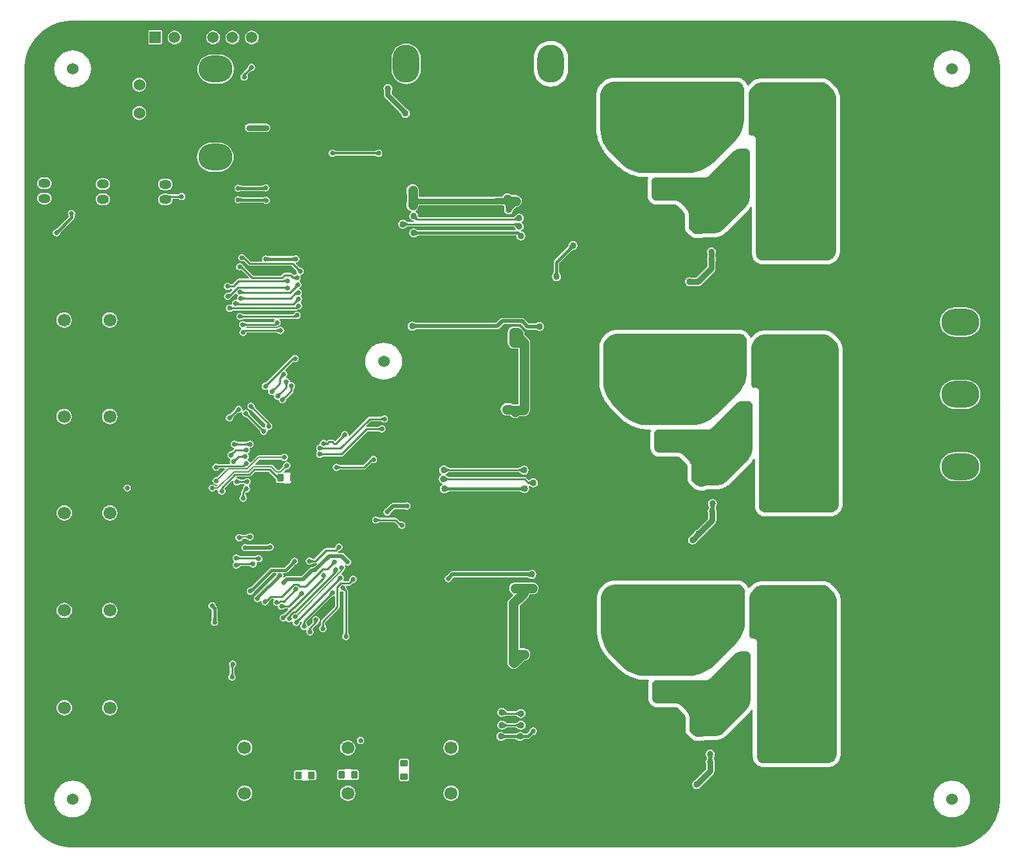
<source format=gbl>
G04 Layer_Physical_Order=2*
G04 Layer_Color=16711680*
%FSLAX25Y25*%
%MOIN*%
G70*
G01*
G75*
%ADD10C,0.01500*%
G04:AMPARAMS|DCode=15|XSize=39.37mil|YSize=35.43mil|CornerRadius=4.43mil|HoleSize=0mil|Usage=FLASHONLY|Rotation=180.000|XOffset=0mil|YOffset=0mil|HoleType=Round|Shape=RoundedRectangle|*
%AMROUNDEDRECTD15*
21,1,0.03937,0.02657,0,0,180.0*
21,1,0.03051,0.03543,0,0,180.0*
1,1,0.00886,-0.01526,0.01329*
1,1,0.00886,0.01526,0.01329*
1,1,0.00886,0.01526,-0.01329*
1,1,0.00886,-0.01526,-0.01329*
%
%ADD15ROUNDEDRECTD15*%
G04:AMPARAMS|DCode=16|XSize=39.37mil|YSize=35.43mil|CornerRadius=4.43mil|HoleSize=0mil|Usage=FLASHONLY|Rotation=270.000|XOffset=0mil|YOffset=0mil|HoleType=Round|Shape=RoundedRectangle|*
%AMROUNDEDRECTD16*
21,1,0.03937,0.02657,0,0,270.0*
21,1,0.03051,0.03543,0,0,270.0*
1,1,0.00886,-0.01329,-0.01526*
1,1,0.00886,-0.01329,0.01526*
1,1,0.00886,0.01329,0.01526*
1,1,0.00886,0.01329,-0.01526*
%
%ADD16ROUNDEDRECTD16*%
%ADD48C,0.01000*%
%ADD51C,0.05000*%
%ADD54C,0.02000*%
%ADD55C,0.03000*%
%ADD56C,0.02500*%
%ADD60C,0.01200*%
%ADD63C,0.00800*%
%ADD64C,0.05905*%
%ADD65R,0.05905X0.05905*%
%ADD66C,0.06000*%
%ADD67O,0.17716X0.13780*%
%ADD68C,0.06693*%
%ADD69O,0.19685X0.13780*%
%ADD70O,0.13780X0.19685*%
%ADD71O,0.06299X0.04724*%
%ADD72C,0.03500*%
%ADD73C,0.02500*%
%ADD74C,0.03400*%
%ADD75C,0.04000*%
%ADD76C,0.02800*%
%ADD77C,0.05000*%
%ADD78C,0.02600*%
G36*
X484273Y428359D02*
X486682Y427880D01*
X489032Y427167D01*
X491302Y426227D01*
X493468Y425069D01*
X495510Y423704D01*
X497409Y422146D01*
X499146Y420409D01*
X500704Y418510D01*
X502069Y416468D01*
X503227Y414302D01*
X504167Y412032D01*
X504880Y409682D01*
X505359Y407273D01*
X505600Y404828D01*
Y403600D01*
Y25000D01*
Y23772D01*
X505359Y21327D01*
X504880Y18918D01*
X504167Y16568D01*
X503227Y14298D01*
X502069Y12132D01*
X500704Y10090D01*
X499146Y8191D01*
X497409Y6454D01*
X495510Y4896D01*
X493468Y3531D01*
X491302Y2373D01*
X489032Y1433D01*
X486682Y720D01*
X484273Y241D01*
X481828Y0D01*
X23772D01*
X21327Y241D01*
X18918Y720D01*
X16568Y1433D01*
X14298Y2373D01*
X12132Y3531D01*
X10090Y4896D01*
X8191Y6454D01*
X6454Y8191D01*
X4896Y10090D01*
X3531Y12132D01*
X2373Y14298D01*
X1433Y16568D01*
X720Y18918D01*
X241Y21327D01*
X0Y23772D01*
Y25000D01*
Y403600D01*
Y404828D01*
X241Y407273D01*
X720Y409682D01*
X1433Y412032D01*
X2373Y414302D01*
X3531Y416468D01*
X4896Y418510D01*
X6454Y420409D01*
X8191Y422146D01*
X10090Y423704D01*
X12132Y425069D01*
X14298Y426227D01*
X16568Y427167D01*
X18918Y427880D01*
X21327Y428359D01*
X23772Y428600D01*
X481828D01*
X484273Y428359D01*
D02*
G37*
%LPC*%
G36*
X20689Y177284D02*
X19659Y177149D01*
X18699Y176751D01*
X17874Y176119D01*
X17242Y175294D01*
X16844Y174334D01*
X16709Y173304D01*
X16844Y172274D01*
X17242Y171314D01*
X17874Y170489D01*
X18699Y169857D01*
X19659Y169459D01*
X20689Y169323D01*
X21719Y169459D01*
X22679Y169857D01*
X23504Y170489D01*
X24136Y171314D01*
X24534Y172274D01*
X24669Y173304D01*
X24534Y174334D01*
X24136Y175294D01*
X23504Y176119D01*
X22679Y176751D01*
X21719Y177149D01*
X20689Y177284D01*
D02*
G37*
G36*
X356049Y311096D02*
X355151Y310918D01*
X354391Y310409D01*
X353882Y309649D01*
X353704Y308751D01*
X353882Y307854D01*
X353908Y307816D01*
Y305889D01*
X353882Y305851D01*
X353704Y304954D01*
X353882Y304056D01*
X353908Y304018D01*
Y301140D01*
X348196Y295429D01*
X348151Y295420D01*
X348113Y295395D01*
X345689D01*
X345651Y295420D01*
X344754Y295599D01*
X343856Y295420D01*
X343095Y294912D01*
X342587Y294151D01*
X342408Y293253D01*
X342587Y292356D01*
X343095Y291595D01*
X343856Y291087D01*
X344754Y290909D01*
X345651Y291087D01*
X345689Y291112D01*
X348113D01*
X348151Y291087D01*
X349049Y290909D01*
X349946Y291087D01*
X350707Y291595D01*
X351215Y292356D01*
X351224Y292401D01*
X357563Y298740D01*
X358027Y299434D01*
X358190Y300254D01*
Y304018D01*
X358215Y304056D01*
X358394Y304954D01*
X358215Y305851D01*
X358190Y305889D01*
Y307816D01*
X358215Y307854D01*
X358394Y308751D01*
X358215Y309649D01*
X357707Y310409D01*
X356946Y310918D01*
X356049Y311096D01*
D02*
G37*
G36*
X180900Y202986D02*
X180178Y202843D01*
X179566Y202434D01*
X179272Y201993D01*
X179187Y201921D01*
X179170Y201887D01*
X179115Y201799D01*
X179095Y201770D01*
X178770Y201396D01*
X178691Y201317D01*
X178664Y201251D01*
X178640Y201226D01*
X178596Y201193D01*
X178594Y201180D01*
X175535Y198122D01*
X163686D01*
X163629Y198149D01*
X163562Y198152D01*
X163519Y198158D01*
X163466Y198171D01*
X163402Y198191D01*
X163329Y198221D01*
X163247Y198259D01*
X163162Y198305D01*
X162947Y198442D01*
X162831Y198526D01*
X162700Y198557D01*
X162422Y198743D01*
X161700Y198886D01*
X160978Y198743D01*
X160366Y198334D01*
X159957Y197722D01*
X159814Y197000D01*
X159957Y196278D01*
X160366Y195666D01*
X160978Y195257D01*
X161700Y195114D01*
X162422Y195257D01*
X162700Y195443D01*
X162831Y195474D01*
X162947Y195558D01*
X163162Y195695D01*
X163247Y195740D01*
X163329Y195779D01*
X163402Y195808D01*
X163466Y195829D01*
X163519Y195842D01*
X163562Y195848D01*
X163629Y195851D01*
X163686Y195878D01*
X176000D01*
X176000Y195878D01*
X176429Y195964D01*
X176793Y196207D01*
X179803Y199216D01*
X179808Y199218D01*
X179823Y199220D01*
X179833Y199226D01*
X179853Y199232D01*
X179867Y199243D01*
X179869Y199244D01*
X179905Y199253D01*
X179968Y199262D01*
X180055Y199268D01*
X180156Y199268D01*
X180449Y199245D01*
X180619Y199222D01*
X180724Y199249D01*
X180900Y199214D01*
X181622Y199357D01*
X182234Y199766D01*
X182643Y200378D01*
X182786Y201100D01*
X182643Y201822D01*
X182234Y202434D01*
X181622Y202843D01*
X180900Y202986D01*
D02*
G37*
G36*
X112700Y307586D02*
X111978Y307443D01*
X111366Y307034D01*
X110957Y306422D01*
X110814Y305700D01*
X110957Y304978D01*
X111366Y304366D01*
X111978Y303957D01*
X112700Y303814D01*
X112932Y303860D01*
X113046Y303833D01*
X113390Y303888D01*
X113512Y303899D01*
X113619Y303904D01*
X113704Y303901D01*
X113763Y303894D01*
X113789Y303889D01*
X113795Y303884D01*
X113813Y303878D01*
X113817Y303876D01*
X113828Y303859D01*
X113863Y303851D01*
X115857Y301857D01*
X115857Y301857D01*
X116221Y301614D01*
X116650Y301528D01*
X116650Y301529D01*
X138485D01*
X140703Y299311D01*
X140724Y299252D01*
X140769Y299202D01*
X140795Y299167D01*
X140824Y299120D01*
X140854Y299061D01*
X140885Y298989D01*
X140916Y298903D01*
X140943Y298811D01*
X140999Y298562D01*
X141021Y298421D01*
X141092Y298306D01*
X141157Y297978D01*
X141308Y297753D01*
X141308Y297744D01*
X141004Y297127D01*
X140578Y297043D01*
X140300Y296857D01*
X140169Y296826D01*
X140053Y296742D01*
X139838Y296605D01*
X139753Y296560D01*
X139671Y296521D01*
X139663Y296517D01*
X138688Y297493D01*
X138324Y297736D01*
X137894Y297822D01*
X137894Y297821D01*
X134900D01*
X134900Y297822D01*
X134471Y297736D01*
X134107Y297493D01*
X134107Y297493D01*
X133035Y296422D01*
X118565D01*
X113906Y301080D01*
X113904Y301093D01*
X113860Y301126D01*
X113838Y301148D01*
X113813Y301213D01*
X113647Y301384D01*
X113455Y301605D01*
X113420Y301650D01*
X113349Y301753D01*
X113334Y301779D01*
X113313Y301821D01*
X113228Y301893D01*
X112934Y302334D01*
X112322Y302743D01*
X111600Y302886D01*
X110878Y302743D01*
X110266Y302334D01*
X109857Y301722D01*
X109714Y301000D01*
X109857Y300278D01*
X110266Y299666D01*
X110878Y299257D01*
X111600Y299114D01*
X111771Y299148D01*
X111869Y299120D01*
X112214Y299161D01*
X112337Y299168D01*
X112445Y299168D01*
X112532Y299162D01*
X112595Y299153D01*
X112631Y299144D01*
X112633Y299143D01*
X112647Y299132D01*
X112667Y299126D01*
X112677Y299120D01*
X112692Y299118D01*
X112698Y299116D01*
X116438Y295376D01*
X116208Y294822D01*
X111100D01*
X111100Y294822D01*
X110671Y294736D01*
X110307Y294493D01*
X107735Y291921D01*
X107186D01*
X107129Y291949D01*
X107062Y291952D01*
X107019Y291958D01*
X106966Y291971D01*
X106902Y291991D01*
X106829Y292021D01*
X106746Y292059D01*
X106662Y292105D01*
X106447Y292242D01*
X106331Y292326D01*
X106200Y292357D01*
X105922Y292543D01*
X105200Y292686D01*
X104478Y292543D01*
X103866Y292134D01*
X103457Y291522D01*
X103314Y290800D01*
X103457Y290078D01*
X103866Y289466D01*
X104478Y289057D01*
X105200Y288914D01*
X105922Y289057D01*
X106200Y289243D01*
X106331Y289274D01*
X106447Y289358D01*
X106662Y289495D01*
X106746Y289541D01*
X106829Y289579D01*
X106902Y289609D01*
X106966Y289629D01*
X107019Y289642D01*
X107062Y289648D01*
X107129Y289651D01*
X107492Y289522D01*
X107675Y288884D01*
X106335Y287544D01*
X106306Y287536D01*
X106305Y287535D01*
X106304Y287535D01*
X106283Y287528D01*
X106262Y287510D01*
X106248Y287505D01*
X106207Y287493D01*
X106141Y287481D01*
X106053Y287471D01*
X105951Y287466D01*
X105658Y287475D01*
X105489Y287490D01*
X105409Y287465D01*
X105300Y287486D01*
X104578Y287343D01*
X103966Y286934D01*
X103557Y286322D01*
X103414Y285600D01*
X103557Y284878D01*
X103966Y284266D01*
X104578Y283857D01*
X105300Y283714D01*
X106022Y283857D01*
X106634Y284266D01*
X106994Y284805D01*
X107045Y284852D01*
X107114Y284997D01*
X107139Y285042D01*
X107228Y285178D01*
X107267Y285231D01*
X107465Y285461D01*
X107538Y285536D01*
X107564Y285601D01*
X109291Y287328D01*
X109910Y287099D01*
X110266Y286566D01*
X110397Y286479D01*
X110766Y286034D01*
X110357Y285422D01*
X110214Y284700D01*
X110285Y284342D01*
X109791Y283828D01*
X109500Y283886D01*
X108778Y283743D01*
X108166Y283334D01*
X107757Y282722D01*
X107614Y282000D01*
X107695Y281591D01*
X107683Y281570D01*
X107157Y281219D01*
X107122Y281243D01*
X106400Y281386D01*
X105678Y281243D01*
X105066Y280834D01*
X104657Y280222D01*
X104514Y279500D01*
X104657Y278778D01*
X105066Y278166D01*
X105678Y277757D01*
X106400Y277614D01*
X107122Y277757D01*
X107400Y277943D01*
X107531Y277974D01*
X107647Y278058D01*
X107862Y278195D01*
X107947Y278240D01*
X108029Y278279D01*
X108102Y278309D01*
X108166Y278329D01*
X108219Y278342D01*
X108262Y278348D01*
X108329Y278351D01*
X108386Y278379D01*
X140900D01*
X140900Y278378D01*
X141329Y278464D01*
X141572Y278626D01*
X141701Y278676D01*
X141760Y278732D01*
X141802Y278767D01*
X141836Y278793D01*
X141863Y278810D01*
X141879Y278819D01*
X141890Y278820D01*
X141896Y278823D01*
X141917Y278814D01*
X141976Y278838D01*
X142100Y278814D01*
X142822Y278957D01*
X143434Y279366D01*
X143843Y279978D01*
X143986Y280700D01*
X143843Y281422D01*
X143434Y282034D01*
X143201Y282189D01*
Y282911D01*
X143434Y283066D01*
X143843Y283678D01*
X143986Y284400D01*
X143843Y285122D01*
X143434Y285734D01*
X143234Y285867D01*
Y286166D01*
X143643Y286778D01*
X143786Y287500D01*
X143643Y288222D01*
X143234Y288834D01*
X142622Y289243D01*
X142515Y289264D01*
X142445Y289711D01*
X142464Y289886D01*
X143034Y290266D01*
X143443Y290878D01*
X143586Y291600D01*
X143443Y292322D01*
X143034Y292934D01*
X142601Y293223D01*
X142530Y293792D01*
X142560Y293917D01*
X142634Y293966D01*
X143043Y294578D01*
X143186Y295300D01*
X143043Y296022D01*
X142892Y296247D01*
X142892Y296256D01*
X143196Y296873D01*
X143622Y296957D01*
X144234Y297366D01*
X144643Y297978D01*
X144786Y298700D01*
X144643Y299422D01*
X144234Y300034D01*
X143622Y300443D01*
X143294Y300508D01*
X143179Y300579D01*
X143038Y300601D01*
X142789Y300657D01*
X142697Y300684D01*
X142611Y300715D01*
X142539Y300746D01*
X142480Y300776D01*
X142433Y300805D01*
X142398Y300831D01*
X142348Y300876D01*
X142289Y300897D01*
X140561Y302625D01*
X140614Y302894D01*
X140797Y303237D01*
X141400Y303357D01*
X142012Y303766D01*
X142421Y304378D01*
X142565Y305100D01*
X142421Y305822D01*
X142012Y306434D01*
X141400Y306843D01*
X140679Y306986D01*
X139957Y306843D01*
X139687Y306662D01*
X139563Y306637D01*
X139518Y306606D01*
X139490Y306591D01*
X139455Y306575D01*
X139409Y306558D01*
X139354Y306543D01*
X139289Y306528D01*
X139221Y306518D01*
X139025Y306501D01*
X138916Y306499D01*
X138864Y306476D01*
X126729D01*
X126675Y306499D01*
X126551Y306501D01*
X126453Y306505D01*
X126265Y306524D01*
X126202Y306534D01*
X126146Y306547D01*
X126104Y306559D01*
X126076Y306569D01*
X126064Y306575D01*
X126032Y306594D01*
X125920Y306610D01*
X125722Y306743D01*
X125000Y306886D01*
X124278Y306743D01*
X123666Y306334D01*
X123257Y305722D01*
X123114Y305000D01*
X123239Y304372D01*
X122963Y303771D01*
X117115D01*
X115282Y305604D01*
X115255Y305671D01*
X115087Y305839D01*
X114489Y306464D01*
X114382Y306587D01*
X114371Y306603D01*
X114362Y306617D01*
X114358Y306620D01*
X114353Y306626D01*
X114333Y306638D01*
X114268Y306684D01*
X114034Y307034D01*
X113422Y307443D01*
X112700Y307586D01*
D02*
G37*
G36*
X284300Y314345D02*
X283403Y314167D01*
X282642Y313658D01*
X282133Y312897D01*
X282047Y312464D01*
X281979Y312359D01*
X281911Y312001D01*
X281875Y311865D01*
X281833Y311735D01*
X281787Y311616D01*
X281737Y311510D01*
X281684Y311415D01*
X281628Y311330D01*
X281571Y311256D01*
X281491Y311170D01*
X281473Y311120D01*
X274727Y304373D01*
X274428Y303927D01*
X274324Y303400D01*
Y298521D01*
X274301Y298473D01*
X274296Y298356D01*
X274284Y298263D01*
X274264Y298164D01*
X274234Y298059D01*
X274194Y297949D01*
X274143Y297832D01*
X274085Y297717D01*
X273915Y297442D01*
X273813Y297300D01*
X273783Y297171D01*
X273533Y296797D01*
X273355Y295900D01*
X273533Y295003D01*
X274042Y294242D01*
X274803Y293733D01*
X275700Y293555D01*
X276597Y293733D01*
X277358Y294242D01*
X277867Y295003D01*
X278045Y295900D01*
X277867Y296797D01*
X277621Y297165D01*
X277595Y297288D01*
X277390Y297588D01*
X277319Y297710D01*
X277257Y297832D01*
X277206Y297949D01*
X277166Y298059D01*
X277136Y298164D01*
X277116Y298263D01*
X277104Y298356D01*
X277099Y298473D01*
X277077Y298521D01*
Y302830D01*
X283420Y309173D01*
X283470Y309191D01*
X283556Y309271D01*
X283630Y309328D01*
X283715Y309384D01*
X283810Y309437D01*
X283916Y309487D01*
X284035Y309533D01*
X284157Y309573D01*
X284471Y309648D01*
X284645Y309676D01*
X284757Y309746D01*
X285197Y309833D01*
X285958Y310342D01*
X286467Y311103D01*
X286645Y312000D01*
X286467Y312897D01*
X285958Y313658D01*
X285197Y314167D01*
X284300Y314345D01*
D02*
G37*
G36*
X20689Y126784D02*
X19659Y126649D01*
X18699Y126251D01*
X17874Y125619D01*
X17242Y124794D01*
X16844Y123834D01*
X16709Y122804D01*
X16844Y121774D01*
X17242Y120814D01*
X17874Y119989D01*
X18699Y119357D01*
X19659Y118959D01*
X20689Y118823D01*
X21719Y118959D01*
X22679Y119357D01*
X23504Y119989D01*
X24136Y120814D01*
X24534Y121774D01*
X24669Y122804D01*
X24534Y123834D01*
X24136Y124794D01*
X23504Y125619D01*
X22679Y126251D01*
X21719Y126649D01*
X20689Y126784D01*
D02*
G37*
G36*
X44311D02*
X43281Y126649D01*
X42321Y126251D01*
X41496Y125619D01*
X40864Y124794D01*
X40466Y123834D01*
X40330Y122804D01*
X40466Y121774D01*
X40864Y120814D01*
X41496Y119989D01*
X42321Y119357D01*
X43281Y118959D01*
X44311Y118823D01*
X45341Y118959D01*
X46301Y119357D01*
X47126Y119989D01*
X47758Y120814D01*
X48156Y121774D01*
X48292Y122804D01*
X48156Y123834D01*
X47758Y124794D01*
X47126Y125619D01*
X46301Y126251D01*
X45341Y126649D01*
X44311Y126784D01*
D02*
G37*
G36*
X116900Y162886D02*
X116178Y162743D01*
X115902Y162558D01*
X115772Y162528D01*
X115486Y162324D01*
X115251Y162178D01*
X115161Y162130D01*
X115082Y162092D01*
X115019Y162067D01*
X114977Y162054D01*
X114959Y162051D01*
X114918Y162048D01*
X114862Y162020D01*
X112911D01*
X112849Y162049D01*
X112662Y162058D01*
X112595Y162066D01*
X112410Y162100D01*
X112335Y162118D01*
X112014Y162221D01*
X111908Y162262D01*
X111830Y162261D01*
X111200Y162386D01*
X110478Y162243D01*
X109866Y161834D01*
X109457Y161222D01*
X109314Y160500D01*
X109457Y159778D01*
X109866Y159166D01*
X110478Y158757D01*
X111200Y158614D01*
X111922Y158757D01*
X112534Y159166D01*
X112603Y159270D01*
X112681Y159311D01*
X112929Y159609D01*
X113130Y159822D01*
X113203Y159888D01*
X113264Y159937D01*
X113302Y159963D01*
X113310Y159967D01*
X113339Y159977D01*
X113343Y159980D01*
X114862D01*
X114918Y159952D01*
X114959Y159949D01*
X114977Y159946D01*
X115019Y159933D01*
X115082Y159908D01*
X115162Y159870D01*
X115246Y159825D01*
X115625Y159579D01*
X115766Y159476D01*
X115899Y159444D01*
X116178Y159257D01*
X116900Y159114D01*
X117622Y159257D01*
X118234Y159666D01*
X118643Y160278D01*
X118786Y161000D01*
X118643Y161722D01*
X118234Y162334D01*
X117622Y162743D01*
X116900Y162886D01*
D02*
G37*
G36*
X97200Y127086D02*
X96478Y126943D01*
X95866Y126534D01*
X95457Y125922D01*
X95314Y125200D01*
X95457Y124478D01*
X95866Y123866D01*
X96478Y123457D01*
X96799Y123393D01*
X96905Y123324D01*
X96958Y123314D01*
X96987Y123306D01*
X97023Y123292D01*
X97066Y123272D01*
X97116Y123244D01*
X97172Y123208D01*
X97183Y123200D01*
Y118542D01*
X97161Y118490D01*
X97158Y118381D01*
X97142Y118185D01*
X97131Y118117D01*
X97117Y118052D01*
X97101Y117997D01*
X97085Y117951D01*
X97069Y117916D01*
X97054Y117889D01*
X97023Y117843D01*
X96997Y117719D01*
X96817Y117449D01*
X96674Y116728D01*
X96817Y116006D01*
X97226Y115394D01*
X97838Y114985D01*
X98560Y114841D01*
X99282Y114985D01*
X99894Y115394D01*
X100303Y116006D01*
X100446Y116728D01*
X100303Y117449D01*
X100122Y117719D01*
X100097Y117843D01*
X100066Y117889D01*
X100051Y117916D01*
X100035Y117952D01*
X100018Y117997D01*
X100003Y118052D01*
X99988Y118117D01*
X99977Y118185D01*
X99961Y118381D01*
X99959Y118490D01*
X99936Y118542D01*
Y123840D01*
X99831Y124367D01*
X99533Y124813D01*
X99533Y124813D01*
X99457Y124890D01*
X99436Y124943D01*
X99360Y125022D01*
X99233Y125172D01*
X99192Y125228D01*
X99156Y125284D01*
X99128Y125334D01*
X99108Y125377D01*
X99094Y125413D01*
X99086Y125442D01*
X99076Y125495D01*
X99006Y125601D01*
X98943Y125922D01*
X98534Y126534D01*
X97922Y126943D01*
X97200Y127086D01*
D02*
G37*
G36*
X182100Y171586D02*
X181378Y171443D01*
X180766Y171034D01*
X180357Y170422D01*
X180214Y169700D01*
X180357Y168978D01*
X180766Y168366D01*
X181378Y167957D01*
X182100Y167814D01*
X182822Y167957D01*
X183100Y168143D01*
X183231Y168174D01*
X183347Y168258D01*
X183562Y168395D01*
X183647Y168440D01*
X183729Y168479D01*
X183802Y168509D01*
X183866Y168529D01*
X183919Y168542D01*
X183962Y168548D01*
X184029Y168551D01*
X184086Y168578D01*
X191889D01*
X193328Y167140D01*
X193352Y167076D01*
X193412Y167013D01*
X193523Y166876D01*
X193560Y166823D01*
X193652Y166666D01*
X193684Y166602D01*
X193758Y166421D01*
X193790Y166324D01*
X193840Y166267D01*
X193857Y166178D01*
X194266Y165566D01*
X194878Y165157D01*
X195600Y165014D01*
X196322Y165157D01*
X196934Y165566D01*
X197343Y166178D01*
X197486Y166900D01*
X197343Y167622D01*
X196934Y168234D01*
X196322Y168643D01*
X195613Y168784D01*
X195575Y168799D01*
X195411Y168799D01*
X195126Y168815D01*
X195025Y168828D01*
X194935Y168846D01*
X194866Y168864D01*
X194817Y168882D01*
X194789Y168895D01*
X194780Y168901D01*
X194748Y168928D01*
X194694Y168946D01*
X194652Y168987D01*
X194639Y169004D01*
X194636Y169004D01*
X193147Y170493D01*
X192783Y170736D01*
X192353Y170822D01*
X192353Y170822D01*
X184086D01*
X184029Y170849D01*
X183962Y170852D01*
X183919Y170858D01*
X183866Y170871D01*
X183802Y170891D01*
X183729Y170921D01*
X183647Y170959D01*
X183562Y171005D01*
X183347Y171142D01*
X183231Y171226D01*
X183100Y171257D01*
X182822Y171443D01*
X182100Y171586D01*
D02*
G37*
G36*
X44311Y177284D02*
X43281Y177149D01*
X42321Y176751D01*
X41496Y176119D01*
X40864Y175294D01*
X40466Y174334D01*
X40330Y173304D01*
X40466Y172274D01*
X40864Y171314D01*
X41496Y170489D01*
X42321Y169857D01*
X43281Y169459D01*
X44311Y169323D01*
X45341Y169459D01*
X46301Y169857D01*
X47126Y170489D01*
X47758Y171314D01*
X48156Y172274D01*
X48292Y173304D01*
X48156Y174334D01*
X47758Y175294D01*
X47126Y176119D01*
X46301Y176751D01*
X45341Y177149D01*
X44311Y177284D01*
D02*
G37*
G36*
X247400Y72345D02*
X246503Y72167D01*
X245742Y71658D01*
X245233Y70897D01*
X245055Y70000D01*
X245233Y69103D01*
X245742Y68342D01*
X246503Y67834D01*
X247400Y67655D01*
X248297Y67834D01*
X248323Y67850D01*
X248349Y67851D01*
X248533Y67930D01*
X249046Y68121D01*
X249174Y68159D01*
X249441Y68222D01*
X249541Y68238D01*
X249635Y68247D01*
X249740Y68251D01*
X249800Y68278D01*
X254651D01*
X254701Y68253D01*
X254760Y68248D01*
X254800Y68239D01*
X254874Y68214D01*
X254974Y68172D01*
X255081Y68119D01*
X255790Y67668D01*
X255995Y67517D01*
X256126Y67485D01*
X256503Y67234D01*
X257400Y67055D01*
X258297Y67234D01*
X259058Y67742D01*
X259567Y68503D01*
X259745Y69400D01*
X259567Y70297D01*
X259058Y71058D01*
X258297Y71566D01*
X257400Y71745D01*
X256503Y71566D01*
X256126Y71315D01*
X255995Y71283D01*
X255782Y71127D01*
X255405Y70870D01*
X255092Y70687D01*
X254974Y70628D01*
X254874Y70586D01*
X254800Y70561D01*
X254760Y70552D01*
X254701Y70547D01*
X254651Y70522D01*
X250250D01*
X250249Y70523D01*
X250225Y70532D01*
X250204Y70543D01*
X250188Y70546D01*
X250153Y70564D01*
X250078Y70616D01*
X249976Y70696D01*
X249862Y70798D01*
X249377Y71305D01*
X249192Y71519D01*
X249130Y71550D01*
X249058Y71658D01*
X248297Y72167D01*
X247400Y72345D01*
D02*
G37*
G36*
X217300Y197991D02*
X216403Y197813D01*
X215642Y197304D01*
X215133Y196544D01*
X214955Y195646D01*
X215133Y194749D01*
X215642Y193988D01*
X216127Y193663D01*
X216153Y193460D01*
X216073Y192980D01*
X215442Y192558D01*
X214933Y191797D01*
X214755Y190900D01*
X214933Y190003D01*
X215442Y189242D01*
X216203Y188733D01*
X216591Y188656D01*
X216671Y188235D01*
X216652Y188032D01*
X215942Y187558D01*
X215433Y186797D01*
X215255Y185900D01*
X215433Y185003D01*
X215942Y184242D01*
X216703Y183733D01*
X217600Y183555D01*
X218497Y183733D01*
X218865Y183979D01*
X218988Y184005D01*
X219288Y184210D01*
X219410Y184281D01*
X219532Y184343D01*
X219649Y184394D01*
X219759Y184434D01*
X219864Y184464D01*
X219963Y184484D01*
X220056Y184496D01*
X220173Y184501D01*
X220221Y184524D01*
X256707D01*
X256757Y184501D01*
X256889Y184497D01*
X257000Y184486D01*
X257112Y184468D01*
X257225Y184443D01*
X257340Y184411D01*
X257456Y184370D01*
X257565Y184324D01*
X257822Y184193D01*
X257951Y184115D01*
X258065Y184097D01*
X258310Y183933D01*
X259207Y183755D01*
X260104Y183933D01*
X260865Y184442D01*
X261374Y185203D01*
X261552Y186100D01*
X261374Y186997D01*
X261350Y187033D01*
X261780Y187470D01*
X262086Y187271D01*
X262290Y187121D01*
X262422Y187088D01*
X262803Y186833D01*
X263700Y186655D01*
X264597Y186833D01*
X265358Y187342D01*
X265867Y188103D01*
X266045Y189000D01*
X265867Y189897D01*
X265358Y190658D01*
X264597Y191167D01*
X263700Y191345D01*
X262803Y191167D01*
X262422Y190912D01*
X262290Y190879D01*
X262079Y190723D01*
X261706Y190467D01*
X261402Y190284D01*
X259993Y191693D01*
X259629Y191936D01*
X259200Y192022D01*
X259200Y192022D01*
X219849D01*
X219799Y192047D01*
X219740Y192052D01*
X219700Y192061D01*
X219626Y192086D01*
X219526Y192128D01*
X219419Y192181D01*
X218710Y192632D01*
X218505Y192783D01*
X218374Y192815D01*
X218273Y192883D01*
X218247Y193087D01*
X218327Y193566D01*
X218574Y193731D01*
X218705Y193763D01*
X218918Y193920D01*
X219295Y194176D01*
X219608Y194360D01*
X219726Y194418D01*
X219826Y194461D01*
X219900Y194485D01*
X219940Y194494D01*
X219999Y194499D01*
X220049Y194525D01*
X256203D01*
X256250Y194500D01*
X256299Y194495D01*
X256328Y194488D01*
X256394Y194463D01*
X256490Y194418D01*
X256593Y194360D01*
X257290Y193864D01*
X257493Y193699D01*
X257614Y193662D01*
X258096Y193341D01*
X258993Y193162D01*
X259890Y193341D01*
X260651Y193849D01*
X261159Y194610D01*
X261338Y195507D01*
X261159Y196405D01*
X260651Y197165D01*
X259890Y197674D01*
X258993Y197852D01*
X258096Y197674D01*
X257810Y197483D01*
X257686Y197459D01*
X257473Y197319D01*
X257095Y197090D01*
X256779Y196925D01*
X256658Y196872D01*
X256552Y196833D01*
X256471Y196809D01*
X256419Y196799D01*
X256351Y196794D01*
X256298Y196768D01*
X220049D01*
X219999Y196793D01*
X219940Y196798D01*
X219900Y196807D01*
X219826Y196832D01*
X219726Y196874D01*
X219619Y196927D01*
X218910Y197378D01*
X218705Y197529D01*
X218574Y197561D01*
X218197Y197813D01*
X217300Y197991D01*
D02*
G37*
G36*
X257400Y65645D02*
X256503Y65466D01*
X256126Y65215D01*
X255995Y65183D01*
X255782Y65026D01*
X255405Y64770D01*
X255092Y64587D01*
X254974Y64528D01*
X254874Y64486D01*
X254800Y64461D01*
X254760Y64452D01*
X254701Y64447D01*
X254651Y64422D01*
X250249D01*
X250199Y64447D01*
X250140Y64452D01*
X250100Y64461D01*
X250026Y64486D01*
X249926Y64528D01*
X249819Y64581D01*
X249110Y65032D01*
X248905Y65183D01*
X248774Y65215D01*
X248397Y65466D01*
X247500Y65645D01*
X246603Y65466D01*
X245842Y64958D01*
X245333Y64197D01*
X245155Y63300D01*
X245333Y62403D01*
X245842Y61642D01*
X246603Y61133D01*
X247500Y60955D01*
X248397Y61133D01*
X248774Y61385D01*
X248905Y61417D01*
X249118Y61573D01*
X249495Y61830D01*
X249808Y62014D01*
X249926Y62072D01*
X250026Y62115D01*
X250100Y62139D01*
X250140Y62148D01*
X250199Y62153D01*
X250249Y62178D01*
X254651D01*
X254701Y62153D01*
X254760Y62148D01*
X254800Y62139D01*
X254874Y62115D01*
X254974Y62072D01*
X255081Y62019D01*
X255790Y61568D01*
X255995Y61417D01*
X256126Y61385D01*
X256503Y61133D01*
X257400Y60955D01*
X258297Y61133D01*
X259058Y61642D01*
X259567Y62403D01*
X259745Y63300D01*
X259567Y64197D01*
X259058Y64958D01*
X258297Y65466D01*
X257400Y65645D01*
D02*
G37*
G36*
X263600Y62175D02*
X262859Y62028D01*
X262230Y61608D01*
X261810Y60979D01*
X261665Y60250D01*
X260292Y58876D01*
X258747D01*
X258558Y59158D01*
X257797Y59667D01*
X256900Y59845D01*
X256003Y59667D01*
X255635Y59421D01*
X255512Y59395D01*
X255212Y59190D01*
X255090Y59119D01*
X254968Y59057D01*
X254851Y59006D01*
X254741Y58966D01*
X254636Y58936D01*
X254537Y58916D01*
X254444Y58904D01*
X254327Y58899D01*
X254279Y58876D01*
X249521D01*
X249473Y58899D01*
X249356Y58904D01*
X249263Y58916D01*
X249164Y58936D01*
X249059Y58966D01*
X248949Y59006D01*
X248832Y59057D01*
X248717Y59115D01*
X248442Y59285D01*
X248300Y59387D01*
X248171Y59417D01*
X247797Y59667D01*
X246900Y59845D01*
X246003Y59667D01*
X245242Y59158D01*
X244733Y58397D01*
X244555Y57500D01*
X244733Y56603D01*
X245242Y55842D01*
X246003Y55334D01*
X246900Y55155D01*
X247797Y55334D01*
X248165Y55579D01*
X248288Y55605D01*
X248588Y55810D01*
X248710Y55881D01*
X248832Y55943D01*
X248949Y55994D01*
X249059Y56034D01*
X249164Y56064D01*
X249263Y56084D01*
X249356Y56096D01*
X249473Y56101D01*
X249521Y56124D01*
X254279D01*
X254327Y56101D01*
X254444Y56096D01*
X254537Y56084D01*
X254636Y56064D01*
X254741Y56034D01*
X254851Y55994D01*
X254968Y55943D01*
X255083Y55885D01*
X255358Y55715D01*
X255501Y55613D01*
X255629Y55583D01*
X256003Y55334D01*
X256900Y55155D01*
X257797Y55334D01*
X258558Y55842D01*
X258747Y56124D01*
X260862D01*
X261389Y56228D01*
X261836Y56527D01*
X263612Y58303D01*
X264341Y58448D01*
X264970Y58868D01*
X265390Y59496D01*
X265537Y60238D01*
X265390Y60979D01*
X264970Y61608D01*
X264341Y62028D01*
X263600Y62175D01*
D02*
G37*
G36*
X487953Y204846D02*
X482047D01*
X480579Y204701D01*
X479167Y204273D01*
X477866Y203577D01*
X476726Y202641D01*
X475790Y201501D01*
X475094Y200200D01*
X474666Y198788D01*
X474521Y197320D01*
X474666Y195851D01*
X475094Y194440D01*
X475790Y193139D01*
X476726Y191998D01*
X477866Y191062D01*
X479167Y190367D01*
X480579Y189938D01*
X482047Y189794D01*
X487953D01*
X489421Y189938D01*
X490833Y190367D01*
X492134Y191062D01*
X493274Y191998D01*
X494210Y193139D01*
X494906Y194440D01*
X495334Y195851D01*
X495479Y197320D01*
X495334Y198788D01*
X494906Y200200D01*
X494210Y201501D01*
X493274Y202641D01*
X492134Y203577D01*
X490833Y204273D01*
X489421Y204701D01*
X487953Y204846D01*
D02*
G37*
G36*
X107900Y96886D02*
X107178Y96743D01*
X106566Y96334D01*
X106157Y95722D01*
X106014Y95000D01*
X106157Y94278D01*
X106214Y94194D01*
X106220Y94114D01*
X106268Y94020D01*
X106347Y93836D01*
X106371Y93768D01*
X106418Y93592D01*
X106432Y93521D01*
X106442Y93443D01*
X106448Y93366D01*
X106451Y93272D01*
X106478Y93210D01*
Y90186D01*
X106451Y90129D01*
X106448Y90062D01*
X106442Y90019D01*
X106429Y89965D01*
X106409Y89902D01*
X106379Y89829D01*
X106341Y89746D01*
X106295Y89662D01*
X106158Y89447D01*
X106074Y89331D01*
X106043Y89200D01*
X105857Y88922D01*
X105714Y88200D01*
X105857Y87478D01*
X106266Y86866D01*
X106878Y86457D01*
X107600Y86314D01*
X108322Y86457D01*
X108934Y86866D01*
X109343Y87478D01*
X109486Y88200D01*
X109343Y88922D01*
X109157Y89200D01*
X109126Y89331D01*
X109042Y89447D01*
X108905Y89662D01*
X108860Y89746D01*
X108821Y89829D01*
X108791Y89902D01*
X108771Y89965D01*
X108758Y90019D01*
X108752Y90062D01*
X108749Y90129D01*
X108722Y90186D01*
Y92839D01*
X108726Y92845D01*
X108722Y92883D01*
Y92915D01*
X108748Y92967D01*
X108751Y93010D01*
X108753Y93022D01*
X108764Y93052D01*
X108786Y93100D01*
X108822Y93163D01*
X108872Y93239D01*
X108934Y93321D01*
X109122Y93534D01*
X109237Y93651D01*
X109257Y93702D01*
X109643Y94278D01*
X109786Y95000D01*
X109643Y95722D01*
X109234Y96334D01*
X108622Y96743D01*
X107900Y96886D01*
D02*
G37*
G36*
X198200Y178786D02*
X197478Y178643D01*
X197312Y178531D01*
X191050D01*
X190426Y178407D01*
X189897Y178053D01*
X187425Y175582D01*
X187228Y175543D01*
X186616Y175134D01*
X186207Y174522D01*
X186064Y173800D01*
X186207Y173078D01*
X186616Y172466D01*
X187228Y172057D01*
X187950Y171914D01*
X188672Y172057D01*
X189284Y172466D01*
X189693Y173078D01*
X189732Y173275D01*
X191726Y175269D01*
X197312D01*
X197478Y175157D01*
X198200Y175014D01*
X198922Y175157D01*
X199534Y175566D01*
X199943Y176178D01*
X200086Y176900D01*
X199943Y177622D01*
X199534Y178234D01*
X198922Y178643D01*
X198200Y178786D01*
D02*
G37*
G36*
X44311Y76384D02*
X43281Y76249D01*
X42321Y75851D01*
X41496Y75219D01*
X40864Y74394D01*
X40466Y73434D01*
X40330Y72404D01*
X40466Y71374D01*
X40864Y70414D01*
X41496Y69589D01*
X42321Y68957D01*
X43281Y68559D01*
X44311Y68423D01*
X45341Y68559D01*
X46301Y68957D01*
X47126Y69589D01*
X47758Y70414D01*
X48156Y71374D01*
X48292Y72404D01*
X48156Y73434D01*
X47758Y74394D01*
X47126Y75219D01*
X46301Y75851D01*
X45341Y76249D01*
X44311Y76384D01*
D02*
G37*
G36*
X20689D02*
X19659Y76249D01*
X18699Y75851D01*
X17874Y75219D01*
X17242Y74394D01*
X16844Y73434D01*
X16709Y72404D01*
X16844Y71374D01*
X17242Y70414D01*
X17874Y69589D01*
X18699Y68957D01*
X19659Y68559D01*
X20689Y68423D01*
X21719Y68559D01*
X22679Y68957D01*
X23504Y69589D01*
X24136Y70414D01*
X24534Y71374D01*
X24669Y72404D01*
X24534Y73434D01*
X24136Y74394D01*
X23504Y75219D01*
X22679Y75851D01*
X21719Y76249D01*
X20689Y76384D01*
D02*
G37*
G36*
X24500Y330412D02*
X23778Y330269D01*
X23166Y329860D01*
X22757Y329248D01*
X22614Y328526D01*
X22757Y327804D01*
X22938Y327534D01*
X22963Y327411D01*
X22994Y327365D01*
X23009Y327338D01*
X23025Y327302D01*
X23042Y327257D01*
X23057Y327202D01*
X23072Y327136D01*
X23082Y327068D01*
X23085Y327032D01*
X16910Y320857D01*
X16857Y320836D01*
X16778Y320760D01*
X16628Y320633D01*
X16573Y320593D01*
X16517Y320557D01*
X16466Y320529D01*
X16423Y320508D01*
X16386Y320494D01*
X16356Y320486D01*
X16302Y320475D01*
X16196Y320406D01*
X15878Y320343D01*
X15266Y319934D01*
X14857Y319322D01*
X14714Y318600D01*
X14857Y317878D01*
X15266Y317266D01*
X15878Y316857D01*
X16600Y316714D01*
X17322Y316857D01*
X17934Y317266D01*
X18343Y317878D01*
X18406Y318196D01*
X18475Y318302D01*
X18486Y318356D01*
X18494Y318386D01*
X18508Y318423D01*
X18529Y318466D01*
X18557Y318516D01*
X18593Y318573D01*
X18633Y318628D01*
X18760Y318778D01*
X18836Y318857D01*
X18857Y318910D01*
X25473Y325527D01*
X25772Y325973D01*
X25877Y326500D01*
X25876Y326500D01*
Y326711D01*
X25899Y326764D01*
X25901Y326873D01*
X25918Y327068D01*
X25928Y327136D01*
X25943Y327202D01*
X25958Y327257D01*
X25975Y327302D01*
X25991Y327338D01*
X26006Y327365D01*
X26037Y327411D01*
X26062Y327534D01*
X26243Y327804D01*
X26386Y328526D01*
X26243Y329248D01*
X25834Y329860D01*
X25222Y330269D01*
X24500Y330412D01*
D02*
G37*
G36*
X127400Y157586D02*
X126678Y157443D01*
X126066Y157034D01*
X126065Y157031D01*
X115188D01*
X115022Y157143D01*
X114300Y157286D01*
X113578Y157143D01*
X112966Y156734D01*
X112557Y156122D01*
X112414Y155400D01*
X112557Y154678D01*
X112966Y154066D01*
X113578Y153657D01*
X114300Y153514D01*
X115022Y153657D01*
X115188Y153769D01*
X127100D01*
X127363Y153821D01*
X127400Y153814D01*
X128122Y153957D01*
X128734Y154366D01*
X129143Y154978D01*
X129286Y155700D01*
X129143Y156422D01*
X128734Y157034D01*
X128122Y157443D01*
X127400Y157586D01*
D02*
G37*
G36*
X186200Y261551D02*
X186169Y261538D01*
X186136Y261547D01*
X184400Y261376D01*
X184341Y261345D01*
X184275Y261352D01*
X182605Y260845D01*
X182554Y260803D01*
X182488Y260796D01*
X180949Y259974D01*
X180906Y259922D01*
X180843Y259903D01*
X179494Y258796D01*
X179463Y258737D01*
X179404Y258706D01*
X178297Y257357D01*
X178278Y257294D01*
X178226Y257251D01*
X177404Y255712D01*
X177397Y255646D01*
X177355Y255595D01*
X176848Y253925D01*
X176855Y253859D01*
X176824Y253800D01*
X176653Y252064D01*
X176672Y252000D01*
X176653Y251936D01*
X176824Y250200D01*
X176855Y250141D01*
X176848Y250075D01*
X177355Y248405D01*
X177397Y248354D01*
X177404Y248288D01*
X178226Y246749D01*
X178278Y246706D01*
X178297Y246643D01*
X179404Y245294D01*
X179463Y245263D01*
X179494Y245204D01*
X180843Y244097D01*
X180906Y244078D01*
X180949Y244026D01*
X182488Y243204D01*
X182554Y243197D01*
X182605Y243155D01*
X184275Y242648D01*
X184341Y242655D01*
X184400Y242624D01*
X186136Y242453D01*
X186169Y242462D01*
X186200Y242449D01*
X186231Y242462D01*
X186264Y242453D01*
X188000Y242624D01*
X188059Y242655D01*
X188125Y242648D01*
X189795Y243155D01*
X189846Y243197D01*
X189912Y243204D01*
X191451Y244026D01*
X191494Y244078D01*
X191557Y244097D01*
X192906Y245204D01*
X192937Y245263D01*
X192996Y245294D01*
X194103Y246643D01*
X194122Y246706D01*
X194174Y246749D01*
X194996Y248288D01*
X195003Y248354D01*
X195045Y248405D01*
X195552Y250075D01*
X195545Y250141D01*
X195576Y250200D01*
X195747Y251936D01*
X195728Y252000D01*
X195747Y252064D01*
X195576Y253800D01*
X195545Y253859D01*
X195552Y253925D01*
X195045Y255595D01*
X195003Y255646D01*
X194996Y255712D01*
X194174Y257251D01*
X194122Y257294D01*
X194103Y257357D01*
X192996Y258706D01*
X192937Y258737D01*
X192906Y258796D01*
X191557Y259903D01*
X191494Y259922D01*
X191451Y259974D01*
X189912Y260796D01*
X189846Y260803D01*
X189795Y260845D01*
X188125Y261352D01*
X188059Y261345D01*
X188000Y261376D01*
X186264Y261547D01*
X186231Y261538D01*
X186200Y261551D01*
D02*
G37*
G36*
X109800Y151786D02*
X109078Y151643D01*
X108466Y151234D01*
X108057Y150622D01*
X107914Y149900D01*
X108057Y149178D01*
X108466Y148566D01*
X108699Y148411D01*
Y147689D01*
X108466Y147534D01*
X108057Y146922D01*
X107914Y146200D01*
X108057Y145478D01*
X108466Y144866D01*
X109078Y144457D01*
X109800Y144314D01*
X110522Y144457D01*
X111134Y144866D01*
X111422Y145297D01*
X111510Y145373D01*
X111541Y145435D01*
X111567Y145481D01*
X111650Y145608D01*
X111684Y145655D01*
X111877Y145878D01*
X116514D01*
X116571Y145851D01*
X116638Y145848D01*
X116681Y145842D01*
X116734Y145829D01*
X116798Y145808D01*
X116871Y145779D01*
X116954Y145740D01*
X117038Y145695D01*
X117253Y145558D01*
X117369Y145474D01*
X117500Y145443D01*
X117778Y145257D01*
X118500Y145114D01*
X119222Y145257D01*
X119834Y145666D01*
X120243Y146278D01*
X120386Y147000D01*
X120272Y147574D01*
X120656Y147921D01*
X120758Y147971D01*
X120778Y147957D01*
X121500Y147814D01*
X122222Y147957D01*
X122834Y148366D01*
X123243Y148978D01*
X123386Y149700D01*
X123243Y150422D01*
X122834Y151034D01*
X122222Y151443D01*
X121500Y151586D01*
X120778Y151443D01*
X120633Y151346D01*
X120528Y151332D01*
X120418Y151268D01*
X120330Y151222D01*
X120138Y151137D01*
X120063Y151110D01*
X119984Y151087D01*
X119911Y151070D01*
X119842Y151059D01*
X119776Y151052D01*
X119692Y151049D01*
X119631Y151022D01*
X111786D01*
X111729Y151049D01*
X111662Y151052D01*
X111619Y151058D01*
X111566Y151071D01*
X111502Y151092D01*
X111429Y151121D01*
X111346Y151160D01*
X111262Y151205D01*
X111047Y151342D01*
X110931Y151426D01*
X110800Y151457D01*
X110522Y151643D01*
X109800Y151786D01*
D02*
G37*
G36*
X487953Y279806D02*
X482047D01*
X480579Y279662D01*
X479167Y279233D01*
X477866Y278538D01*
X476726Y277602D01*
X475790Y276462D01*
X475094Y275160D01*
X474666Y273749D01*
X474521Y272280D01*
X474666Y270812D01*
X475094Y269400D01*
X475790Y268099D01*
X476726Y266959D01*
X477866Y266023D01*
X479167Y265327D01*
X480579Y264899D01*
X482047Y264754D01*
X487953D01*
X489421Y264899D01*
X490833Y265327D01*
X492134Y266023D01*
X493274Y266959D01*
X494210Y268099D01*
X494906Y269400D01*
X495334Y270812D01*
X495479Y272280D01*
X495334Y273749D01*
X494906Y275160D01*
X494210Y276462D01*
X493274Y277602D01*
X492134Y278538D01*
X490833Y279233D01*
X489421Y279662D01*
X487953Y279806D01*
D02*
G37*
G36*
X20589Y227384D02*
X19559Y227249D01*
X18599Y226851D01*
X17774Y226219D01*
X17142Y225394D01*
X16744Y224434D01*
X16609Y223404D01*
X16744Y222374D01*
X17142Y221414D01*
X17774Y220589D01*
X18599Y219957D01*
X19559Y219559D01*
X20589Y219423D01*
X21619Y219559D01*
X22579Y219957D01*
X23404Y220589D01*
X24036Y221414D01*
X24434Y222374D01*
X24569Y223404D01*
X24434Y224434D01*
X24036Y225394D01*
X23404Y226219D01*
X22579Y226851D01*
X21619Y227249D01*
X20589Y227384D01*
D02*
G37*
G36*
X44211D02*
X43181Y227249D01*
X42221Y226851D01*
X41396Y226219D01*
X40764Y225394D01*
X40366Y224434D01*
X40231Y223404D01*
X40366Y222374D01*
X40764Y221414D01*
X41396Y220589D01*
X42221Y219957D01*
X43181Y219559D01*
X44211Y219423D01*
X45241Y219559D01*
X46201Y219957D01*
X47026Y220589D01*
X47658Y221414D01*
X48056Y222374D01*
X48191Y223404D01*
X48056Y224434D01*
X47658Y225394D01*
X47026Y226219D01*
X46201Y226851D01*
X45241Y227249D01*
X44211Y227384D01*
D02*
G37*
G36*
X263000Y143845D02*
X262103Y143667D01*
X261736Y143421D01*
X261613Y143395D01*
X261536Y143343D01*
X261475Y143308D01*
X261404Y143276D01*
X261323Y143246D01*
X261232Y143218D01*
X261129Y143195D01*
X261022Y143177D01*
X260745Y143152D01*
X260592Y143149D01*
X260551Y143131D01*
X221796D01*
X221172Y143007D01*
X220642Y142654D01*
X219083Y141094D01*
X218887Y141055D01*
X218275Y140646D01*
X217866Y140034D01*
X217722Y139313D01*
X217866Y138591D01*
X218275Y137979D01*
X218887Y137570D01*
X219609Y137426D01*
X220331Y137570D01*
X220942Y137979D01*
X221351Y138591D01*
X221390Y138787D01*
X222472Y139869D01*
X260540D01*
X260578Y139851D01*
X260896Y139838D01*
X261015Y139824D01*
X261129Y139805D01*
X261232Y139782D01*
X261323Y139754D01*
X261404Y139724D01*
X261475Y139692D01*
X261536Y139657D01*
X261613Y139604D01*
X261736Y139579D01*
X262103Y139333D01*
X263000Y139155D01*
X263897Y139333D01*
X264658Y139842D01*
X265167Y140603D01*
X265345Y141500D01*
X265167Y142397D01*
X264658Y143158D01*
X263897Y143667D01*
X263000Y143845D01*
D02*
G37*
G36*
X487953Y242326D02*
X482047D01*
X480579Y242181D01*
X479167Y241753D01*
X477866Y241058D01*
X476726Y240122D01*
X475790Y238981D01*
X475094Y237680D01*
X474666Y236268D01*
X474521Y234800D01*
X474666Y233332D01*
X475094Y231920D01*
X475790Y230619D01*
X476726Y229478D01*
X477866Y228542D01*
X479167Y227847D01*
X480579Y227419D01*
X482047Y227274D01*
X487953D01*
X489421Y227419D01*
X490833Y227847D01*
X492134Y228542D01*
X493274Y229478D01*
X494210Y230619D01*
X494906Y231920D01*
X495334Y233332D01*
X495479Y234800D01*
X495334Y236268D01*
X494906Y237680D01*
X494210Y238981D01*
X493274Y240122D01*
X492134Y241058D01*
X490833Y241753D01*
X489421Y242181D01*
X487953Y242326D01*
D02*
G37*
G36*
X369754Y138339D02*
X306300Y138339D01*
X305561Y138339D01*
X305364Y138300D01*
X305164D01*
X303714Y138012D01*
X303529Y137935D01*
X303332Y137896D01*
X301967Y137330D01*
X301800Y137219D01*
X301614Y137142D01*
X300386Y136321D01*
X300244Y136179D01*
X300077Y136068D01*
X299032Y135023D01*
X298921Y134856D01*
X298779Y134714D01*
X297958Y133485D01*
X297881Y133300D01*
X297769Y133133D01*
X297204Y131768D01*
X297165Y131571D01*
X297088Y131386D01*
X296800Y129937D01*
Y129736D01*
X296761Y129539D01*
X296761Y128800D01*
X296761Y128800D01*
X296761Y128329D01*
X296761Y112477D01*
Y111555D01*
X296780Y111455D01*
X296771Y111355D01*
X296951Y109519D01*
X296981Y109422D01*
Y109321D01*
X297341Y107511D01*
X297379Y107418D01*
X297389Y107317D01*
X297925Y105552D01*
X297973Y105463D01*
X297992Y105364D01*
X298698Y103659D01*
X298755Y103575D01*
X298784Y103478D01*
X299654Y101851D01*
X299718Y101773D01*
X299756Y101680D01*
X300781Y100146D01*
X300853Y100074D01*
X300901Y99985D01*
X302071Y98559D01*
X302149Y98495D01*
X302205Y98411D01*
X302857Y97759D01*
X307912Y92704D01*
X308535Y92082D01*
X308619Y92025D01*
X308683Y91947D01*
X310043Y90831D01*
X310132Y90783D01*
X310204Y90712D01*
X311667Y89734D01*
X311760Y89695D01*
X311839Y89631D01*
X313390Y88802D01*
X313487Y88772D01*
X313571Y88716D01*
X315197Y88043D01*
X315296Y88023D01*
X315386Y87975D01*
X317070Y87464D01*
X317170Y87454D01*
X317264Y87416D01*
X318989Y87072D01*
X319091D01*
X319187Y87043D01*
X320939Y86871D01*
X321039Y86881D01*
X321139Y86861D01*
X323384D01*
X323716Y86261D01*
X323516Y85778D01*
X323361Y84998D01*
X323361Y77400D01*
X323361Y77399D01*
Y77124D01*
X323400Y76927D01*
X323400Y76726D01*
X323508Y76185D01*
X323585Y76000D01*
X323624Y75803D01*
X323835Y75293D01*
X323946Y75126D01*
X324023Y74941D01*
X324330Y74482D01*
X324472Y74340D01*
X324583Y74173D01*
X324973Y73783D01*
X325140Y73672D01*
X325282Y73529D01*
X325741Y73223D01*
X325926Y73146D01*
X326094Y73035D01*
X326603Y72824D01*
X326800Y72785D01*
X326986Y72708D01*
X327526Y72600D01*
X327727D01*
X327924Y72561D01*
X337202D01*
X337638Y72561D01*
X337823Y72552D01*
X338225Y72472D01*
X338556Y72335D01*
X338896Y72107D01*
X339030Y71986D01*
X341671Y69345D01*
X341888Y69106D01*
X342269Y68536D01*
X342512Y67950D01*
X342645Y67278D01*
X342661Y66960D01*
Y60400D01*
X342816Y59620D01*
X343258Y58958D01*
X345563Y56653D01*
X345563Y56653D01*
X345776Y56440D01*
X345943Y56329D01*
X346085Y56187D01*
X346585Y55852D01*
X346771Y55775D01*
X346938Y55664D01*
X347494Y55433D01*
X347691Y55394D01*
X347877Y55317D01*
X348467Y55200D01*
X348668D01*
X348865Y55161D01*
X349166Y55161D01*
X350711D01*
X350828Y55161D01*
X350828Y55161D01*
X350828D01*
X350871Y55169D01*
X350883Y55168D01*
X351064Y55183D01*
X351121Y55200D01*
X351202Y55212D01*
X351297Y55215D01*
X351301Y55216D01*
X351301D01*
X351306Y55217D01*
X351334Y55230D01*
X351364Y55231D01*
X351385Y55236D01*
X351444Y55264D01*
X351510Y55266D01*
X351739Y55321D01*
X351850Y55372D01*
X351971Y55391D01*
X351990Y55398D01*
X352013Y55412D01*
X352040Y55417D01*
X352402Y55561D01*
X357427Y55561D01*
X357427Y55561D01*
X358158D01*
X358355Y55600D01*
X358556D01*
X359989Y55885D01*
X360174Y55962D01*
X360371Y56001D01*
X361721Y56560D01*
X361889Y56672D01*
X362074Y56749D01*
X363289Y57561D01*
X363431Y57703D01*
X363598Y57814D01*
X364115Y58331D01*
X364115Y58331D01*
X375169Y69385D01*
X375169Y69385D01*
X375804Y70020D01*
X375916Y70187D01*
X376058Y70329D01*
X376898Y71586D01*
X377498Y71404D01*
Y47263D01*
Y46902D01*
X377537Y46705D01*
Y46504D01*
X377678Y45797D01*
X377755Y45611D01*
X377794Y45414D01*
X378070Y44747D01*
X378182Y44581D01*
X378258Y44395D01*
X378659Y43795D01*
X378801Y43653D01*
X378913Y43486D01*
X379423Y42976D01*
X379590Y42864D01*
X379732Y42722D01*
X380332Y42321D01*
X380518Y42244D01*
X380685Y42133D01*
X381351Y41857D01*
X381548Y41818D01*
X381734Y41741D01*
X382441Y41600D01*
X382642D01*
X382839Y41561D01*
X383200Y41561D01*
X383200Y41561D01*
X416100D01*
X416583Y41561D01*
X416780Y41600D01*
X416980D01*
X417927Y41788D01*
X418113Y41865D01*
X418310Y41904D01*
X419201Y42274D01*
X419368Y42385D01*
X419554Y42462D01*
X420357Y42998D01*
X420499Y43140D01*
X420666Y43252D01*
X421348Y43935D01*
X421460Y44102D01*
X421602Y44243D01*
X422138Y45046D01*
X422215Y45232D01*
X422326Y45399D01*
X422696Y46290D01*
X422735Y46487D01*
X422812Y46673D01*
X423000Y47620D01*
Y47820D01*
X423039Y48017D01*
X423039Y48500D01*
X423039Y48500D01*
X423039Y127486D01*
X423039Y128226D01*
X423000Y128423D01*
Y128624D01*
X422711Y130077D01*
X422634Y130262D01*
X422595Y130459D01*
X422028Y131827D01*
X421917Y131994D01*
X421840Y132180D01*
X421017Y133411D01*
X420875Y133553D01*
X420763Y133720D01*
X420240Y134244D01*
X420240Y134244D01*
X418520Y135964D01*
X418168Y136316D01*
X418001Y136427D01*
X417859Y136569D01*
X417033Y137121D01*
X416847Y137198D01*
X416680Y137310D01*
X415762Y137690D01*
X415676Y137707D01*
D01*
X415565Y137729D01*
X415379Y137806D01*
X414405Y138000D01*
X414204Y138000D01*
X414007Y138039D01*
X413510Y138039D01*
X413510Y138039D01*
X382573Y138039D01*
X381985Y138039D01*
X381788Y138000D01*
X381587D01*
X380434Y137771D01*
X380248Y137694D01*
X380051Y137654D01*
X378965Y137205D01*
X378798Y137093D01*
X378612Y137016D01*
X377634Y136363D01*
X377492Y136221D01*
X377325Y136109D01*
X376910Y135694D01*
X376909Y135693D01*
X376909Y135693D01*
X375752Y134536D01*
X375661Y134400D01*
X375549Y134384D01*
X375101Y134457D01*
X374978Y134528D01*
X374760Y135054D01*
X374648Y135221D01*
X374571Y135407D01*
X374068Y136161D01*
X373926Y136303D01*
X373814Y136470D01*
X373493Y136791D01*
X373435Y136829D01*
X373392Y136885D01*
X373025Y137205D01*
X372910Y137271D01*
X372817Y137364D01*
X372426Y137626D01*
X372240Y137703D01*
X372074Y137814D01*
X371482Y138059D01*
X371285Y138098D01*
X371100Y138175D01*
X370613Y138272D01*
X370474D01*
X370339Y138307D01*
X369879Y138335D01*
X369816Y138327D01*
X369755Y138339D01*
X369754D01*
X369754Y138339D01*
D02*
G37*
G36*
X140200Y255286D02*
X139478Y255143D01*
X138866Y254734D01*
X138720Y254515D01*
X138665Y254493D01*
X137629Y253478D01*
X137600Y253410D01*
X125494Y241303D01*
X125434Y241282D01*
X125383Y241236D01*
X125347Y241209D01*
X125300Y241179D01*
X125240Y241148D01*
X125167Y241116D01*
X125082Y241085D01*
X124991Y241057D01*
X124744Y241000D01*
X124606Y240976D01*
X124492Y240905D01*
X124178Y240843D01*
X123566Y240434D01*
X123157Y239822D01*
X123014Y239100D01*
X123157Y238378D01*
X123566Y237766D01*
X124178Y237357D01*
X124900Y237214D01*
X125622Y237357D01*
X126112Y237685D01*
X126544Y237252D01*
X126457Y237122D01*
X126314Y236400D01*
X126457Y235678D01*
X126866Y235066D01*
X127478Y234657D01*
X128200Y234514D01*
X128829Y234639D01*
X129150Y234433D01*
X129359Y234228D01*
X129314Y234000D01*
X129457Y233278D01*
X129866Y232666D01*
X130478Y232257D01*
X131200Y232114D01*
X131253Y232124D01*
X131898Y231678D01*
X131957Y231378D01*
X132366Y230766D01*
X132978Y230357D01*
X133700Y230214D01*
X134422Y230357D01*
X135034Y230766D01*
X135443Y231378D01*
X135508Y231706D01*
X135579Y231821D01*
X135601Y231962D01*
X135657Y232211D01*
X135684Y232303D01*
X135715Y232389D01*
X135746Y232461D01*
X135776Y232520D01*
X135805Y232567D01*
X135831Y232602D01*
X135876Y232652D01*
X135897Y232711D01*
X139193Y236007D01*
X139193Y236007D01*
X139436Y236371D01*
X139522Y236800D01*
Y237314D01*
X139549Y237371D01*
X139552Y237438D01*
X139558Y237481D01*
X139571Y237534D01*
X139592Y237598D01*
X139621Y237671D01*
X139660Y237754D01*
X139705Y237838D01*
X139842Y238053D01*
X139926Y238169D01*
X139957Y238300D01*
X140143Y238578D01*
X140286Y239300D01*
X140143Y240022D01*
X139734Y240634D01*
X139122Y241043D01*
X138400Y241186D01*
X138145Y241136D01*
X137594Y241396D01*
X137550Y241582D01*
X137443Y242122D01*
X137034Y242734D01*
X136422Y243143D01*
X135774Y243271D01*
X135662Y243495D01*
X135594Y243873D01*
X135734Y243966D01*
X136143Y244578D01*
X136286Y245300D01*
X136143Y246022D01*
X135734Y246634D01*
X135201Y246990D01*
X134972Y247609D01*
X138972Y251610D01*
X138997Y251614D01*
X139012Y251636D01*
X139032Y251647D01*
X139056Y251651D01*
X139111Y251655D01*
X139191Y251654D01*
X139288Y251645D01*
X139575Y251596D01*
X139743Y251556D01*
X139876Y251578D01*
X140200Y251514D01*
X140922Y251657D01*
X141534Y252066D01*
X141943Y252678D01*
X142086Y253400D01*
X141943Y254122D01*
X141534Y254734D01*
X140922Y255143D01*
X140200Y255286D01*
D02*
G37*
G36*
X186600Y223986D02*
X185878Y223843D01*
X185600Y223657D01*
X185469Y223626D01*
X185353Y223542D01*
X185138Y223405D01*
X185054Y223359D01*
X184971Y223321D01*
X184898Y223291D01*
X184834Y223271D01*
X184781Y223258D01*
X184738Y223252D01*
X184671Y223249D01*
X184614Y223221D01*
X178900D01*
X178900Y223222D01*
X178471Y223136D01*
X178107Y222893D01*
X178107Y222893D01*
X168470Y213256D01*
X167917Y213552D01*
X167986Y213900D01*
X167843Y214622D01*
X167434Y215234D01*
X166822Y215643D01*
X166100Y215786D01*
X165378Y215643D01*
X164766Y215234D01*
X164357Y214622D01*
X164304Y214353D01*
X164232Y214246D01*
X164206Y214112D01*
X164144Y213875D01*
X164114Y213787D01*
X164081Y213703D01*
X164047Y213631D01*
X164013Y213570D01*
X163980Y213519D01*
X163949Y213479D01*
X163900Y213425D01*
X163878Y213365D01*
X161042Y210529D01*
X160988D01*
X160566Y210950D01*
X160203Y211193D01*
X159773Y211279D01*
X159773Y211279D01*
X157827D01*
X157827Y211279D01*
X157397Y211193D01*
X157034Y210950D01*
X157034Y210950D01*
X156683Y210599D01*
X156629Y210621D01*
X156546Y210660D01*
X156462Y210705D01*
X156247Y210842D01*
X156131Y210926D01*
X156000Y210957D01*
X155722Y211143D01*
X155000Y211286D01*
X154278Y211143D01*
X153666Y210734D01*
X153257Y210122D01*
X153114Y209400D01*
X153213Y208899D01*
X153100Y208786D01*
X152378Y208643D01*
X151766Y208234D01*
X151357Y207622D01*
X151214Y206900D01*
X151357Y206178D01*
X151766Y205566D01*
Y205134D01*
X151357Y204522D01*
X151214Y203800D01*
X151357Y203078D01*
X151766Y202466D01*
X152378Y202057D01*
X153100Y201914D01*
X153822Y202057D01*
X154100Y202243D01*
X154231Y202274D01*
X154347Y202358D01*
X154562Y202495D01*
X154647Y202540D01*
X154729Y202579D01*
X154802Y202608D01*
X154866Y202629D01*
X154919Y202642D01*
X154962Y202648D01*
X155029Y202651D01*
X155086Y202678D01*
X164300D01*
X164300Y202678D01*
X164729Y202764D01*
X165093Y203007D01*
X177865Y215778D01*
X183214D01*
X183271Y215751D01*
X183338Y215748D01*
X183381Y215742D01*
X183434Y215729D01*
X183498Y215709D01*
X183571Y215679D01*
X183653Y215640D01*
X183738Y215595D01*
X183953Y215458D01*
X184069Y215374D01*
X184200Y215343D01*
X184478Y215157D01*
X185200Y215014D01*
X185922Y215157D01*
X186534Y215566D01*
X186943Y216178D01*
X187086Y216900D01*
X186943Y217622D01*
X186534Y218234D01*
X185922Y218643D01*
X185200Y218786D01*
X184478Y218643D01*
X184200Y218457D01*
X184069Y218426D01*
X183953Y218342D01*
X183738Y218205D01*
X183653Y218160D01*
X183571Y218121D01*
X183498Y218092D01*
X183434Y218071D01*
X183381Y218058D01*
X183338Y218052D01*
X183271Y218049D01*
X183214Y218021D01*
X177400D01*
X177400Y218022D01*
X177220Y217986D01*
X176925Y218539D01*
X179365Y220978D01*
X184614D01*
X184671Y220951D01*
X184738Y220948D01*
X184781Y220942D01*
X184834Y220929D01*
X184898Y220909D01*
X184971Y220879D01*
X185054Y220841D01*
X185138Y220795D01*
X185353Y220658D01*
X185469Y220574D01*
X185600Y220543D01*
X185878Y220357D01*
X186600Y220214D01*
X187322Y220357D01*
X187934Y220766D01*
X188343Y221378D01*
X188486Y222100D01*
X188343Y222822D01*
X187934Y223434D01*
X187322Y223843D01*
X186600Y223986D01*
D02*
G37*
G36*
X117500Y230486D02*
X116778Y230343D01*
X116166Y229934D01*
X115757Y229322D01*
X115614Y228600D01*
X115757Y227878D01*
X116166Y227266D01*
X116778Y226857D01*
X117106Y226792D01*
X117221Y226721D01*
X117362Y226699D01*
X117611Y226643D01*
X117703Y226616D01*
X117789Y226585D01*
X117861Y226554D01*
X117920Y226524D01*
X117967Y226495D01*
X118002Y226469D01*
X118052Y226424D01*
X118111Y226403D01*
X125152Y219362D01*
X124857Y218922D01*
X124714Y218200D01*
X124760Y217967D01*
X124731Y217906D01*
X124623Y217775D01*
X124241Y217501D01*
X124238Y217501D01*
X123989Y217557D01*
X123897Y217584D01*
X123811Y217615D01*
X123739Y217646D01*
X123680Y217676D01*
X123633Y217705D01*
X123598Y217731D01*
X123548Y217776D01*
X123489Y217797D01*
X116897Y224389D01*
X116876Y224448D01*
X116831Y224498D01*
X116805Y224533D01*
X116776Y224580D01*
X116746Y224639D01*
X116715Y224711D01*
X116684Y224797D01*
X116657Y224889D01*
X116601Y225138D01*
X116579Y225279D01*
X116508Y225394D01*
X116443Y225722D01*
X116034Y226334D01*
X115422Y226743D01*
X114700Y226886D01*
X113978Y226743D01*
X113458Y226395D01*
X113110Y226533D01*
X112905Y226692D01*
X112986Y227100D01*
X112843Y227822D01*
X112434Y228434D01*
X111822Y228843D01*
X111100Y228986D01*
X110378Y228843D01*
X109766Y228434D01*
X109357Y227822D01*
X109335Y227709D01*
X109281Y227647D01*
X109207Y227423D01*
X109178Y227350D01*
X109093Y227178D01*
X109056Y227114D01*
X109012Y227049D01*
X108967Y226988D01*
X108919Y226931D01*
X108856Y226865D01*
X108832Y226802D01*
X106869Y224839D01*
X106810Y224818D01*
X106760Y224773D01*
X106725Y224747D01*
X106679Y224718D01*
X106619Y224688D01*
X106547Y224657D01*
X106461Y224626D01*
X106369Y224599D01*
X106120Y224543D01*
X105979Y224520D01*
X105864Y224450D01*
X105536Y224384D01*
X104924Y223975D01*
X104516Y223364D01*
X104372Y222642D01*
X104516Y221920D01*
X104924Y221308D01*
X105536Y220899D01*
X106258Y220756D01*
X106980Y220899D01*
X107592Y221308D01*
X108001Y221920D01*
X108066Y222248D01*
X108137Y222363D01*
X108160Y222504D01*
X108215Y222753D01*
X108242Y222845D01*
X108273Y222930D01*
X108304Y223003D01*
X108335Y223062D01*
X108363Y223109D01*
X108389Y223144D01*
X108434Y223193D01*
X108455Y223253D01*
X110184Y224981D01*
X110199Y224984D01*
X110233Y225029D01*
X110287Y225047D01*
X110321Y225077D01*
X110334Y225085D01*
X110364Y225100D01*
X110415Y225120D01*
X110485Y225140D01*
X110575Y225159D01*
X110676Y225175D01*
X110957Y225197D01*
X111119Y225201D01*
X111189Y225232D01*
X111822Y225357D01*
X112342Y225705D01*
X112690Y225567D01*
X112895Y225408D01*
X112814Y225000D01*
X112957Y224278D01*
X113366Y223666D01*
X113978Y223257D01*
X114306Y223192D01*
X114421Y223121D01*
X114562Y223099D01*
X114811Y223043D01*
X114903Y223016D01*
X114989Y222985D01*
X115061Y222954D01*
X115120Y222924D01*
X115167Y222895D01*
X115202Y222869D01*
X115252Y222824D01*
X115311Y222803D01*
X121903Y216211D01*
X121924Y216152D01*
X121969Y216102D01*
X121995Y216067D01*
X122024Y216020D01*
X122054Y215961D01*
X122085Y215889D01*
X122116Y215803D01*
X122143Y215711D01*
X122199Y215462D01*
X122221Y215321D01*
X122292Y215206D01*
X122357Y214878D01*
X122766Y214266D01*
X123378Y213857D01*
X124100Y213714D01*
X124822Y213857D01*
X125434Y214266D01*
X125843Y214878D01*
X125986Y215600D01*
X125940Y215833D01*
X126450Y216344D01*
X126600Y216314D01*
X127322Y216457D01*
X127934Y216866D01*
X128343Y217478D01*
X128486Y218200D01*
X128343Y218922D01*
X127934Y219534D01*
X127681Y219703D01*
X127636Y219929D01*
X127393Y220293D01*
X127393Y220293D01*
X119697Y227989D01*
X119676Y228048D01*
X119631Y228098D01*
X119605Y228133D01*
X119576Y228180D01*
X119546Y228239D01*
X119515Y228311D01*
X119484Y228397D01*
X119457Y228489D01*
X119401Y228738D01*
X119379Y228879D01*
X119308Y228994D01*
X119243Y229322D01*
X118834Y229934D01*
X118222Y230343D01*
X117500Y230486D01*
D02*
G37*
G36*
X116900Y210886D02*
X116178Y210743D01*
X115900Y210557D01*
X115769Y210526D01*
X115653Y210442D01*
X115438Y210305D01*
X115354Y210260D01*
X115271Y210221D01*
X115198Y210191D01*
X115134Y210171D01*
X115081Y210158D01*
X115038Y210152D01*
X114971Y210149D01*
X114914Y210121D01*
X110786D01*
X110729Y210149D01*
X110662Y210152D01*
X110619Y210158D01*
X110566Y210171D01*
X110502Y210191D01*
X110429Y210221D01*
X110346Y210260D01*
X110262Y210305D01*
X110047Y210442D01*
X109931Y210526D01*
X109800Y210557D01*
X109522Y210743D01*
X108800Y210886D01*
X108078Y210743D01*
X107466Y210334D01*
X107057Y209722D01*
X106914Y209000D01*
X107057Y208278D01*
X107466Y207666D01*
X108078Y207257D01*
X108497Y207174D01*
X108629Y206807D01*
X108646Y206533D01*
X107711Y205597D01*
X107652Y205576D01*
X107602Y205531D01*
X107567Y205505D01*
X107520Y205476D01*
X107461Y205446D01*
X107389Y205415D01*
X107303Y205384D01*
X107211Y205357D01*
X106962Y205301D01*
X106821Y205279D01*
X106706Y205208D01*
X106378Y205143D01*
X105766Y204734D01*
X105357Y204122D01*
X105214Y203400D01*
X105357Y202678D01*
X105766Y202066D01*
X106378Y201657D01*
X106451Y201643D01*
X106727Y200976D01*
X106557Y200722D01*
X106414Y200000D01*
X106539Y199372D01*
X106263Y198772D01*
X100228D01*
X100122Y198843D01*
X99400Y198986D01*
X98678Y198843D01*
X98066Y198434D01*
X97657Y197822D01*
X97514Y197100D01*
X97657Y196378D01*
X98066Y195766D01*
X98678Y195357D01*
X99400Y195214D01*
X100122Y195357D01*
X100734Y195766D01*
X101143Y196378D01*
X101173Y196528D01*
X103703D01*
X103932Y195974D01*
X99771Y191813D01*
X99400Y191886D01*
X98678Y191743D01*
X98066Y191334D01*
X97657Y190722D01*
X97514Y190000D01*
X97657Y189278D01*
X98066Y188666D01*
X98678Y188257D01*
X99400Y188114D01*
X99652Y188164D01*
X99916Y187671D01*
X99551Y187220D01*
X98844D01*
X98634Y187534D01*
X98022Y187943D01*
X97300Y188086D01*
X96578Y187943D01*
X95966Y187534D01*
X95557Y186922D01*
X95414Y186200D01*
X95557Y185478D01*
X95966Y184866D01*
X96578Y184457D01*
X97300Y184314D01*
X98022Y184457D01*
X98634Y184866D01*
X98844Y185180D01*
X99867D01*
X100146Y184953D01*
X100373Y184647D01*
X100363Y184596D01*
X100510Y183855D01*
X100930Y183226D01*
X101559Y182806D01*
X102300Y182659D01*
X103041Y182806D01*
X103670Y183226D01*
X104090Y183855D01*
X104237Y184596D01*
X104090Y185337D01*
X103670Y185966D01*
X103650Y186164D01*
X107755Y190269D01*
X108308Y189973D01*
X108214Y189500D01*
X108357Y188778D01*
X108766Y188166D01*
X109378Y187757D01*
X110100Y187614D01*
X110822Y187757D01*
X111100Y187943D01*
X111231Y187974D01*
X111347Y188058D01*
X111562Y188195D01*
X111646Y188241D01*
X111729Y188279D01*
X111802Y188309D01*
X111866Y188329D01*
X111919Y188342D01*
X111962Y188348D01*
X112029Y188351D01*
X112086Y188378D01*
X113414D01*
X113471Y188351D01*
X113538Y188348D01*
X113581Y188342D01*
X113634Y188329D01*
X113698Y188309D01*
X113771Y188279D01*
X113854Y188241D01*
X113938Y188195D01*
X114147Y188062D01*
X114156Y188022D01*
X114186Y187581D01*
X114145Y187387D01*
X113766Y187134D01*
X113357Y186522D01*
X113292Y186194D01*
X113221Y186079D01*
X113199Y185938D01*
X113143Y185689D01*
X113116Y185597D01*
X113085Y185511D01*
X113054Y185439D01*
X113023Y185380D01*
X112995Y185333D01*
X112969Y185298D01*
X112924Y185248D01*
X112903Y185189D01*
X112607Y184893D01*
X112364Y184529D01*
X112278Y184100D01*
X112278Y184100D01*
Y182986D01*
X112251Y182929D01*
X112248Y182862D01*
X112242Y182819D01*
X112229Y182766D01*
X112208Y182702D01*
X112179Y182629D01*
X112141Y182546D01*
X112095Y182462D01*
X111958Y182247D01*
X111874Y182131D01*
X111843Y182000D01*
X111657Y181722D01*
X111514Y181000D01*
X111657Y180278D01*
X112066Y179666D01*
X112678Y179257D01*
X113400Y179114D01*
X114122Y179257D01*
X114734Y179666D01*
X115143Y180278D01*
X115286Y181000D01*
X115143Y181722D01*
X114957Y182000D01*
X114926Y182131D01*
X114842Y182247D01*
X114705Y182462D01*
X114660Y182546D01*
X114621Y182629D01*
X114592Y182702D01*
X114571Y182766D01*
X114558Y182819D01*
X114552Y182862D01*
X114549Y182929D01*
X114522Y182986D01*
Y183615D01*
X114548Y183624D01*
X114598Y183669D01*
X114633Y183695D01*
X114680Y183723D01*
X114739Y183754D01*
X114811Y183785D01*
X114897Y183816D01*
X114989Y183843D01*
X115238Y183899D01*
X115379Y183921D01*
X115494Y183992D01*
X115822Y184057D01*
X116434Y184466D01*
X116843Y185078D01*
X116986Y185800D01*
X116843Y186522D01*
X116434Y187134D01*
X116310Y187216D01*
X116297Y187254D01*
X116351Y187911D01*
X116734Y188166D01*
X117143Y188778D01*
X117286Y189500D01*
X117143Y190222D01*
X116734Y190834D01*
X116122Y191243D01*
X115400Y191386D01*
X114678Y191243D01*
X114400Y191057D01*
X114269Y191026D01*
X114153Y190942D01*
X113938Y190805D01*
X113854Y190760D01*
X113771Y190721D01*
X113698Y190691D01*
X113634Y190671D01*
X113581Y190658D01*
X113538Y190652D01*
X113471Y190649D01*
X113414Y190622D01*
X112086D01*
X112029Y190649D01*
X111962Y190652D01*
X111919Y190658D01*
X111866Y190671D01*
X111802Y190691D01*
X111729Y190721D01*
X111646Y190760D01*
X111562Y190805D01*
X111347Y190942D01*
X111231Y191026D01*
X111100Y191057D01*
X110822Y191243D01*
X110100Y191386D01*
X110056Y191377D01*
X109708Y191920D01*
X109860Y192128D01*
X116533D01*
X116533Y192128D01*
X116962Y192214D01*
X117326Y192457D01*
X119648Y194778D01*
X126594D01*
X130361Y191011D01*
Y189974D01*
X130442Y189567D01*
X130673Y189223D01*
X131018Y188992D01*
X131425Y188911D01*
X134082D01*
X134312Y188957D01*
X134525Y188744D01*
X137675D01*
X138462Y189532D01*
Y193468D01*
X137675Y194256D01*
X134646D01*
X134308Y194766D01*
X135280Y195738D01*
X135339Y195758D01*
X135370Y195784D01*
X135386Y195794D01*
X135425Y195815D01*
X135486Y195842D01*
X135570Y195872D01*
X135661Y195899D01*
X136103Y195994D01*
X136275Y196021D01*
X136392Y196092D01*
X136722Y196157D01*
X137334Y196566D01*
X137743Y197178D01*
X137886Y197900D01*
X137743Y198622D01*
X137334Y199234D01*
X136722Y199643D01*
X136000Y199786D01*
X135278Y199643D01*
X134666Y199234D01*
X134257Y198622D01*
X134193Y198296D01*
X134122Y198183D01*
X134064Y197837D01*
X134001Y197567D01*
X133972Y197470D01*
X133942Y197386D01*
X133915Y197325D01*
X133895Y197285D01*
X133884Y197270D01*
X133858Y197239D01*
X133838Y197180D01*
X132146Y195488D01*
X131249D01*
X128617Y198121D01*
X128286Y198342D01*
X127896Y198420D01*
X119827D01*
X119598Y198974D01*
X121728Y201104D01*
X133156D01*
X133366Y200790D01*
X133978Y200381D01*
X134700Y200237D01*
X135422Y200381D01*
X136034Y200790D01*
X136443Y201402D01*
X136586Y202123D01*
X136443Y202845D01*
X136034Y203457D01*
X135422Y203866D01*
X134700Y204010D01*
X133978Y203866D01*
X133366Y203457D01*
X133156Y203143D01*
X121305D01*
X120915Y203065D01*
X120584Y202844D01*
X117203Y199463D01*
X116591Y199699D01*
X116234Y200234D01*
X115731Y200570D01*
X115647Y201012D01*
X115664Y201246D01*
X115843Y201366D01*
X116252Y201978D01*
X116396Y202700D01*
X116252Y203422D01*
X115843Y204034D01*
X116287Y204368D01*
X116434Y204466D01*
X116843Y205078D01*
X116986Y205800D01*
X116843Y206522D01*
X116834Y206535D01*
X116843Y206621D01*
X117137Y207161D01*
X117622Y207257D01*
X118234Y207666D01*
X118643Y208278D01*
X118786Y209000D01*
X118643Y209722D01*
X118234Y210334D01*
X117622Y210743D01*
X116900Y210886D01*
D02*
G37*
G36*
X247602Y274431D02*
X246977Y274307D01*
X246448Y273954D01*
X244326Y271831D01*
X203460D01*
X203422Y271849D01*
X203103Y271862D01*
X202986Y271876D01*
X202871Y271895D01*
X202768Y271918D01*
X202677Y271946D01*
X202596Y271976D01*
X202525Y272008D01*
X202464Y272043D01*
X202387Y272095D01*
X202264Y272121D01*
X201897Y272367D01*
X201000Y272545D01*
X200103Y272367D01*
X199342Y271858D01*
X198833Y271097D01*
X198655Y270200D01*
X198833Y269303D01*
X199342Y268542D01*
X200103Y268033D01*
X201000Y267855D01*
X201897Y268033D01*
X202264Y268279D01*
X202387Y268304D01*
X202464Y268357D01*
X202525Y268392D01*
X202596Y268424D01*
X202677Y268454D01*
X202768Y268482D01*
X202871Y268505D01*
X202977Y268523D01*
X203255Y268548D01*
X203408Y268551D01*
X203449Y268569D01*
X245002D01*
X245626Y268693D01*
X246155Y269046D01*
X248277Y271169D01*
X257223D01*
X259545Y268847D01*
X260074Y268493D01*
X260698Y268369D01*
X264540D01*
X264578Y268351D01*
X264896Y268338D01*
X265015Y268324D01*
X265129Y268305D01*
X265232Y268282D01*
X265323Y268254D01*
X265404Y268224D01*
X265475Y268192D01*
X265536Y268157D01*
X265613Y268105D01*
X265736Y268079D01*
X266103Y267833D01*
X267000Y267655D01*
X267897Y267833D01*
X268658Y268342D01*
X269167Y269103D01*
X269345Y270000D01*
X269167Y270897D01*
X268658Y271658D01*
X267897Y272167D01*
X267000Y272345D01*
X266103Y272167D01*
X265736Y271921D01*
X265613Y271896D01*
X265536Y271843D01*
X265475Y271808D01*
X265404Y271776D01*
X265323Y271746D01*
X265232Y271718D01*
X265129Y271695D01*
X265022Y271677D01*
X264745Y271652D01*
X264592Y271649D01*
X264551Y271631D01*
X261374D01*
X259052Y273954D01*
X258523Y274307D01*
X257898Y274431D01*
X247602D01*
X247602Y274431D01*
D02*
G37*
G36*
X141300Y277686D02*
X140578Y277543D01*
X139966Y277134D01*
X139853Y276965D01*
X139758Y276909D01*
X139549Y276631D01*
X139468Y276538D01*
X139393Y276461D01*
X139330Y276403D01*
X139281Y276365D01*
X139252Y276347D01*
X139239Y276346D01*
X139224Y276338D01*
X139208Y276342D01*
X139173Y276322D01*
X113786D01*
X113729Y276349D01*
X113662Y276352D01*
X113619Y276358D01*
X113566Y276371D01*
X113502Y276391D01*
X113429Y276421D01*
X113347Y276460D01*
X113262Y276505D01*
X113047Y276642D01*
X112931Y276726D01*
X112800Y276757D01*
X112522Y276943D01*
X111800Y277086D01*
X111078Y276943D01*
X110466Y276534D01*
X110057Y275922D01*
X109914Y275200D01*
X110057Y274478D01*
X110466Y273866D01*
X111078Y273457D01*
X111800Y273314D01*
X112522Y273457D01*
X112800Y273643D01*
X112931Y273674D01*
X113047Y273758D01*
X113262Y273895D01*
X113347Y273940D01*
X113429Y273979D01*
X113502Y274008D01*
X113566Y274029D01*
X113619Y274042D01*
X113662Y274048D01*
X113729Y274051D01*
X113786Y274078D01*
X129651D01*
X129833Y273479D01*
X129616Y273334D01*
X129207Y272722D01*
X129088Y272122D01*
X115086D01*
X115029Y272149D01*
X114962Y272152D01*
X114919Y272158D01*
X114866Y272171D01*
X114802Y272191D01*
X114729Y272221D01*
X114646Y272259D01*
X114562Y272305D01*
X114347Y272442D01*
X114231Y272526D01*
X114100Y272557D01*
X113822Y272743D01*
X113100Y272886D01*
X112378Y272743D01*
X111766Y272334D01*
X111357Y271722D01*
X111214Y271000D01*
X111357Y270278D01*
X111766Y269666D01*
X112364Y269267D01*
X112367Y269261D01*
X112385Y269163D01*
X112420Y268637D01*
X111966Y268334D01*
X111557Y267722D01*
X111414Y267000D01*
X111557Y266278D01*
X111966Y265666D01*
X112578Y265257D01*
X113300Y265114D01*
X114022Y265257D01*
X114634Y265666D01*
X115043Y266278D01*
X115162Y266879D01*
X130664D01*
X130721Y266851D01*
X130788Y266848D01*
X130831Y266842D01*
X130884Y266829D01*
X130948Y266809D01*
X131021Y266779D01*
X131104Y266740D01*
X131188Y266695D01*
X131403Y266558D01*
X131519Y266474D01*
X131650Y266443D01*
X131928Y266257D01*
X132650Y266114D01*
X133372Y266257D01*
X133984Y266666D01*
X134393Y267278D01*
X134536Y268000D01*
X134393Y268722D01*
X133984Y269334D01*
X133372Y269743D01*
X132650Y269886D01*
X131928Y269743D01*
X131650Y269557D01*
X131519Y269526D01*
X131403Y269442D01*
X131188Y269305D01*
X131104Y269260D01*
X131021Y269221D01*
X130948Y269192D01*
X130884Y269171D01*
X130831Y269158D01*
X130788Y269152D01*
X130721Y269149D01*
X130664Y269122D01*
X115273D01*
X115188Y269179D01*
X114940Y269722D01*
X115029Y269851D01*
X115086Y269879D01*
X129950D01*
X129950Y269878D01*
X130379Y269964D01*
X130683Y270167D01*
X130950Y270114D01*
X131672Y270257D01*
X132284Y270666D01*
X132693Y271278D01*
X132836Y272000D01*
X132693Y272722D01*
X132284Y273334D01*
X132067Y273479D01*
X132249Y274078D01*
X139379D01*
X139443Y274051D01*
X140233Y274038D01*
X140601Y274013D01*
X140660Y274006D01*
X140693Y274000D01*
X140723Y273991D01*
X140837Y274006D01*
X141300Y273914D01*
X142022Y274057D01*
X142634Y274466D01*
X143043Y275078D01*
X143186Y275800D01*
X143043Y276522D01*
X142634Y277134D01*
X142022Y277543D01*
X141300Y277686D01*
D02*
G37*
G36*
X356600Y180552D02*
X355703Y180374D01*
X354942Y179865D01*
X354433Y179104D01*
X354255Y178207D01*
X354433Y177310D01*
X354679Y176943D01*
X354704Y176820D01*
X354757Y176743D01*
X354792Y176682D01*
X354824Y176611D01*
X354854Y176530D01*
X354882Y176439D01*
X354905Y176336D01*
X354917Y176264D01*
X354900Y176174D01*
X354873Y176073D01*
X354842Y175982D01*
X354806Y175898D01*
X354766Y175821D01*
X354722Y175751D01*
X354658Y175665D01*
X354628Y175545D01*
X354333Y175104D01*
X354155Y174207D01*
X354333Y173310D01*
X354359Y173272D01*
Y170394D01*
X348647Y164683D01*
X348603Y164674D01*
X347842Y164165D01*
X347333Y163405D01*
X347324Y163360D01*
X345440Y161476D01*
X345395Y161467D01*
X344635Y160958D01*
X344126Y160197D01*
X343948Y159300D01*
X344126Y158403D01*
X344635Y157642D01*
X345395Y157133D01*
X346293Y156955D01*
X347190Y157133D01*
X347951Y157642D01*
X348460Y158403D01*
X348468Y158448D01*
X350353Y160332D01*
X350397Y160340D01*
X351158Y160849D01*
X351667Y161610D01*
X351676Y161654D01*
X358014Y167993D01*
X358478Y168688D01*
X358641Y169507D01*
Y173272D01*
X358667Y173310D01*
X358845Y174207D01*
X358667Y175104D01*
X358467Y175404D01*
X358447Y175521D01*
X358406Y175586D01*
X358382Y175635D01*
X358356Y175699D01*
X358334Y175766D01*
X358287Y175981D01*
X358273Y176084D01*
X358268Y176153D01*
X358276Y176222D01*
X358295Y176336D01*
X358318Y176439D01*
X358346Y176530D01*
X358376Y176611D01*
X358408Y176682D01*
X358443Y176743D01*
X358495Y176820D01*
X358521Y176943D01*
X358767Y177310D01*
X358945Y178207D01*
X358767Y179104D01*
X358258Y179865D01*
X357497Y180374D01*
X356600Y180552D01*
D02*
G37*
G36*
X163100Y157486D02*
X162378Y157343D01*
X161766Y156934D01*
X161357Y156322D01*
X161292Y155994D01*
X161221Y155879D01*
X161199Y155738D01*
X161143Y155489D01*
X161116Y155397D01*
X161085Y155311D01*
X161054Y155239D01*
X161024Y155180D01*
X160995Y155133D01*
X160986Y155122D01*
X156300D01*
X156300Y155122D01*
X155871Y155036D01*
X155507Y154793D01*
X155507Y154793D01*
X150235Y149522D01*
X149686D01*
X149629Y149549D01*
X149562Y149552D01*
X149519Y149558D01*
X149466Y149571D01*
X149402Y149592D01*
X149329Y149621D01*
X149247Y149660D01*
X149162Y149705D01*
X148947Y149842D01*
X148831Y149926D01*
X148700Y149957D01*
X148422Y150143D01*
X147700Y150286D01*
X146978Y150143D01*
X146366Y149734D01*
X145957Y149122D01*
X145814Y148400D01*
X145957Y147678D01*
X146366Y147066D01*
X146978Y146657D01*
X147700Y146514D01*
X148422Y146657D01*
X148700Y146843D01*
X148831Y146874D01*
X148947Y146958D01*
X149162Y147095D01*
X149247Y147141D01*
X149329Y147179D01*
X149402Y147208D01*
X149466Y147229D01*
X149519Y147242D01*
X149562Y147248D01*
X149629Y147251D01*
X149686Y147278D01*
X150700D01*
X150700Y147278D01*
X151129Y147364D01*
X151367Y147523D01*
X151750Y147057D01*
X150275Y145582D01*
X150078Y145543D01*
X149837Y145381D01*
X149050D01*
X148426Y145257D01*
X147897Y144904D01*
X143724Y140731D01*
X136100D01*
X135476Y140607D01*
X134947Y140253D01*
X134448Y139755D01*
X133982Y140137D01*
X134143Y140378D01*
X134286Y141100D01*
X134162Y141724D01*
X134462Y142324D01*
X135253D01*
X135780Y142428D01*
X136226Y142727D01*
X139590Y146091D01*
X139643Y146112D01*
X139722Y146187D01*
X139872Y146314D01*
X139927Y146354D01*
X139983Y146390D01*
X140034Y146418D01*
X140077Y146439D01*
X140114Y146453D01*
X140144Y146461D01*
X140198Y146472D01*
X140304Y146541D01*
X140622Y146605D01*
X141234Y147013D01*
X141643Y147625D01*
X141786Y148347D01*
X141643Y149069D01*
X141234Y149681D01*
X140622Y150090D01*
X139900Y150233D01*
X139178Y150090D01*
X138566Y149681D01*
X138157Y149069D01*
X138094Y148751D01*
X138025Y148645D01*
X138014Y148591D01*
X138006Y148561D01*
X137992Y148524D01*
X137971Y148481D01*
X137943Y148431D01*
X137907Y148374D01*
X137867Y148319D01*
X137740Y148169D01*
X137664Y148091D01*
X137643Y148037D01*
X134683Y145076D01*
X128100D01*
X128100Y145077D01*
X127573Y144972D01*
X127127Y144673D01*
X117509Y135056D01*
X117460Y135038D01*
X117460Y135038D01*
X117460Y135038D01*
X117292Y134885D01*
X117234Y134839D01*
X117173Y134796D01*
X117118Y134762D01*
X117067Y134736D01*
X117021Y134715D01*
X116980Y134701D01*
X116944Y134692D01*
X116882Y134682D01*
X116773Y134614D01*
X116414Y134543D01*
X115802Y134134D01*
X115394Y133522D01*
X115250Y132800D01*
X115394Y132078D01*
X115802Y131466D01*
X116414Y131057D01*
X117136Y130914D01*
X117858Y131057D01*
X118470Y131466D01*
X118879Y132078D01*
X118935Y132358D01*
X119004Y132458D01*
X119014Y132504D01*
X119021Y132527D01*
X119035Y132559D01*
X119051Y132591D01*
X119129Y132714D01*
X119167Y132764D01*
X119299Y132917D01*
X119378Y132999D01*
X119399Y133052D01*
X128670Y142324D01*
X130338D01*
X130638Y141724D01*
X130594Y141504D01*
X130525Y141398D01*
X130514Y141344D01*
X130506Y141314D01*
X130492Y141277D01*
X130471Y141234D01*
X130443Y141183D01*
X130407Y141127D01*
X130367Y141072D01*
X130240Y140922D01*
X130164Y140843D01*
X130143Y140790D01*
X120563Y131210D01*
X120509Y131188D01*
X120110Y130794D01*
X120007Y130697D01*
X119999Y130691D01*
X119999Y130689D01*
X119466Y130334D01*
X119057Y129722D01*
X118914Y129000D01*
X119057Y128278D01*
X119466Y127666D01*
X120078Y127257D01*
X120800Y127114D01*
X121522Y127257D01*
X122134Y127666D01*
X122332Y127963D01*
X122897Y127729D01*
X122812Y127300D01*
X122956Y126578D01*
X123364Y125966D01*
X123976Y125557D01*
X124698Y125414D01*
X125420Y125557D01*
X126032Y125966D01*
X126441Y126578D01*
X126486Y126804D01*
X126556Y126902D01*
X126586Y127035D01*
X126614Y127139D01*
X126685Y127348D01*
X126717Y127422D01*
X126753Y127494D01*
X126790Y127557D01*
X126826Y127610D01*
X126861Y127655D01*
X126914Y127712D01*
X126936Y127773D01*
X128041Y128878D01*
X129097D01*
X129165Y128796D01*
X129362Y128278D01*
X129057Y127822D01*
X128914Y127100D01*
X129057Y126378D01*
X129466Y125766D01*
X130078Y125357D01*
X130728Y125228D01*
X131314Y125100D01*
X131457Y124378D01*
X131866Y123766D01*
X132478Y123357D01*
X133200Y123214D01*
X133922Y123357D01*
X134200Y123543D01*
X134331Y123574D01*
X134447Y123658D01*
X134662Y123795D01*
X134747Y123840D01*
X134829Y123879D01*
X134902Y123908D01*
X134966Y123929D01*
X135019Y123942D01*
X135062Y123948D01*
X135129Y123951D01*
X135186Y123978D01*
X136558D01*
X136806Y123378D01*
X134646Y121219D01*
X134586Y121197D01*
X134533Y121148D01*
X134493Y121118D01*
X134443Y121086D01*
X134382Y121052D01*
X134310Y121019D01*
X134226Y120986D01*
X134137Y120956D01*
X133898Y120895D01*
X133764Y120869D01*
X133655Y120798D01*
X133378Y120743D01*
X132766Y120334D01*
X132357Y119722D01*
X132214Y119000D01*
X132357Y118278D01*
X132766Y117666D01*
X133378Y117257D01*
X134100Y117114D01*
X134822Y117257D01*
X135049Y117409D01*
X135850Y117291D01*
X135866Y117266D01*
X136478Y116857D01*
X137200Y116714D01*
X137922Y116857D01*
X138534Y117266D01*
X138535Y117268D01*
X139100Y117034D01*
X139014Y116600D01*
X139157Y115878D01*
X139566Y115266D01*
X140178Y114857D01*
X140900Y114714D01*
X141622Y114857D01*
X142234Y115266D01*
X142643Y115878D01*
X142752Y116427D01*
X142798Y116523D01*
X142806Y116682D01*
X142836Y116958D01*
X142855Y117058D01*
X142877Y117147D01*
X142900Y117218D01*
X142906Y117234D01*
X143007Y117324D01*
X143134Y117404D01*
X143212Y117427D01*
X143452Y117331D01*
X143778Y116965D01*
Y116486D01*
X143751Y116429D01*
X143748Y116362D01*
X143742Y116319D01*
X143729Y116266D01*
X143709Y116202D01*
X143679Y116129D01*
X143640Y116047D01*
X143595Y115962D01*
X143458Y115747D01*
X143374Y115631D01*
X143343Y115500D01*
X143157Y115222D01*
X143014Y114500D01*
X143157Y113778D01*
X143566Y113166D01*
X144178Y112757D01*
X144900Y112614D01*
X145622Y112757D01*
X145965Y112987D01*
X145999Y112970D01*
X146380Y112506D01*
X146257Y112322D01*
X146114Y111600D01*
X146257Y110878D01*
X146666Y110266D01*
X147278Y109857D01*
X148000Y109714D01*
X148722Y109857D01*
X149334Y110266D01*
X149743Y110878D01*
X149886Y111600D01*
X149743Y112322D01*
X149557Y112600D01*
X149526Y112731D01*
X149442Y112847D01*
X149305Y113062D01*
X149259Y113146D01*
X149221Y113229D01*
X149191Y113302D01*
X149191Y113304D01*
X151186Y115300D01*
X151257Y115332D01*
X151893Y116007D01*
X151920Y116034D01*
X151920Y116034D01*
X151924Y116040D01*
X152252Y116388D01*
X152272Y116440D01*
X152461Y116566D01*
X152870Y117178D01*
X153014Y117900D01*
X152870Y118622D01*
X152461Y119234D01*
X151849Y119643D01*
X151127Y119786D01*
X150406Y119643D01*
X149794Y119234D01*
X149385Y118622D01*
X149241Y117900D01*
X149312Y117543D01*
X149292Y117414D01*
X149372Y117077D01*
X149392Y116959D01*
X149403Y116856D01*
X149406Y116777D01*
X149403Y116725D01*
X149399Y116705D01*
X149389Y116684D01*
X149365Y116667D01*
X149361Y116648D01*
X147368Y114654D01*
X146811Y114771D01*
X146720Y114834D01*
X146643Y115222D01*
X146457Y115500D01*
X146426Y115631D01*
X146342Y115747D01*
X146205Y115962D01*
X146160Y116047D01*
X146121Y116129D01*
X146091Y116202D01*
X146071Y116266D01*
X146058Y116319D01*
X146052Y116362D01*
X146049Y116429D01*
X146022Y116486D01*
Y116735D01*
X159189Y129903D01*
X159248Y129924D01*
X159298Y129969D01*
X159333Y129995D01*
X159380Y130024D01*
X159439Y130054D01*
X159511Y130085D01*
X159597Y130116D01*
X159689Y130143D01*
X159938Y130199D01*
X160079Y130221D01*
X160194Y130292D01*
X160428Y130339D01*
X161028Y130063D01*
Y124991D01*
X153907Y117870D01*
X153664Y117506D01*
X153578Y117077D01*
X153578Y117077D01*
Y115386D01*
X153551Y115329D01*
X153548Y115262D01*
X153542Y115219D01*
X153529Y115166D01*
X153508Y115102D01*
X153479Y115029D01*
X153440Y114946D01*
X153395Y114862D01*
X153258Y114647D01*
X153174Y114531D01*
X153143Y114400D01*
X152957Y114122D01*
X152814Y113400D01*
X152957Y112678D01*
X153366Y112066D01*
X153978Y111657D01*
X154700Y111514D01*
X155422Y111657D01*
X156034Y112066D01*
X156443Y112678D01*
X156586Y113400D01*
X156443Y114122D01*
X156257Y114400D01*
X156226Y114531D01*
X156142Y114647D01*
X156005Y114862D01*
X155959Y114946D01*
X155921Y115029D01*
X155892Y115102D01*
X155871Y115166D01*
X155858Y115219D01*
X155852Y115262D01*
X155849Y115329D01*
X155822Y115386D01*
Y116612D01*
X162943Y123733D01*
X162943Y123733D01*
X163186Y124097D01*
X163272Y124527D01*
X163272Y124527D01*
Y132680D01*
X163872Y133001D01*
X164178Y132796D01*
X164506Y132730D01*
X164621Y132659D01*
X164762Y132637D01*
X165011Y132581D01*
X165103Y132554D01*
X165189Y132524D01*
X165261Y132492D01*
X165320Y132462D01*
X165367Y132433D01*
X165402Y132407D01*
X165452Y132362D01*
X165478Y132353D01*
Y111286D01*
X165451Y111229D01*
X165448Y111162D01*
X165442Y111119D01*
X165429Y111066D01*
X165409Y111002D01*
X165379Y110929D01*
X165340Y110846D01*
X165295Y110762D01*
X165158Y110547D01*
X165074Y110431D01*
X165043Y110300D01*
X164857Y110022D01*
X164714Y109300D01*
X164857Y108578D01*
X165266Y107966D01*
X165878Y107557D01*
X166600Y107414D01*
X167322Y107557D01*
X167934Y107966D01*
X168343Y108578D01*
X168486Y109300D01*
X168343Y110022D01*
X168157Y110300D01*
X168126Y110431D01*
X168042Y110547D01*
X167905Y110762D01*
X167859Y110846D01*
X167821Y110929D01*
X167791Y111002D01*
X167771Y111066D01*
X167758Y111119D01*
X167752Y111162D01*
X167749Y111229D01*
X167722Y111286D01*
Y132838D01*
X167636Y133267D01*
X167393Y133631D01*
X167393Y133631D01*
X167097Y133927D01*
X167076Y133987D01*
X167031Y134036D01*
X167005Y134071D01*
X166976Y134118D01*
X166946Y134177D01*
X166915Y134250D01*
X166884Y134335D01*
X166857Y134427D01*
X166801Y134676D01*
X166779Y134817D01*
X166708Y134932D01*
X166661Y135167D01*
X166937Y135767D01*
X168388D01*
X168388Y135767D01*
X168817Y135852D01*
X169181Y136095D01*
X169789Y136703D01*
X169848Y136724D01*
X169898Y136769D01*
X169933Y136795D01*
X169980Y136824D01*
X170039Y136854D01*
X170111Y136885D01*
X170197Y136916D01*
X170289Y136943D01*
X170538Y136999D01*
X170679Y137021D01*
X170794Y137092D01*
X171122Y137157D01*
X171734Y137566D01*
X172143Y138178D01*
X172286Y138900D01*
X172143Y139622D01*
X171734Y140234D01*
X171122Y140643D01*
X170400Y140786D01*
X169678Y140643D01*
X169066Y140234D01*
X168657Y139622D01*
X168592Y139294D01*
X168521Y139179D01*
X168499Y139038D01*
X168443Y138789D01*
X168416Y138697D01*
X168385Y138611D01*
X168354Y138539D01*
X168324Y138480D01*
X168295Y138433D01*
X168269Y138398D01*
X168224Y138348D01*
X168203Y138289D01*
X167924Y138010D01*
X165498D01*
X165197Y138610D01*
X165443Y138978D01*
X165586Y139700D01*
X165443Y140422D01*
X165034Y141034D01*
X164499Y141391D01*
X164263Y142004D01*
X165121Y142861D01*
X165342Y143192D01*
X165391Y143437D01*
X165734Y143666D01*
X166143Y144278D01*
X166286Y145000D01*
X166143Y145722D01*
X165975Y145972D01*
X166408Y146405D01*
X166778Y146157D01*
X167500Y146014D01*
X168222Y146157D01*
X168834Y146566D01*
X169243Y147178D01*
X169386Y147900D01*
X169243Y148622D01*
X168834Y149234D01*
X168222Y149643D01*
X168025Y149682D01*
X165553Y152154D01*
X165024Y152507D01*
X164400Y152631D01*
X162950D01*
X162508Y153230D01*
X162548Y153424D01*
X162598Y153469D01*
X162633Y153495D01*
X162680Y153524D01*
X162739Y153554D01*
X162811Y153585D01*
X162897Y153616D01*
X162989Y153643D01*
X163238Y153699D01*
X163379Y153721D01*
X163494Y153792D01*
X163822Y153857D01*
X164434Y154266D01*
X164843Y154878D01*
X164986Y155600D01*
X164843Y156322D01*
X164434Y156934D01*
X163822Y157343D01*
X163100Y157486D01*
D02*
G37*
G36*
X258638Y137427D02*
X258638Y137427D01*
X254347D01*
X253538Y137320D01*
X252784Y137008D01*
X252136Y136511D01*
X251639Y135863D01*
X251327Y135109D01*
X251220Y134300D01*
X251327Y133491D01*
X251639Y132737D01*
X252136Y132089D01*
X252784Y131592D01*
X253164Y131435D01*
X253305Y130727D01*
X251289Y128711D01*
X250792Y128063D01*
X250480Y127309D01*
X250373Y126500D01*
X250373Y126500D01*
Y100200D01*
X250373Y100200D01*
X250373Y100200D01*
Y95800D01*
X250373Y95800D01*
X250480Y94991D01*
X250792Y94237D01*
X251289Y93589D01*
X251389Y93489D01*
X252037Y92992D01*
X252791Y92680D01*
X253600Y92573D01*
X254409Y92680D01*
X255163Y92992D01*
X255811Y93489D01*
X259226Y96904D01*
X259802Y96980D01*
X260556Y97292D01*
X261204Y97789D01*
X261701Y98437D01*
X262013Y99191D01*
X262120Y100000D01*
X262013Y100809D01*
X261701Y101563D01*
X261204Y102211D01*
X260556Y102708D01*
X259802Y103020D01*
X258993Y103127D01*
X257900D01*
X257900Y103127D01*
X257900Y103127D01*
X256627D01*
Y125205D01*
X260880Y129458D01*
X261377Y130105D01*
X261689Y130860D01*
X261726Y131142D01*
X263295D01*
X263295Y131142D01*
X263700Y131195D01*
X264104Y131249D01*
X264859Y131561D01*
X265506Y132058D01*
X265511Y132063D01*
X266008Y132710D01*
X266320Y133465D01*
X266427Y134274D01*
X266320Y135083D01*
X266008Y135837D01*
X265511Y136485D01*
X264863Y136982D01*
X264109Y137294D01*
X263300Y137400D01*
X263263Y137396D01*
X258874D01*
X258638Y137427D01*
D02*
G37*
G36*
X371174Y268246D02*
X370854Y268246D01*
X370854Y268246D01*
X307400Y268246D01*
X306661Y268246D01*
X306464Y268207D01*
X306263D01*
X304815Y267919D01*
X304629Y267842D01*
X304432Y267803D01*
X303067Y267237D01*
X302900Y267126D01*
X302714Y267049D01*
X301486Y266228D01*
X301344Y266086D01*
X301177Y265975D01*
X300132Y264930D01*
X300021Y264763D01*
X299879Y264621D01*
X299058Y263393D01*
X298981Y263207D01*
X298869Y263040D01*
X298304Y261675D01*
X298265Y261478D01*
X298188Y261293D01*
X297900Y259844D01*
Y259643D01*
X297861Y259446D01*
X297861Y258707D01*
X297861Y242384D01*
Y241462D01*
X297881Y241362D01*
X297871Y241262D01*
X298051Y239426D01*
X298081Y239329D01*
Y239228D01*
X298441Y237419D01*
X298479Y237325D01*
X298489Y237224D01*
X299025Y235459D01*
X299073Y235370D01*
X299092Y235271D01*
X299798Y233566D01*
X299854Y233482D01*
X299884Y233385D01*
X300753Y231758D01*
X300818Y231680D01*
X300856Y231587D01*
X301881Y230053D01*
X301953Y229981D01*
X302000Y229892D01*
X303171Y228466D01*
X303249Y228402D01*
X303305Y228318D01*
X303958Y227666D01*
X303958Y227665D01*
X309012Y222611D01*
X309634Y221989D01*
X309719Y221933D01*
X309783Y221854D01*
X311143Y220738D01*
X311232Y220690D01*
X311304Y220619D01*
X312767Y219641D01*
X312860Y219602D01*
X312939Y219538D01*
X314491Y218709D01*
X314587Y218679D01*
X314671Y218623D01*
X316297Y217950D01*
X316396Y217930D01*
X316486Y217882D01*
X318169Y217372D01*
X318270Y217362D01*
X318364Y217323D01*
X320090Y216980D01*
X320191D01*
X320287Y216950D01*
X322039Y216778D01*
X322139Y216788D01*
X322239Y216768D01*
X324431D01*
X324518Y216706D01*
X324816Y216168D01*
X324616Y215685D01*
X324461Y214905D01*
X324461Y207031D01*
X324500Y206834D01*
Y206633D01*
X324608Y206093D01*
X324685Y205907D01*
X324724Y205710D01*
X324935Y205200D01*
X325046Y205033D01*
X325123Y204848D01*
X325430Y204389D01*
X325572Y204247D01*
X325683Y204080D01*
X326073Y203690D01*
X326240Y203579D01*
X326382Y203437D01*
X326841Y203130D01*
X327026Y203053D01*
X327193Y202942D01*
X327703Y202731D01*
X327900Y202692D01*
X328085Y202615D01*
X328626Y202507D01*
X328827D01*
X329024Y202468D01*
X338743D01*
X338923Y202459D01*
X339324Y202379D01*
X339656Y202242D01*
X339996Y202015D01*
X340130Y201893D01*
X342774Y199249D01*
X342988Y199013D01*
X343369Y198443D01*
X343612Y197857D01*
X343745Y197185D01*
X343761Y196867D01*
X343761Y190307D01*
X343916Y189527D01*
X344358Y188865D01*
X344358Y188865D01*
X346663Y186560D01*
X346724Y186520D01*
X346769Y186462D01*
X346773Y186459D01*
X346776Y186456D01*
X347144Y186139D01*
X347253Y186078D01*
X347341Y185990D01*
X347685Y185759D01*
X347871Y185682D01*
X348038Y185571D01*
X348594Y185340D01*
X348791Y185301D01*
X348977Y185224D01*
X349567Y185107D01*
X349768D01*
X349965Y185068D01*
X350266Y185068D01*
X351811D01*
X351928Y185068D01*
X352055Y185093D01*
X352185Y185084D01*
X352416Y185113D01*
X352539Y185154D01*
X352669Y185162D01*
X352895Y185220D01*
X353012Y185276D01*
X353139Y185299D01*
X353356Y185386D01*
X353465Y185456D01*
X353503Y185468D01*
X359258D01*
X359455Y185507D01*
X359656D01*
X361089Y185792D01*
X361274Y185869D01*
X361471Y185908D01*
X362822Y186467D01*
X362988Y186579D01*
X363174Y186656D01*
X364389Y187468D01*
X364531Y187610D01*
X364698Y187721D01*
X365215Y188238D01*
X365215Y188238D01*
X376269Y199292D01*
X376269Y199292D01*
X376905Y199928D01*
X377016Y200095D01*
X377158Y200237D01*
X377998Y201493D01*
X378598Y201311D01*
Y177170D01*
Y176809D01*
X378637Y176612D01*
Y176411D01*
X378778Y175704D01*
X378855Y175518D01*
X378894Y175321D01*
X379170Y174655D01*
X379281Y174488D01*
X379358Y174302D01*
X379759Y173702D01*
X379901Y173560D01*
X380013Y173393D01*
X380523Y172883D01*
X380690Y172771D01*
X380832Y172629D01*
X381432Y172228D01*
X381618Y172152D01*
X381785Y172040D01*
X382451Y171764D01*
X382648Y171725D01*
X382834Y171648D01*
X383541Y171507D01*
X383742D01*
X383939Y171468D01*
X384300Y171468D01*
X417200D01*
X417683Y171468D01*
X417880Y171507D01*
X418080D01*
X419027Y171695D01*
X419213Y171772D01*
X419410Y171811D01*
X420301Y172181D01*
X420468Y172292D01*
X420654Y172369D01*
X421456Y172906D01*
X421598Y173047D01*
X421766Y173159D01*
X422448Y173842D01*
X422560Y174009D01*
X422702Y174151D01*
X423238Y174953D01*
X423315Y175139D01*
X423426Y175306D01*
X423796Y176197D01*
X423835Y176394D01*
X423912Y176580D01*
X424100Y177527D01*
Y177727D01*
X424139Y177925D01*
X424139Y178407D01*
X424139Y178407D01*
X424139Y257393D01*
X424139Y258133D01*
X424100Y258330D01*
Y258531D01*
X423811Y259984D01*
X423734Y260169D01*
X423695Y260366D01*
X423128Y261735D01*
X423017Y261901D01*
X422940Y262087D01*
X422117Y263318D01*
X421975Y263460D01*
X421863Y263628D01*
X421340Y264151D01*
X421340Y264151D01*
X419620Y265871D01*
X419268Y266223D01*
X419101Y266334D01*
X418959Y266476D01*
X418133Y267028D01*
X417947Y267105D01*
X417780Y267217D01*
X416862Y267597D01*
X416665Y267636D01*
X416480Y267713D01*
X415505Y267907D01*
X415304Y267907D01*
X415107Y267946D01*
X414610Y267946D01*
X414610Y267946D01*
X383673Y267946D01*
X383085Y267946D01*
X382888Y267907D01*
X382687Y267907D01*
X381534Y267678D01*
X381348Y267601D01*
X381151Y267562D01*
X380065Y267112D01*
X379898Y267000D01*
X379712Y266923D01*
X378734Y266270D01*
X378592Y266128D01*
X378425Y266016D01*
X378010Y265600D01*
X378010Y265600D01*
X377319Y264910D01*
X377319Y264910D01*
X376853Y264443D01*
X376761Y264307D01*
X376649Y264291D01*
X376201Y264364D01*
X376078Y264435D01*
X375860Y264961D01*
X375748Y265128D01*
X375672Y265314D01*
X375168Y266068D01*
X375026Y266210D01*
X374914Y266377D01*
X374367Y266924D01*
X374200Y267035D01*
X374058Y267177D01*
X373526Y267533D01*
X373341Y267610D01*
X373173Y267721D01*
X372582Y267966D01*
X372385Y268005D01*
X372200Y268082D01*
X371572Y268207D01*
X371371D01*
X371174Y268246D01*
D02*
G37*
G36*
X20589Y277384D02*
X19559Y277249D01*
X18599Y276851D01*
X17774Y276219D01*
X17142Y275394D01*
X16744Y274434D01*
X16609Y273404D01*
X16744Y272374D01*
X17142Y271414D01*
X17774Y270589D01*
X18599Y269957D01*
X19559Y269559D01*
X20589Y269423D01*
X21619Y269559D01*
X22579Y269957D01*
X23404Y270589D01*
X24036Y271414D01*
X24434Y272374D01*
X24569Y273404D01*
X24434Y274434D01*
X24036Y275394D01*
X23404Y276219D01*
X22579Y276851D01*
X21619Y277249D01*
X20589Y277384D01*
D02*
G37*
G36*
X255193Y270034D02*
X255193Y270034D01*
X253593D01*
X253593Y270034D01*
X253188Y269981D01*
X252784Y269927D01*
X252029Y269615D01*
X251382Y269118D01*
X250885Y268471D01*
X250573Y267716D01*
X250519Y267312D01*
X250466Y266907D01*
X250466Y266907D01*
Y261600D01*
X250573Y260791D01*
X250885Y260037D01*
X251382Y259389D01*
X252029Y258892D01*
X252784Y258580D01*
X253593Y258473D01*
X255873D01*
Y229727D01*
X253400D01*
X253400Y229727D01*
X252987Y229672D01*
X252811Y229808D01*
X252057Y230120D01*
X251247Y230227D01*
X249900D01*
X249091Y230120D01*
X248337Y229808D01*
X247689Y229311D01*
X247192Y228663D01*
X246880Y227909D01*
X246773Y227100D01*
X246880Y226291D01*
X247192Y225537D01*
X247689Y224889D01*
X248337Y224392D01*
X249091Y224080D01*
X249900Y223973D01*
X251247D01*
X251563Y224015D01*
X252089Y223489D01*
X252737Y222992D01*
X253491Y222680D01*
X254300Y222573D01*
X255109Y222680D01*
X255863Y222992D01*
X256490Y223473D01*
X258400D01*
X258400Y223473D01*
X258400Y223473D01*
X258800D01*
X259609Y223580D01*
X260363Y223892D01*
X261011Y224389D01*
X261508Y225037D01*
X261820Y225791D01*
X261843Y225962D01*
X262020Y226391D01*
X262073Y226795D01*
X262127Y227200D01*
X262127Y227200D01*
Y261500D01*
X262020Y262309D01*
X261708Y263063D01*
X261211Y263711D01*
X261111Y263811D01*
X261111Y263811D01*
X258991Y265931D01*
X259027Y266200D01*
X258920Y267009D01*
X258608Y267763D01*
X258111Y268411D01*
X257404Y269118D01*
X256756Y269615D01*
X256002Y269927D01*
X255597Y269981D01*
X255193Y270034D01*
D02*
G37*
G36*
X44211Y277384D02*
X43181Y277249D01*
X42221Y276851D01*
X41396Y276219D01*
X40764Y275394D01*
X40366Y274434D01*
X40231Y273404D01*
X40366Y272374D01*
X40764Y271414D01*
X41396Y270589D01*
X42221Y269957D01*
X43181Y269559D01*
X44211Y269423D01*
X45241Y269559D01*
X46201Y269957D01*
X47026Y270589D01*
X47658Y271414D01*
X48056Y272374D01*
X48191Y273404D01*
X48056Y274434D01*
X47658Y275394D01*
X47026Y276219D01*
X46201Y276851D01*
X45241Y277249D01*
X44211Y277384D01*
D02*
G37*
G36*
X59530Y399029D02*
X58590Y398906D01*
X57714Y398543D01*
X56962Y397966D01*
X56385Y397214D01*
X56023Y396338D01*
X55899Y395398D01*
X56023Y394459D01*
X56385Y393583D01*
X56962Y392831D01*
X57714Y392254D01*
X58590Y391891D01*
X59530Y391767D01*
X60470Y391891D01*
X61345Y392254D01*
X62098Y392831D01*
X62674Y393583D01*
X63037Y394459D01*
X63161Y395398D01*
X63037Y396338D01*
X62674Y397214D01*
X62098Y397966D01*
X61345Y398543D01*
X60470Y398906D01*
X59530Y399029D01*
D02*
G37*
G36*
X355500Y50645D02*
X354603Y50467D01*
X353842Y49958D01*
X353333Y49197D01*
X353155Y48300D01*
X353333Y47403D01*
X353579Y47036D01*
X353605Y46913D01*
X353657Y46836D01*
X353692Y46775D01*
X353724Y46704D01*
X353754Y46623D01*
X353782Y46532D01*
X353805Y46429D01*
X353817Y46357D01*
X353800Y46267D01*
X353773Y46166D01*
X353742Y46075D01*
X353706Y45991D01*
X353666Y45914D01*
X353622Y45844D01*
X353558Y45758D01*
X353528Y45638D01*
X353233Y45197D01*
X353055Y44300D01*
X353233Y43403D01*
X353259Y43365D01*
Y40487D01*
X347548Y34776D01*
X347503Y34767D01*
X346742Y34258D01*
X346233Y33497D01*
X346055Y32600D01*
X346233Y31703D01*
X346742Y30942D01*
X347503Y30433D01*
X348400Y30255D01*
X349297Y30433D01*
X350058Y30942D01*
X350567Y31703D01*
X350575Y31747D01*
X356914Y38086D01*
X357378Y38781D01*
X357541Y39600D01*
Y43365D01*
X357567Y43403D01*
X357745Y44300D01*
X357567Y45197D01*
X357366Y45497D01*
X357347Y45614D01*
X357307Y45679D01*
X357282Y45728D01*
X357256Y45792D01*
X357234Y45859D01*
X357187Y46074D01*
X357173Y46177D01*
X357168Y46246D01*
X357176Y46314D01*
X357195Y46429D01*
X357218Y46532D01*
X357246Y46623D01*
X357276Y46704D01*
X357308Y46775D01*
X357343Y46836D01*
X357396Y46913D01*
X357421Y47036D01*
X357667Y47403D01*
X357845Y48300D01*
X357667Y49197D01*
X357158Y49958D01*
X356397Y50467D01*
X355500Y50645D01*
D02*
G37*
G36*
X198226Y45864D02*
X195174D01*
X194767Y45783D01*
X194422Y45552D01*
X194192Y45207D01*
X194111Y44800D01*
Y42143D01*
X194157Y41913D01*
X193944Y41700D01*
Y38550D01*
X194157Y38338D01*
X194111Y38107D01*
Y35450D01*
X194192Y35043D01*
X194422Y34698D01*
X194767Y34468D01*
X195174Y34387D01*
X198226D01*
X198633Y34468D01*
X198977Y34698D01*
X199208Y35043D01*
X199289Y35450D01*
Y38107D01*
X199243Y38338D01*
X199456Y38550D01*
Y41700D01*
X199243Y41913D01*
X199289Y42143D01*
Y44800D01*
X199208Y45207D01*
X198977Y45552D01*
X198633Y45783D01*
X198226Y45864D01*
D02*
G37*
G36*
X101098Y410995D02*
X97161D01*
X95693Y410851D01*
X94281Y410422D01*
X92980Y409727D01*
X91840Y408791D01*
X90904Y407651D01*
X90208Y406349D01*
X89780Y404938D01*
X89635Y403469D01*
X89780Y402001D01*
X90208Y400589D01*
X90904Y399288D01*
X91840Y398148D01*
X92980Y397212D01*
X94281Y396516D01*
X95693Y396088D01*
X97161Y395943D01*
X101098D01*
X102567Y396088D01*
X103979Y396516D01*
X105280Y397212D01*
X106420Y398148D01*
X107356Y399288D01*
X108052Y400589D01*
X108480Y402001D01*
X108624Y403469D01*
X108480Y404938D01*
X108052Y406349D01*
X107356Y407651D01*
X106420Y408791D01*
X105280Y409727D01*
X103979Y410422D01*
X102567Y410851D01*
X101098Y410995D01*
D02*
G37*
G36*
X197839Y416679D02*
X196371Y416534D01*
X194959Y416106D01*
X193658Y415410D01*
X192518Y414474D01*
X191582Y413334D01*
X190886Y412033D01*
X190458Y410621D01*
X190313Y409153D01*
Y403247D01*
X190458Y401779D01*
X190886Y400367D01*
X191582Y399066D01*
X192518Y397926D01*
X193658Y396990D01*
X194959Y396294D01*
X196371Y395866D01*
X197839Y395721D01*
X199308Y395866D01*
X200719Y396294D01*
X202021Y396990D01*
X203161Y397926D01*
X204097Y399066D01*
X204792Y400367D01*
X205221Y401779D01*
X205365Y403247D01*
Y409153D01*
X205221Y410621D01*
X204792Y412033D01*
X204097Y413334D01*
X203161Y414474D01*
X202021Y415410D01*
X200719Y416106D01*
X199308Y416534D01*
X197839Y416679D01*
D02*
G37*
G36*
X272800Y418085D02*
X271057Y417914D01*
X269382Y417406D01*
X267837Y416580D01*
X266484Y415469D01*
X265373Y414115D01*
X264547Y412571D01*
X264039Y410895D01*
X263867Y409153D01*
Y403247D01*
X264039Y401505D01*
X264547Y399829D01*
X265373Y398285D01*
X266484Y396931D01*
X267837Y395820D01*
X269382Y394994D01*
X271057Y394486D01*
X272800Y394315D01*
X274543Y394486D01*
X276218Y394994D01*
X277763Y395820D01*
X279116Y396931D01*
X280227Y398285D01*
X281053Y399829D01*
X281561Y401505D01*
X281733Y403247D01*
Y409153D01*
X281561Y410895D01*
X281053Y412571D01*
X280227Y414115D01*
X279116Y415469D01*
X277763Y416580D01*
X276218Y417406D01*
X274543Y417914D01*
X272800Y418085D01*
D02*
G37*
G36*
X25064Y34547D02*
X25000Y34528D01*
X24936Y34547D01*
X23200Y34376D01*
X23141Y34345D01*
X23075Y34352D01*
X21405Y33845D01*
X21354Y33803D01*
X21287Y33796D01*
X19749Y32974D01*
X19706Y32922D01*
X19643Y32903D01*
X18294Y31796D01*
X18263Y31737D01*
X18204Y31706D01*
X17097Y30357D01*
X17078Y30294D01*
X17026Y30251D01*
X16204Y28712D01*
X16197Y28646D01*
X16155Y28595D01*
X15648Y26925D01*
X15655Y26859D01*
X15624Y26800D01*
X15453Y25064D01*
X15462Y25031D01*
X15449Y25000D01*
X15462Y24969D01*
X15453Y24936D01*
X15624Y23200D01*
X15655Y23141D01*
X15648Y23075D01*
X16155Y21405D01*
X16197Y21354D01*
X16204Y21287D01*
X17026Y19749D01*
X17078Y19706D01*
X17097Y19643D01*
X18204Y18294D01*
X18263Y18263D01*
X18294Y18204D01*
X19643Y17097D01*
X19706Y17078D01*
X19749Y17026D01*
X21287Y16204D01*
X21354Y16197D01*
X21405Y16155D01*
X23075Y15648D01*
X23141Y15655D01*
X23200Y15624D01*
X24936Y15453D01*
X25000Y15472D01*
X25064Y15453D01*
X26800Y15624D01*
X26859Y15655D01*
X26925Y15648D01*
X28595Y16155D01*
X28646Y16197D01*
X28712Y16204D01*
X30251Y17026D01*
X30294Y17078D01*
X30357Y17097D01*
X31706Y18204D01*
X31737Y18263D01*
X31796Y18294D01*
X32903Y19643D01*
X32922Y19706D01*
X32974Y19749D01*
X33796Y21287D01*
X33803Y21354D01*
X33845Y21405D01*
X34352Y23075D01*
X34345Y23141D01*
X34376Y23200D01*
X34547Y24936D01*
X34538Y24969D01*
X34551Y25000D01*
X34538Y25031D01*
X34547Y25064D01*
X34376Y26800D01*
X34345Y26859D01*
X34352Y26925D01*
X33845Y28595D01*
X33803Y28646D01*
X33796Y28712D01*
X32974Y30251D01*
X32922Y30294D01*
X32903Y30357D01*
X31796Y31706D01*
X31737Y31737D01*
X31706Y31796D01*
X30357Y32903D01*
X30294Y32922D01*
X30251Y32974D01*
X28712Y33796D01*
X28646Y33803D01*
X28595Y33845D01*
X26925Y34352D01*
X26859Y34345D01*
X26800Y34376D01*
X25064Y34547D01*
D02*
G37*
G36*
X183600Y361686D02*
X182878Y361543D01*
X182603Y361358D01*
X182473Y361329D01*
X182381Y361263D01*
X182304Y361215D01*
X182229Y361173D01*
X182157Y361139D01*
X182087Y361110D01*
X182019Y361088D01*
X181952Y361071D01*
X181886Y361059D01*
X181820Y361052D01*
X181730Y361049D01*
X181674Y361023D01*
X161526D01*
X161470Y361049D01*
X161380Y361052D01*
X161314Y361059D01*
X161248Y361071D01*
X161181Y361088D01*
X161113Y361110D01*
X161043Y361139D01*
X160971Y361173D01*
X160896Y361214D01*
X160819Y361263D01*
X160727Y361329D01*
X160598Y361358D01*
X160322Y361543D01*
X159600Y361686D01*
X158878Y361543D01*
X158266Y361134D01*
X157857Y360522D01*
X157714Y359800D01*
X157857Y359078D01*
X158266Y358466D01*
X158878Y358057D01*
X159600Y357914D01*
X160322Y358057D01*
X160598Y358242D01*
X160727Y358271D01*
X160819Y358337D01*
X160896Y358385D01*
X160971Y358427D01*
X161043Y358461D01*
X161113Y358490D01*
X161181Y358512D01*
X161248Y358529D01*
X161314Y358541D01*
X161380Y358548D01*
X161470Y358551D01*
X161526Y358576D01*
X181674D01*
X181730Y358551D01*
X181820Y358548D01*
X181886Y358541D01*
X181952Y358529D01*
X182019Y358512D01*
X182087Y358490D01*
X182157Y358461D01*
X182229Y358427D01*
X182304Y358385D01*
X182381Y358337D01*
X182473Y358271D01*
X182603Y358242D01*
X182878Y358057D01*
X183600Y357914D01*
X184322Y358057D01*
X184934Y358466D01*
X185343Y359078D01*
X185486Y359800D01*
X185343Y360522D01*
X184934Y361134D01*
X184322Y361543D01*
X183600Y361686D01*
D02*
G37*
G36*
X480600Y34551D02*
X480569Y34538D01*
X480536Y34547D01*
X478800Y34376D01*
X478741Y34345D01*
X478675Y34352D01*
X477005Y33845D01*
X476954Y33803D01*
X476888Y33796D01*
X475349Y32974D01*
X475307Y32922D01*
X475243Y32903D01*
X473894Y31796D01*
X473863Y31737D01*
X473804Y31706D01*
X472697Y30357D01*
X472678Y30294D01*
X472626Y30251D01*
X471804Y28712D01*
X471797Y28646D01*
X471755Y28595D01*
X471248Y26925D01*
X471255Y26859D01*
X471224Y26800D01*
X471053Y25064D01*
X471072Y25000D01*
X471053Y24936D01*
X471224Y23200D01*
X471255Y23141D01*
X471248Y23075D01*
X471755Y21405D01*
X471797Y21354D01*
X471804Y21287D01*
X472626Y19749D01*
X472678Y19706D01*
X472697Y19643D01*
X473804Y18294D01*
X473863Y18263D01*
X473894Y18204D01*
X475243Y17097D01*
X475307Y17078D01*
X475349Y17026D01*
X476888Y16204D01*
X476954Y16197D01*
X477005Y16155D01*
X478675Y15648D01*
X478741Y15655D01*
X478800Y15624D01*
X480536Y15453D01*
X480569Y15462D01*
X480600Y15449D01*
X480631Y15462D01*
X480664Y15453D01*
X482400Y15624D01*
X482459Y15655D01*
X482525Y15648D01*
X484195Y16155D01*
X484246Y16197D01*
X484312Y16204D01*
X485851Y17026D01*
X485893Y17078D01*
X485957Y17097D01*
X487306Y18204D01*
X487337Y18263D01*
X487396Y18294D01*
X488503Y19643D01*
X488522Y19706D01*
X488574Y19749D01*
X489396Y21287D01*
X489403Y21354D01*
X489445Y21405D01*
X489952Y23075D01*
X489945Y23141D01*
X489976Y23200D01*
X490147Y24936D01*
X490128Y25000D01*
X490147Y25064D01*
X489976Y26800D01*
X489945Y26859D01*
X489952Y26925D01*
X489445Y28595D01*
X489403Y28646D01*
X489396Y28712D01*
X488574Y30251D01*
X488522Y30294D01*
X488503Y30357D01*
X487396Y31706D01*
X487337Y31737D01*
X487306Y31796D01*
X485957Y32903D01*
X485893Y32922D01*
X485851Y32974D01*
X484312Y33796D01*
X484246Y33803D01*
X484195Y33845D01*
X482525Y34352D01*
X482459Y34345D01*
X482400Y34376D01*
X480664Y34547D01*
X480631Y34538D01*
X480600Y34551D01*
D02*
G37*
G36*
X188400Y395745D02*
X187503Y395567D01*
X186742Y395058D01*
X186233Y394297D01*
X186055Y393400D01*
X186233Y392503D01*
X186449Y392179D01*
X186449Y392173D01*
X186448Y392172D01*
X186449Y392168D01*
X186447Y392144D01*
X186447Y392143D01*
X186447Y392142D01*
X186446Y392133D01*
X186452Y392116D01*
X186500Y391397D01*
X186501Y391224D01*
X186514Y391193D01*
Y389800D01*
X186657Y389078D01*
X187066Y388466D01*
X194467Y381066D01*
X194471Y381050D01*
X194498Y381035D01*
X194503Y381030D01*
X194515Y380999D01*
X194757Y380746D01*
X194843Y380649D01*
X194989Y380465D01*
X195030Y380406D01*
X195057Y380359D01*
X195066Y380341D01*
X195068Y380329D01*
X195074Y380320D01*
X195082Y380298D01*
X195106Y380271D01*
X195127Y380240D01*
X195233Y379703D01*
X195742Y378942D01*
X196503Y378433D01*
X197400Y378255D01*
X198297Y378433D01*
X199058Y378942D01*
X199567Y379703D01*
X199745Y380600D01*
X199567Y381497D01*
X199058Y382258D01*
X198297Y382767D01*
X198106Y382805D01*
X197423Y383463D01*
X197392Y383475D01*
X190286Y390581D01*
Y391193D01*
X190299Y391224D01*
X190301Y391407D01*
X190316Y391853D01*
X190334Y392043D01*
X190342Y392091D01*
X190346Y392110D01*
X190354Y392133D01*
X190353Y392142D01*
X190353Y392143D01*
X190353Y392144D01*
X190351Y392179D01*
X190567Y392503D01*
X190745Y393400D01*
X190567Y394297D01*
X190058Y395058D01*
X189297Y395567D01*
X188400Y395745D01*
D02*
G37*
G36*
X59530Y384266D02*
X58590Y384142D01*
X57714Y383779D01*
X56962Y383202D01*
X56385Y382450D01*
X56023Y381574D01*
X55899Y380635D01*
X56023Y379695D01*
X56385Y378819D01*
X56962Y378067D01*
X57714Y377490D01*
X58590Y377127D01*
X59530Y377004D01*
X60470Y377127D01*
X61345Y377490D01*
X62098Y378067D01*
X62674Y378819D01*
X63037Y379695D01*
X63161Y380635D01*
X63037Y381574D01*
X62674Y382450D01*
X62098Y383202D01*
X61345Y383779D01*
X60470Y384142D01*
X59530Y384266D01*
D02*
G37*
G36*
X125250Y375191D02*
X116350D01*
X115531Y375028D01*
X114836Y374564D01*
X114372Y373869D01*
X114209Y373050D01*
X114372Y372231D01*
X114836Y371536D01*
X115531Y371072D01*
X116350Y370909D01*
X125250D01*
X126069Y371072D01*
X126764Y371536D01*
X127228Y372231D01*
X127391Y373050D01*
X127228Y373869D01*
X126764Y374564D01*
X126069Y375028D01*
X125250Y375191D01*
D02*
G37*
G36*
X77800Y423483D02*
X76873Y423361D01*
X76008Y423003D01*
X75266Y422434D01*
X74697Y421692D01*
X74339Y420827D01*
X74217Y419900D01*
X74339Y418972D01*
X74697Y418108D01*
X75266Y417366D01*
X76008Y416797D01*
X76873Y416439D01*
X77800Y416317D01*
X78727Y416439D01*
X79592Y416797D01*
X80334Y417366D01*
X80903Y418108D01*
X81261Y418972D01*
X81383Y419900D01*
X81261Y420827D01*
X80903Y421692D01*
X80334Y422434D01*
X79592Y423003D01*
X78727Y423361D01*
X77800Y423483D01*
D02*
G37*
G36*
X70753Y423502D02*
X64847D01*
X64388Y423312D01*
X64198Y422853D01*
Y416947D01*
X64388Y416488D01*
X64847Y416298D01*
X70753D01*
X71212Y416488D01*
X71402Y416947D01*
Y422853D01*
X71212Y423312D01*
X70753Y423502D01*
D02*
G37*
G36*
X25000Y413151D02*
X24969Y413138D01*
X24936Y413147D01*
X23200Y412976D01*
X23141Y412945D01*
X23075Y412952D01*
X21405Y412445D01*
X21354Y412403D01*
X21287Y412396D01*
X19749Y411574D01*
X19706Y411522D01*
X19643Y411503D01*
X18294Y410396D01*
X18263Y410337D01*
X18204Y410306D01*
X17097Y408957D01*
X17078Y408894D01*
X17026Y408851D01*
X16204Y407312D01*
X16197Y407246D01*
X16155Y407195D01*
X15648Y405525D01*
X15655Y405459D01*
X15624Y405400D01*
X15453Y403664D01*
X15472Y403600D01*
X15453Y403536D01*
X15624Y401800D01*
X15655Y401741D01*
X15648Y401675D01*
X16155Y400005D01*
X16197Y399954D01*
X16204Y399888D01*
X17026Y398349D01*
X17078Y398306D01*
X17097Y398243D01*
X18204Y396894D01*
X18263Y396863D01*
X18294Y396804D01*
X19643Y395697D01*
X19706Y395678D01*
X19749Y395626D01*
X21287Y394804D01*
X21354Y394797D01*
X21405Y394755D01*
X23075Y394248D01*
X23141Y394255D01*
X23200Y394224D01*
X24936Y394053D01*
X24969Y394062D01*
X25000Y394049D01*
X25031Y394062D01*
X25064Y394053D01*
X26800Y394224D01*
X26859Y394255D01*
X26925Y394248D01*
X28595Y394755D01*
X28646Y394797D01*
X28712Y394804D01*
X30251Y395626D01*
X30294Y395678D01*
X30357Y395697D01*
X31706Y396804D01*
X31737Y396863D01*
X31796Y396894D01*
X32903Y398243D01*
X32922Y398306D01*
X32974Y398349D01*
X33796Y399888D01*
X33803Y399954D01*
X33845Y400005D01*
X34352Y401675D01*
X34345Y401741D01*
X34376Y401800D01*
X34547Y403536D01*
X34528Y403600D01*
X34547Y403664D01*
X34376Y405400D01*
X34345Y405459D01*
X34352Y405525D01*
X33845Y407195D01*
X33803Y407246D01*
X33796Y407312D01*
X32974Y408851D01*
X32922Y408894D01*
X32903Y408957D01*
X31796Y410306D01*
X31737Y410337D01*
X31706Y410396D01*
X30357Y411503D01*
X30294Y411522D01*
X30251Y411574D01*
X28712Y412396D01*
X28646Y412403D01*
X28595Y412445D01*
X26925Y412952D01*
X26859Y412945D01*
X26800Y412976D01*
X25064Y413147D01*
X25031Y413138D01*
X25000Y413151D01*
D02*
G37*
G36*
X117800Y423483D02*
X116873Y423361D01*
X116008Y423003D01*
X115266Y422434D01*
X114697Y421692D01*
X114339Y420827D01*
X114217Y419900D01*
X114339Y418972D01*
X114697Y418108D01*
X115266Y417366D01*
X116008Y416797D01*
X116873Y416439D01*
X117800Y416317D01*
X118727Y416439D01*
X119592Y416797D01*
X120334Y417366D01*
X120903Y418108D01*
X121261Y418972D01*
X121383Y419900D01*
X121261Y420827D01*
X120903Y421692D01*
X120334Y422434D01*
X119592Y423003D01*
X118727Y423361D01*
X117800Y423483D01*
D02*
G37*
G36*
X107800D02*
X106873Y423361D01*
X106008Y423003D01*
X105266Y422434D01*
X104697Y421692D01*
X104339Y420827D01*
X104217Y419900D01*
X104339Y418972D01*
X104697Y418108D01*
X105266Y417366D01*
X106008Y416797D01*
X106873Y416439D01*
X107800Y416317D01*
X108727Y416439D01*
X109592Y416797D01*
X110334Y417366D01*
X110903Y418108D01*
X111261Y418972D01*
X111383Y419900D01*
X111261Y420827D01*
X110903Y421692D01*
X110334Y422434D01*
X109592Y423003D01*
X108727Y423361D01*
X107800Y423483D01*
D02*
G37*
G36*
X97800D02*
X96873Y423361D01*
X96008Y423003D01*
X95266Y422434D01*
X94697Y421692D01*
X94339Y420827D01*
X94217Y419900D01*
X94339Y418972D01*
X94697Y418108D01*
X95266Y417366D01*
X96008Y416797D01*
X96873Y416439D01*
X97800Y416317D01*
X98727Y416439D01*
X99592Y416797D01*
X100334Y417366D01*
X100903Y418108D01*
X101261Y418972D01*
X101383Y419900D01*
X101261Y420827D01*
X100903Y421692D01*
X100334Y422434D01*
X99592Y423003D01*
X98727Y423361D01*
X97800Y423483D01*
D02*
G37*
G36*
X117700Y406286D02*
X116978Y406143D01*
X116366Y405734D01*
X115957Y405122D01*
X115892Y404794D01*
X115821Y404679D01*
X115799Y404538D01*
X115743Y404289D01*
X115716Y404197D01*
X115685Y404111D01*
X115654Y404039D01*
X115624Y403980D01*
X115595Y403933D01*
X115569Y403898D01*
X115524Y403848D01*
X115503Y403789D01*
X113706Y401992D01*
X113631Y401953D01*
X113426Y401712D01*
X113107Y401393D01*
X112929Y401127D01*
X112691Y400846D01*
X112679Y400809D01*
X112566Y400734D01*
X112157Y400122D01*
X112014Y399400D01*
X112157Y398678D01*
X112566Y398066D01*
X113178Y397657D01*
X113900Y397514D01*
X114622Y397657D01*
X115234Y398066D01*
X115643Y398678D01*
X115786Y399400D01*
X115691Y399878D01*
X115703Y399997D01*
X115604Y400324D01*
X115578Y400437D01*
X115562Y400534D01*
X115556Y400607D01*
X115557Y400653D01*
X115558Y400660D01*
X115565Y400675D01*
X115566Y400679D01*
X115577Y400691D01*
X115600Y400709D01*
X115600Y400714D01*
X117089Y402203D01*
X117148Y402224D01*
X117198Y402269D01*
X117233Y402295D01*
X117280Y402324D01*
X117339Y402354D01*
X117411Y402385D01*
X117497Y402416D01*
X117589Y402443D01*
X117838Y402499D01*
X117979Y402521D01*
X118094Y402592D01*
X118422Y402657D01*
X119034Y403066D01*
X119443Y403678D01*
X119586Y404400D01*
X119443Y405122D01*
X119034Y405734D01*
X118422Y406143D01*
X117700Y406286D01*
D02*
G37*
G36*
X114096Y32070D02*
X113066Y31934D01*
X112106Y31536D01*
X111281Y30904D01*
X110649Y30079D01*
X110251Y29119D01*
X110116Y28089D01*
X110251Y27059D01*
X110649Y26099D01*
X111281Y25274D01*
X112106Y24642D01*
X113066Y24244D01*
X114096Y24108D01*
X115126Y24244D01*
X116086Y24642D01*
X116911Y25274D01*
X117543Y26099D01*
X117941Y27059D01*
X118077Y28089D01*
X117941Y29119D01*
X117543Y30079D01*
X116911Y30904D01*
X116086Y31536D01*
X115126Y31934D01*
X114096Y32070D01*
D02*
G37*
G36*
X221096D02*
X220066Y31934D01*
X219106Y31536D01*
X218281Y30904D01*
X217649Y30079D01*
X217251Y29119D01*
X217116Y28089D01*
X217251Y27059D01*
X217649Y26099D01*
X218281Y25274D01*
X219106Y24642D01*
X220066Y24244D01*
X221096Y24108D01*
X222126Y24244D01*
X223086Y24642D01*
X223911Y25274D01*
X224543Y26099D01*
X224941Y27059D01*
X225077Y28089D01*
X224941Y29119D01*
X224543Y30079D01*
X223911Y30904D01*
X223086Y31536D01*
X222126Y31934D01*
X221096Y32070D01*
D02*
G37*
G36*
X480664Y413147D02*
X480600Y413128D01*
X480536Y413147D01*
X478800Y412976D01*
X478741Y412945D01*
X478675Y412952D01*
X477005Y412445D01*
X476954Y412403D01*
X476888Y412396D01*
X475349Y411574D01*
X475307Y411522D01*
X475243Y411503D01*
X473894Y410396D01*
X473863Y410337D01*
X473804Y410306D01*
X472697Y408957D01*
X472678Y408894D01*
X472626Y408851D01*
X471804Y407312D01*
X471797Y407246D01*
X471755Y407195D01*
X471248Y405525D01*
X471255Y405459D01*
X471224Y405400D01*
X471053Y403664D01*
X471062Y403631D01*
X471049Y403600D01*
X471062Y403569D01*
X471053Y403536D01*
X471224Y401800D01*
X471255Y401741D01*
X471248Y401675D01*
X471755Y400005D01*
X471797Y399954D01*
X471804Y399888D01*
X472626Y398349D01*
X472678Y398306D01*
X472697Y398243D01*
X473804Y396894D01*
X473863Y396863D01*
X473894Y396804D01*
X475243Y395697D01*
X475307Y395678D01*
X475349Y395626D01*
X476888Y394804D01*
X476954Y394797D01*
X477005Y394755D01*
X478675Y394248D01*
X478741Y394255D01*
X478800Y394224D01*
X480536Y394053D01*
X480600Y394072D01*
X480664Y394053D01*
X482400Y394224D01*
X482459Y394255D01*
X482525Y394248D01*
X484195Y394755D01*
X484246Y394797D01*
X484312Y394804D01*
X485851Y395626D01*
X485893Y395678D01*
X485957Y395697D01*
X487306Y396804D01*
X487337Y396863D01*
X487396Y396894D01*
X488503Y398243D01*
X488522Y398306D01*
X488574Y398349D01*
X489396Y399888D01*
X489403Y399954D01*
X489445Y400005D01*
X489952Y401675D01*
X489945Y401741D01*
X489976Y401800D01*
X490147Y403536D01*
X490138Y403569D01*
X490151Y403600D01*
X490138Y403631D01*
X490147Y403664D01*
X489976Y405400D01*
X489945Y405459D01*
X489952Y405525D01*
X489445Y407195D01*
X489403Y407246D01*
X489396Y407312D01*
X488574Y408851D01*
X488522Y408894D01*
X488503Y408957D01*
X487396Y410306D01*
X487337Y410337D01*
X487306Y410396D01*
X485957Y411503D01*
X485893Y411522D01*
X485851Y411574D01*
X484312Y412396D01*
X484246Y412403D01*
X484195Y412445D01*
X482525Y412952D01*
X482459Y412945D01*
X482400Y412976D01*
X480664Y413147D01*
D02*
G37*
G36*
X167585Y31958D02*
X166555Y31823D01*
X165595Y31425D01*
X164770Y30793D01*
X164138Y29968D01*
X163740Y29008D01*
X163604Y27978D01*
X163740Y26948D01*
X164138Y25988D01*
X164770Y25163D01*
X165595Y24531D01*
X166555Y24133D01*
X167585Y23998D01*
X168615Y24133D01*
X169575Y24531D01*
X170400Y25163D01*
X171032Y25988D01*
X171430Y26948D01*
X171565Y27978D01*
X171430Y29008D01*
X171032Y29968D01*
X170400Y30793D01*
X169575Y31425D01*
X168615Y31823D01*
X167585Y31958D01*
D02*
G37*
G36*
X369623Y398993D02*
X369303Y398993D01*
X369303Y398993D01*
X305849Y398993D01*
X305110Y398993D01*
X304913Y398954D01*
X304712D01*
X303263Y398665D01*
X303078Y398588D01*
X302881Y398549D01*
X301516Y397984D01*
X301349Y397872D01*
X301163Y397796D01*
X299935Y396975D01*
X299793Y396833D01*
X299626Y396721D01*
X298581Y395676D01*
X298470Y395510D01*
X298328Y395368D01*
X297507Y394139D01*
X297430Y393953D01*
X297318Y393787D01*
X296753Y392422D01*
X296714Y392225D01*
X296637Y392039D01*
X296349Y390590D01*
Y390389D01*
X296310Y390192D01*
X296310Y389454D01*
X296310Y373130D01*
Y372208D01*
X296329Y372109D01*
X296319Y372008D01*
X296500Y370172D01*
X296530Y370075D01*
Y369974D01*
X296889Y368165D01*
X296928Y368072D01*
X296938Y367971D01*
X297474Y366206D01*
X297521Y366116D01*
X297541Y366017D01*
X298247Y364313D01*
X298303Y364229D01*
X298333Y364132D01*
X299202Y362505D01*
X299266Y362427D01*
X299305Y362333D01*
X300330Y360799D01*
X300402Y360728D01*
X300449Y360639D01*
X301620Y359212D01*
X301698Y359148D01*
X301754Y359064D01*
X302406Y358412D01*
X302406Y358412D01*
X307461Y353357D01*
X308083Y352735D01*
X308168Y352679D01*
X308232Y352601D01*
X309592Y351484D01*
X309681Y351437D01*
X309753Y351365D01*
X311216Y350388D01*
X311309Y350349D01*
X311387Y350285D01*
X312939Y349455D01*
X313036Y349426D01*
X313120Y349370D01*
X314746Y348696D01*
X314845Y348676D01*
X314934Y348629D01*
X316618Y348118D01*
X316719Y348108D01*
X316812Y348069D01*
X318538Y347726D01*
X318639D01*
X318736Y347697D01*
X320487Y347524D01*
X320588Y347534D01*
X320687Y347514D01*
X322880D01*
X322967Y347452D01*
X323265Y346914D01*
X323065Y346432D01*
X322910Y345651D01*
X322910Y337778D01*
X322949Y337581D01*
Y337380D01*
X323056Y336839D01*
X323133Y336653D01*
X323172Y336456D01*
X323383Y335947D01*
X323495Y335780D01*
X323572Y335594D01*
X323878Y335136D01*
X324020Y334994D01*
X324132Y334827D01*
X324522Y334437D01*
X324689Y334325D01*
X324831Y334183D01*
X325290Y333877D01*
X325475Y333800D01*
X325642Y333688D01*
X326152Y333477D01*
X326349Y333438D01*
X326534Y333361D01*
X327075Y333254D01*
X327276D01*
X327473Y333214D01*
X337192D01*
X337372Y333206D01*
X337773Y333126D01*
X338105Y332989D01*
X338445Y332761D01*
X338579Y332640D01*
X341223Y329996D01*
X341437Y329760D01*
X341817Y329190D01*
X342060Y328604D01*
X342194Y327932D01*
X342210Y327614D01*
X342210Y321054D01*
X342365Y320273D01*
X342807Y319612D01*
X342807Y319612D01*
X345112Y317307D01*
X345173Y317266D01*
X345218Y317208D01*
X345222Y317206D01*
X345224Y317202D01*
X345593Y316885D01*
X345702Y316824D01*
X345790Y316736D01*
X346134Y316506D01*
X346320Y316429D01*
X346487Y316317D01*
X347043Y316087D01*
X347240Y316048D01*
X347425Y315971D01*
X348016Y315854D01*
X348217D01*
X348414Y315814D01*
X348715Y315814D01*
X350260D01*
X350377Y315814D01*
X350504Y315840D01*
X350633Y315830D01*
X350865Y315860D01*
X350988Y315901D01*
X351117Y315908D01*
X351344Y315966D01*
X351461Y316022D01*
X351588Y316046D01*
X351805Y316132D01*
X351914Y316202D01*
X351951Y316214D01*
X357707D01*
X357904Y316253D01*
X358104D01*
X359538Y316539D01*
X359723Y316616D01*
X359920Y316655D01*
X361270Y317214D01*
X361437Y317325D01*
X361623Y317402D01*
X362838Y318214D01*
X362980Y318356D01*
X363147Y318468D01*
X363664Y318984D01*
X363664Y318984D01*
X374718Y330039D01*
X374718Y330039D01*
X375353Y330674D01*
X375465Y330841D01*
X375607Y330983D01*
X376447Y332239D01*
X377047Y332057D01*
Y307916D01*
Y307556D01*
X377086Y307359D01*
Y307158D01*
X377227Y306450D01*
X377303Y306265D01*
X377343Y306068D01*
X377619Y305401D01*
X377730Y305234D01*
X377807Y305048D01*
X378208Y304449D01*
X378350Y304307D01*
X378462Y304140D01*
X378972Y303629D01*
X379139Y303518D01*
X379281Y303376D01*
X379881Y302975D01*
X380066Y302898D01*
X380233Y302786D01*
X380900Y302510D01*
X381097Y302471D01*
X381283Y302394D01*
X381990Y302254D01*
X382191D01*
X382388Y302214D01*
X382749Y302214D01*
X415649D01*
X416131Y302214D01*
X416328Y302254D01*
X416529D01*
X417476Y302442D01*
X417662Y302519D01*
X417859Y302558D01*
X418750Y302927D01*
X418917Y303039D01*
X419103Y303116D01*
X419905Y303652D01*
X420047Y303794D01*
X420214Y303906D01*
X420897Y304588D01*
X421008Y304755D01*
X421150Y304897D01*
X421687Y305700D01*
X421764Y305885D01*
X421875Y306052D01*
X422245Y306944D01*
X422284Y307141D01*
X422361Y307326D01*
X422549Y308273D01*
Y308474D01*
X422588Y308671D01*
X422588Y309154D01*
X422588Y309154D01*
X422588Y388139D01*
X422588Y388880D01*
X422549Y389077D01*
Y389278D01*
X422260Y390730D01*
X422183Y390916D01*
X422144Y391113D01*
X421577Y392481D01*
X421465Y392648D01*
X421389Y392833D01*
X420566Y394065D01*
X420424Y394207D01*
X420312Y394374D01*
X419789Y394898D01*
X419789Y394898D01*
X418069Y396618D01*
X417717Y396969D01*
X417550Y397081D01*
X417408Y397223D01*
X416582Y397775D01*
X416396Y397852D01*
X416229Y397963D01*
X415311Y398344D01*
X415114Y398383D01*
X414928Y398460D01*
X413954Y398654D01*
X413753Y398654D01*
X413556Y398693D01*
X413059Y398693D01*
X413059Y398693D01*
X382122Y398693D01*
X381534Y398693D01*
X381337Y398654D01*
X381136Y398654D01*
X379982Y398424D01*
X379797Y398347D01*
X379600Y398308D01*
X378513Y397858D01*
X378346Y397746D01*
X378161Y397670D01*
X377183Y397016D01*
X377041Y396874D01*
X376874Y396763D01*
X376458Y396347D01*
X376458Y396347D01*
X375767Y395656D01*
X375767Y395656D01*
X375301Y395190D01*
X375210Y395054D01*
X375098Y395038D01*
X374650Y395110D01*
X374527Y395181D01*
X374309Y395708D01*
X374197Y395875D01*
X374120Y396060D01*
X373616Y396814D01*
X373474Y396956D01*
X373363Y397123D01*
X372816Y397670D01*
X372649Y397782D01*
X372507Y397924D01*
X371975Y398279D01*
X371789Y398356D01*
X371622Y398468D01*
X371031Y398713D01*
X370834Y398752D01*
X370649Y398829D01*
X370021Y398954D01*
X369820D01*
X369623Y398993D01*
D02*
G37*
G36*
X81500Y339286D02*
X80778Y339143D01*
X80500Y338957D01*
X80369Y338926D01*
X80253Y338842D01*
X80038Y338705D01*
X79953Y338660D01*
X79871Y338621D01*
X79798Y338592D01*
X79734Y338571D01*
X79681Y338558D01*
X79638Y338552D01*
X79571Y338549D01*
X79514Y338522D01*
X75916D01*
X75850Y338549D01*
X75494Y338553D01*
X75102Y338569D01*
X74945Y338584D01*
X74919Y338589D01*
X74887Y338597D01*
X74824Y338587D01*
X74741Y338629D01*
X74717Y338621D01*
X74561Y338686D01*
X73787Y338788D01*
X72213D01*
X71439Y338686D01*
X70719Y338387D01*
X70100Y337913D01*
X69625Y337294D01*
X69327Y336573D01*
X69225Y335800D01*
X69327Y335027D01*
X69625Y334306D01*
X70100Y333687D01*
X70719Y333212D01*
X71439Y332914D01*
X72213Y332812D01*
X73787D01*
X74561Y332914D01*
X75281Y333212D01*
X75900Y333687D01*
X76375Y334306D01*
X76673Y335027D01*
X76775Y335800D01*
X77317Y336279D01*
X79514D01*
X79571Y336251D01*
X79638Y336248D01*
X79681Y336242D01*
X79734Y336229D01*
X79798Y336209D01*
X79871Y336179D01*
X79953Y336140D01*
X80038Y336095D01*
X80253Y335958D01*
X80369Y335874D01*
X80500Y335843D01*
X80778Y335657D01*
X81500Y335514D01*
X82222Y335657D01*
X82834Y336066D01*
X83243Y336678D01*
X83386Y337400D01*
X83243Y338122D01*
X82834Y338734D01*
X82222Y339143D01*
X81500Y339286D01*
D02*
G37*
G36*
X167585Y55581D02*
X166555Y55445D01*
X165595Y55047D01*
X164770Y54415D01*
X164138Y53590D01*
X163740Y52630D01*
X163604Y51600D01*
X163740Y50570D01*
X164138Y49610D01*
X164770Y48785D01*
X165595Y48153D01*
X166555Y47755D01*
X167585Y47620D01*
X168615Y47755D01*
X169575Y48153D01*
X170400Y48785D01*
X171032Y49610D01*
X171430Y50570D01*
X171565Y51600D01*
X171430Y52630D01*
X171032Y53590D01*
X170400Y54415D01*
X169575Y55047D01*
X168615Y55445D01*
X167585Y55581D01*
D02*
G37*
G36*
X73787Y346662D02*
X72213D01*
X71439Y346560D01*
X70719Y346262D01*
X70100Y345787D01*
X69625Y345168D01*
X69327Y344447D01*
X69225Y343674D01*
X69327Y342901D01*
X69625Y342180D01*
X70100Y341561D01*
X70719Y341087D01*
X71439Y340788D01*
X72213Y340686D01*
X73787D01*
X74561Y340788D01*
X75281Y341087D01*
X75900Y341561D01*
X76375Y342180D01*
X76673Y342901D01*
X76775Y343674D01*
X76673Y344447D01*
X76375Y345168D01*
X75900Y345787D01*
X75281Y346262D01*
X74561Y346560D01*
X73787Y346662D01*
D02*
G37*
G36*
X53300Y188086D02*
X52578Y187943D01*
X51966Y187534D01*
X51557Y186922D01*
X51414Y186200D01*
X51557Y185478D01*
X51966Y184866D01*
X52578Y184457D01*
X53300Y184314D01*
X54022Y184457D01*
X54634Y184866D01*
X55043Y185478D01*
X55186Y186200D01*
X55043Y186922D01*
X54634Y187534D01*
X54022Y187943D01*
X53300Y188086D01*
D02*
G37*
G36*
X41487Y338988D02*
X39913D01*
X39139Y338886D01*
X38419Y338587D01*
X37800Y338113D01*
X37325Y337494D01*
X37027Y336773D01*
X36925Y336000D01*
X37027Y335227D01*
X37325Y334506D01*
X37800Y333887D01*
X38419Y333413D01*
X39139Y333114D01*
X39913Y333012D01*
X41487D01*
X42261Y333114D01*
X42981Y333413D01*
X43600Y333887D01*
X44075Y334506D01*
X44373Y335227D01*
X44475Y336000D01*
X44373Y336773D01*
X44075Y337494D01*
X43600Y338113D01*
X42981Y338587D01*
X42261Y338886D01*
X41487Y338988D01*
D02*
G37*
G36*
X221096Y55691D02*
X220066Y55556D01*
X219106Y55158D01*
X218281Y54526D01*
X217649Y53701D01*
X217251Y52741D01*
X217116Y51711D01*
X217251Y50681D01*
X217649Y49721D01*
X218281Y48896D01*
X219106Y48264D01*
X220066Y47866D01*
X221096Y47730D01*
X222126Y47866D01*
X223086Y48264D01*
X223911Y48896D01*
X224543Y49721D01*
X224941Y50681D01*
X225077Y51711D01*
X224941Y52741D01*
X224543Y53701D01*
X223911Y54526D01*
X223086Y55158D01*
X222126Y55556D01*
X221096Y55691D01*
D02*
G37*
G36*
X174200Y57286D02*
X173478Y57143D01*
X172866Y56734D01*
X172457Y56122D01*
X172314Y55400D01*
X172457Y54678D01*
X172866Y54066D01*
X173478Y53657D01*
X174200Y53514D01*
X174922Y53657D01*
X175534Y54066D01*
X175943Y54678D01*
X176086Y55400D01*
X175943Y56122D01*
X175534Y56734D01*
X174922Y57143D01*
X174200Y57286D01*
D02*
G37*
G36*
X110800Y337586D02*
X110078Y337443D01*
X109466Y337034D01*
X109057Y336422D01*
X108914Y335700D01*
X109057Y334978D01*
X109466Y334366D01*
X110078Y333957D01*
X110800Y333814D01*
X111522Y333957D01*
X111792Y334138D01*
X111916Y334163D01*
X111961Y334194D01*
X111988Y334209D01*
X112024Y334225D01*
X112069Y334242D01*
X112124Y334257D01*
X112190Y334272D01*
X112258Y334282D01*
X112453Y334299D01*
X112563Y334301D01*
X112615Y334324D01*
X123411D01*
X123461Y334301D01*
X123556Y334298D01*
X123623Y334290D01*
X123684Y334279D01*
X123741Y334263D01*
X123794Y334243D01*
X123845Y334220D01*
X123895Y334191D01*
X123944Y334158D01*
X123993Y334118D01*
X124060Y334054D01*
X124117Y334033D01*
X124678Y333657D01*
X125400Y333514D01*
X126122Y333657D01*
X126734Y334066D01*
X127143Y334678D01*
X127286Y335400D01*
X127143Y336122D01*
X126734Y336734D01*
X126122Y337143D01*
X125400Y337286D01*
X124678Y337143D01*
X124667Y337135D01*
X124093Y337100D01*
X123969Y337099D01*
X123915Y337076D01*
X112615D01*
X112563Y337099D01*
X112453Y337101D01*
X112258Y337118D01*
X112190Y337128D01*
X112124Y337143D01*
X112069Y337158D01*
X112024Y337175D01*
X111988Y337191D01*
X111961Y337206D01*
X111916Y337237D01*
X111792Y337262D01*
X111522Y337443D01*
X110800Y337586D01*
D02*
G37*
G36*
X11087Y339388D02*
X9513D01*
X8739Y339286D01*
X8019Y338987D01*
X7400Y338513D01*
X6925Y337894D01*
X6627Y337173D01*
X6525Y336400D01*
X6627Y335627D01*
X6925Y334906D01*
X7400Y334287D01*
X8019Y333812D01*
X8739Y333514D01*
X9513Y333412D01*
X11087D01*
X11861Y333514D01*
X12581Y333812D01*
X13200Y334287D01*
X13675Y334906D01*
X13973Y335627D01*
X14075Y336400D01*
X13973Y337173D01*
X13675Y337894D01*
X13200Y338513D01*
X12581Y338987D01*
X11861Y339286D01*
X11087Y339388D01*
D02*
G37*
G36*
X114096Y55691D02*
X113066Y55556D01*
X112106Y55158D01*
X111281Y54526D01*
X110649Y53701D01*
X110251Y52741D01*
X110116Y51711D01*
X110251Y50681D01*
X110649Y49721D01*
X111281Y48896D01*
X112106Y48264D01*
X113066Y47866D01*
X114096Y47730D01*
X115126Y47866D01*
X116086Y48264D01*
X116911Y48896D01*
X117543Y49721D01*
X117941Y50681D01*
X118077Y51711D01*
X117941Y52741D01*
X117543Y53701D01*
X116911Y54526D01*
X116086Y55158D01*
X115126Y55556D01*
X114096Y55691D01*
D02*
G37*
G36*
X169328Y40456D02*
X166179D01*
X165966Y40243D01*
X165736Y40289D01*
X163078D01*
X162671Y40208D01*
X162327Y39977D01*
X162096Y39632D01*
X162015Y39226D01*
Y36174D01*
X162096Y35767D01*
X162327Y35423D01*
X162671Y35192D01*
X163078Y35111D01*
X165736D01*
X165966Y35157D01*
X166179Y34944D01*
X169328D01*
X169541Y35157D01*
X169771Y35111D01*
X172429D01*
X172836Y35192D01*
X173181Y35423D01*
X173411Y35767D01*
X173492Y36174D01*
Y39226D01*
X173411Y39632D01*
X173181Y39977D01*
X172836Y40208D01*
X172429Y40289D01*
X169771D01*
X169541Y40243D01*
X169328Y40456D01*
D02*
G37*
G36*
X147075Y40156D02*
X143925D01*
X143712Y39943D01*
X143482Y39989D01*
X140825D01*
X140418Y39908D01*
X140073Y39678D01*
X139842Y39333D01*
X139761Y38926D01*
Y35874D01*
X139842Y35467D01*
X140073Y35122D01*
X140418Y34892D01*
X140825Y34811D01*
X143482D01*
X143712Y34857D01*
X143925Y34644D01*
X147075D01*
X147288Y34857D01*
X147518Y34811D01*
X150175D01*
X150582Y34892D01*
X150927Y35122D01*
X151158Y35467D01*
X151239Y35874D01*
Y38926D01*
X151158Y39333D01*
X150927Y39678D01*
X150582Y39908D01*
X150175Y39989D01*
X147518D01*
X147288Y39943D01*
X147075Y40156D01*
D02*
G37*
G36*
X125100Y343749D02*
X124378Y343606D01*
X123973Y343335D01*
X123859Y343301D01*
X123799Y343251D01*
X123756Y343222D01*
X123711Y343196D01*
X123662Y343173D01*
X123609Y343152D01*
X123550Y343135D01*
X123485Y343120D01*
X123412Y343109D01*
X123333Y343102D01*
X123228Y343099D01*
X123185Y343080D01*
X123140Y343091D01*
X123117Y343076D01*
X112615D01*
X112563Y343099D01*
X112453Y343101D01*
X112258Y343118D01*
X112190Y343128D01*
X112124Y343143D01*
X112069Y343158D01*
X112024Y343175D01*
X111988Y343191D01*
X111961Y343206D01*
X111916Y343237D01*
X111792Y343262D01*
X111522Y343443D01*
X110800Y343586D01*
X110078Y343443D01*
X109466Y343034D01*
X109057Y342422D01*
X108914Y341700D01*
X109057Y340978D01*
X109466Y340366D01*
X110078Y339957D01*
X110800Y339814D01*
X111522Y339957D01*
X111792Y340138D01*
X111916Y340163D01*
X111961Y340194D01*
X111988Y340209D01*
X112024Y340225D01*
X112069Y340242D01*
X112124Y340257D01*
X112190Y340272D01*
X112258Y340282D01*
X112453Y340299D01*
X112563Y340301D01*
X112615Y340323D01*
X123436D01*
X123489Y340301D01*
X123614Y340299D01*
X123827Y340289D01*
X123991Y340271D01*
X124041Y340262D01*
X124082Y340252D01*
X124103Y340246D01*
X124104Y340245D01*
X124124Y340235D01*
X124133Y340234D01*
X124137Y340232D01*
X124151Y340232D01*
X124223Y340224D01*
X124378Y340120D01*
X125100Y339977D01*
X125822Y340120D01*
X126434Y340529D01*
X126843Y341141D01*
X126986Y341863D01*
X126843Y342585D01*
X126434Y343197D01*
X125822Y343606D01*
X125100Y343749D01*
D02*
G37*
G36*
X100868Y365326D02*
X96931D01*
X95463Y365181D01*
X94051Y364753D01*
X92750Y364058D01*
X91610Y363122D01*
X90674Y361981D01*
X89978Y360680D01*
X89550Y359268D01*
X89406Y357800D01*
X89550Y356332D01*
X89978Y354920D01*
X90674Y353619D01*
X91610Y352478D01*
X92750Y351542D01*
X94051Y350847D01*
X95463Y350419D01*
X96931Y350274D01*
X100868D01*
X102337Y350419D01*
X103749Y350847D01*
X105050Y351542D01*
X106190Y352478D01*
X107126Y353619D01*
X107822Y354920D01*
X108250Y356332D01*
X108395Y357800D01*
X108250Y359268D01*
X107822Y360680D01*
X107126Y361981D01*
X106190Y363122D01*
X105050Y364058D01*
X103749Y364753D01*
X102337Y365181D01*
X100868Y365326D01*
D02*
G37*
G36*
X201038Y343827D02*
X200235Y343679D01*
X199498Y343328D01*
X198877Y342798D01*
X198415Y342126D01*
X198142Y341356D01*
X198077Y340543D01*
X198269Y336851D01*
X198077Y332959D01*
X198144Y332145D01*
X198418Y331377D01*
X198883Y330705D01*
X199505Y330177D01*
X200243Y329828D01*
X200455Y329789D01*
X200587Y329155D01*
X200142Y328858D01*
X199633Y328097D01*
X199455Y327200D01*
X199633Y326303D01*
X200142Y325542D01*
X200903Y325033D01*
X201800Y324855D01*
X201852Y324840D01*
X201870Y324821D01*
X201616Y324221D01*
X198849D01*
X198799Y324247D01*
X198740Y324252D01*
X198700Y324261D01*
X198626Y324286D01*
X198526Y324328D01*
X198419Y324381D01*
X197710Y324832D01*
X197505Y324983D01*
X197374Y325015D01*
X196997Y325267D01*
X196100Y325445D01*
X195203Y325267D01*
X194442Y324758D01*
X193933Y323997D01*
X193755Y323100D01*
X193933Y322203D01*
X194442Y321442D01*
X195203Y320933D01*
X196100Y320755D01*
X196997Y320933D01*
X197374Y321185D01*
X197505Y321217D01*
X197718Y321374D01*
X198095Y321630D01*
X198408Y321814D01*
X198526Y321872D01*
X198626Y321915D01*
X198700Y321939D01*
X198740Y321948D01*
X198799Y321953D01*
X198849Y321978D01*
X253651D01*
X253652Y321977D01*
X253666Y321978D01*
X253675D01*
X253722Y321933D01*
X253795Y321848D01*
X253878Y321737D01*
X254234Y321155D01*
X254366Y320908D01*
X254463Y320829D01*
X254698Y320477D01*
X254487Y319877D01*
X204421D01*
X204373Y319899D01*
X204256Y319904D01*
X204163Y319916D01*
X204064Y319936D01*
X203959Y319966D01*
X203849Y320006D01*
X203732Y320057D01*
X203617Y320115D01*
X203342Y320285D01*
X203200Y320387D01*
X203071Y320417D01*
X202697Y320667D01*
X201800Y320845D01*
X200903Y320667D01*
X200142Y320158D01*
X199633Y319397D01*
X199455Y318500D01*
X199633Y317603D01*
X200142Y316842D01*
X200903Y316333D01*
X201800Y316155D01*
X202697Y316333D01*
X203065Y316579D01*
X203188Y316605D01*
X203488Y316810D01*
X203610Y316881D01*
X203732Y316943D01*
X203849Y316994D01*
X203959Y317034D01*
X204064Y317064D01*
X204163Y317084D01*
X204256Y317096D01*
X204373Y317101D01*
X204421Y317124D01*
X254854D01*
X254955Y317000D01*
X255133Y316103D01*
X255642Y315342D01*
X256403Y314833D01*
X257300Y314655D01*
X258197Y314833D01*
X258958Y315342D01*
X259467Y316103D01*
X259645Y317000D01*
X259467Y317897D01*
X258958Y318658D01*
X258197Y319166D01*
X257539Y319297D01*
X257510Y319377D01*
X257476Y319922D01*
X258105Y320342D01*
X258613Y321103D01*
X258791Y322000D01*
X258613Y322897D01*
X258105Y323658D01*
X257852Y323827D01*
Y324427D01*
X258105Y324595D01*
X258613Y325356D01*
X258791Y326254D01*
X258613Y327151D01*
X258105Y327912D01*
X257344Y328420D01*
X256447Y328599D01*
X255549Y328420D01*
X254788Y327912D01*
X254656Y327714D01*
X254567Y327664D01*
X254226Y327223D01*
X253942Y326899D01*
X253832Y326789D01*
X253738Y326705D01*
X253670Y326654D01*
X253651Y326642D01*
X253650Y326642D01*
X253637Y326635D01*
X253604Y326622D01*
X204591D01*
X204150Y327157D01*
X204149Y327160D01*
X204141Y327180D01*
X204145Y327200D01*
X203967Y328097D01*
X203458Y328858D01*
X202697Y329367D01*
X202618Y329382D01*
X202572Y330003D01*
X202628Y330023D01*
X203299Y330487D01*
X203827Y331110D01*
X204177Y331848D01*
X204323Y332650D01*
X204333Y332859D01*
X243970D01*
X243988Y332851D01*
X247760Y332784D01*
X248580Y332722D01*
X248684Y332708D01*
X248703Y332653D01*
X248745Y332494D01*
X248782Y332315D01*
X248810Y332122D01*
X248846Y331650D01*
X248848Y331520D01*
X248833Y331497D01*
X248655Y330600D01*
X248833Y329703D01*
X249342Y328942D01*
X250103Y328433D01*
X251000Y328255D01*
X251897Y328433D01*
X252658Y328942D01*
X253167Y329703D01*
X253345Y330600D01*
X253334Y330656D01*
X253620Y330921D01*
X254214Y331412D01*
X254455Y331588D01*
X254665Y331723D01*
X254832Y331813D01*
X254947Y331860D01*
X255065Y331888D01*
X255144Y331945D01*
X255409Y331980D01*
X256163Y332292D01*
X256811Y332789D01*
X257308Y333437D01*
X257620Y334191D01*
X257727Y335000D01*
X257620Y335809D01*
X257308Y336563D01*
X256811Y337211D01*
X256163Y337708D01*
X255409Y338020D01*
X254600Y338127D01*
X252260D01*
X251763Y338508D01*
X251009Y338820D01*
X250200Y338927D01*
X249391Y338820D01*
X248637Y338508D01*
X247989Y338011D01*
X247492Y337363D01*
X247478Y337329D01*
X243967Y337149D01*
X243951Y337141D01*
X204516D01*
X204323Y340867D01*
X204174Y341670D01*
X203823Y342407D01*
X203293Y343027D01*
X202621Y343490D01*
X201852Y343763D01*
X201038Y343827D01*
D02*
G37*
G36*
X41487Y346862D02*
X39913D01*
X39139Y346760D01*
X38419Y346462D01*
X37800Y345987D01*
X37325Y345368D01*
X37027Y344647D01*
X36925Y343874D01*
X37027Y343101D01*
X37325Y342380D01*
X37800Y341761D01*
X38419Y341286D01*
X39139Y340988D01*
X39913Y340886D01*
X41487D01*
X42261Y340988D01*
X42981Y341286D01*
X43600Y341761D01*
X44075Y342380D01*
X44373Y343101D01*
X44475Y343874D01*
X44373Y344647D01*
X44075Y345368D01*
X43600Y345987D01*
X42981Y346462D01*
X42261Y346760D01*
X41487Y346862D01*
D02*
G37*
G36*
X11087Y347262D02*
X9513D01*
X8739Y347160D01*
X8019Y346862D01*
X7400Y346387D01*
X6925Y345768D01*
X6627Y345047D01*
X6525Y344274D01*
X6627Y343501D01*
X6925Y342780D01*
X7400Y342161D01*
X8019Y341687D01*
X8739Y341388D01*
X9513Y341286D01*
X11087D01*
X11861Y341388D01*
X12581Y341687D01*
X13200Y342161D01*
X13675Y342780D01*
X13973Y343501D01*
X14075Y344274D01*
X13973Y345047D01*
X13675Y345768D01*
X13200Y346387D01*
X12581Y346862D01*
X11861Y347160D01*
X11087Y347262D01*
D02*
G37*
%LPD*%
G36*
X180708Y199865D02*
X180518Y199891D01*
X180181Y199917D01*
X180033Y199917D01*
X179900Y199908D01*
X179780Y199891D01*
X179674Y199865D01*
X179582Y199830D01*
X179504Y199786D01*
X179441Y199733D01*
X179154Y200861D01*
X179247Y200955D01*
X179605Y201367D01*
X179655Y201438D01*
X179736Y201567D01*
X179766Y201626D01*
X180708Y199865D01*
D02*
G37*
G36*
X162582Y197905D02*
X162833Y197745D01*
X162953Y197680D01*
X163069Y197625D01*
X163182Y197580D01*
X163291Y197545D01*
X163396Y197520D01*
X163498Y197505D01*
X163596Y197500D01*
Y196500D01*
X163498Y196495D01*
X163396Y196480D01*
X163291Y196455D01*
X163182Y196420D01*
X163069Y196375D01*
X162953Y196320D01*
X162833Y196255D01*
X162582Y196095D01*
X162451Y196001D01*
Y198000D01*
X162582Y197905D01*
D02*
G37*
G36*
X112764Y301467D02*
X112801Y301404D01*
X112895Y301267D01*
X112953Y301192D01*
X113168Y300945D01*
X113346Y300761D01*
X113059Y299633D01*
X112996Y299686D01*
X112918Y299730D01*
X112826Y299765D01*
X112720Y299791D01*
X112601Y299809D01*
X112467Y299817D01*
X112319Y299817D01*
X112157Y299809D01*
X111792Y299765D01*
X112734Y301526D01*
X112764Y301467D01*
D02*
G37*
G36*
X125759Y306000D02*
X125826Y305969D01*
X125902Y305941D01*
X125986Y305917D01*
X126079Y305896D01*
X126180Y305880D01*
X126407Y305857D01*
X126532Y305852D01*
X126666Y305850D01*
X126818Y304350D01*
X126691Y304347D01*
X126571Y304338D01*
X126455Y304322D01*
X126345Y304300D01*
X126241Y304272D01*
X126142Y304238D01*
X126048Y304198D01*
X125960Y304151D01*
X125877Y304098D01*
X125800Y304039D01*
X125700Y306036D01*
X125759Y306000D01*
D02*
G37*
G36*
X141986Y300328D02*
X142068Y300267D01*
X142160Y300210D01*
X142262Y300158D01*
X142374Y300110D01*
X142495Y300067D01*
X142625Y300028D01*
X142916Y299963D01*
X143076Y299938D01*
X141662Y298524D01*
X141637Y298684D01*
X141572Y298975D01*
X141533Y299105D01*
X141490Y299226D01*
X141442Y299338D01*
X141390Y299440D01*
X141333Y299532D01*
X141272Y299614D01*
X141206Y299687D01*
X141913Y300394D01*
X141986Y300328D01*
D02*
G37*
G36*
X140549Y294301D02*
X140418Y294395D01*
X140167Y294555D01*
X140047Y294620D01*
X139930Y294675D01*
X139818Y294720D01*
X139709Y294755D01*
X139604Y294780D01*
X139502Y294795D01*
X139404Y294800D01*
Y295800D01*
X139502Y295805D01*
X139604Y295820D01*
X139709Y295845D01*
X139818Y295880D01*
X139930Y295925D01*
X140047Y295980D01*
X140167Y296045D01*
X140418Y296205D01*
X140549Y296300D01*
Y294301D01*
D02*
G37*
G36*
X139928Y304100D02*
X139858Y304148D01*
X139782Y304190D01*
X139699Y304228D01*
X139609Y304260D01*
X139512Y304288D01*
X139409Y304310D01*
X139299Y304328D01*
X139059Y304347D01*
X138929Y304350D01*
Y305850D01*
X139059Y305853D01*
X139299Y305873D01*
X139409Y305890D01*
X139512Y305912D01*
X139609Y305940D01*
X139699Y305972D01*
X139782Y306010D01*
X139858Y306052D01*
X139928Y306100D01*
Y304100D01*
D02*
G37*
G36*
X113836Y306233D02*
X113877Y306179D01*
X114008Y306027D01*
X114622Y305385D01*
X114795Y305212D01*
X114205Y304387D01*
X114142Y304439D01*
X114065Y304481D01*
X113974Y304513D01*
X113869Y304536D01*
X113749Y304550D01*
X113616Y304553D01*
X113469Y304548D01*
X113307Y304533D01*
X112943Y304474D01*
X113812Y306272D01*
X113836Y306233D01*
D02*
G37*
G36*
X135549Y292701D02*
X135418Y292795D01*
X135167Y292955D01*
X135047Y293020D01*
X134931Y293075D01*
X134818Y293120D01*
X134709Y293155D01*
X134604Y293180D01*
X134502Y293195D01*
X134404Y293200D01*
Y294200D01*
X134502Y294205D01*
X134604Y294220D01*
X134709Y294245D01*
X134818Y294280D01*
X134931Y294325D01*
X135047Y294380D01*
X135167Y294445D01*
X135418Y294605D01*
X135549Y294700D01*
Y292701D01*
D02*
G37*
G36*
X112982Y285605D02*
X113233Y285445D01*
X113353Y285380D01*
X113470Y285325D01*
X113582Y285280D01*
X113691Y285245D01*
X113796Y285220D01*
X113898Y285205D01*
X113996Y285200D01*
Y284200D01*
X113898Y284195D01*
X113796Y284180D01*
X113691Y284155D01*
X113582Y284120D01*
X113470Y284075D01*
X113353Y284020D01*
X113233Y283955D01*
X112982Y283795D01*
X112851Y283700D01*
Y285700D01*
X112982Y285605D01*
D02*
G37*
G36*
X141549Y286300D02*
X141364Y286351D01*
X141034Y286419D01*
X140890Y286436D01*
X140759Y286442D01*
X140642Y286437D01*
X140539Y286420D01*
X140450Y286393D01*
X140374Y286354D01*
X140311Y286304D01*
X139774Y287181D01*
X140842Y288165D01*
X141549Y286300D01*
D02*
G37*
G36*
X142276Y283162D02*
X142116Y283137D01*
X141825Y283072D01*
X141695Y283033D01*
X141574Y282990D01*
X141462Y282942D01*
X141360Y282890D01*
X141268Y282833D01*
X141186Y282772D01*
X141113Y282706D01*
X140406Y283413D01*
X140472Y283486D01*
X140533Y283568D01*
X140590Y283660D01*
X140642Y283762D01*
X140690Y283874D01*
X140733Y283995D01*
X140772Y284125D01*
X140837Y284416D01*
X140862Y284576D01*
X142276Y283162D01*
D02*
G37*
G36*
X141917Y279463D02*
X141856Y279468D01*
X141794Y279465D01*
X141731Y279454D01*
X141666Y279434D01*
X141600Y279406D01*
X141533Y279371D01*
X141465Y279327D01*
X141396Y279275D01*
X141325Y279215D01*
X141253Y279147D01*
X140547Y279854D01*
X140615Y279925D01*
X140675Y279996D01*
X140727Y280065D01*
X140771Y280133D01*
X140806Y280200D01*
X140834Y280266D01*
X140854Y280331D01*
X140865Y280394D01*
X140868Y280456D01*
X140863Y280517D01*
X141917Y279463D01*
D02*
G37*
G36*
X110519Y282752D02*
X110765Y282538D01*
X110881Y282451D01*
X110993Y282377D01*
X111100Y282317D01*
X111203Y282270D01*
X111301Y282236D01*
X111394Y282216D01*
X111482Y282209D01*
X111218Y281209D01*
X111107Y281206D01*
X110996Y281197D01*
X110884Y281182D01*
X110773Y281160D01*
X110548Y281099D01*
X110436Y281059D01*
X110210Y280960D01*
X110097Y280902D01*
X110389Y282879D01*
X110519Y282752D01*
D02*
G37*
G36*
X106082Y291705D02*
X106333Y291545D01*
X106453Y291480D01*
X106570Y291425D01*
X106682Y291380D01*
X106791Y291345D01*
X106896Y291320D01*
X106998Y291305D01*
X107096Y291300D01*
Y290300D01*
X106998Y290295D01*
X106896Y290280D01*
X106791Y290255D01*
X106682Y290220D01*
X106570Y290175D01*
X106453Y290120D01*
X106333Y290055D01*
X106082Y289895D01*
X105951Y289801D01*
Y291799D01*
X106082Y291705D01*
D02*
G37*
G36*
X141876Y290362D02*
X141716Y290337D01*
X141425Y290272D01*
X141295Y290233D01*
X141174Y290190D01*
X141062Y290142D01*
X140960Y290090D01*
X140868Y290033D01*
X140786Y289972D01*
X140713Y289906D01*
X140006Y290613D01*
X140072Y290686D01*
X140133Y290768D01*
X140190Y290860D01*
X140242Y290962D01*
X140290Y291073D01*
X140333Y291195D01*
X140372Y291325D01*
X140437Y291616D01*
X140462Y291776D01*
X141876Y290362D01*
D02*
G37*
G36*
X135630Y289103D02*
X135498Y289226D01*
X135250Y289433D01*
X135133Y289517D01*
X135020Y289588D01*
X134912Y289647D01*
X134808Y289692D01*
X134709Y289724D01*
X134615Y289743D01*
X134525Y289750D01*
X134750Y290750D01*
X134859Y290753D01*
X134969Y290763D01*
X135079Y290780D01*
X135191Y290804D01*
X135304Y290834D01*
X135532Y290915D01*
X135647Y290965D01*
X135881Y291086D01*
X135630Y289103D01*
D02*
G37*
G36*
X112601Y288674D02*
X112850Y288467D01*
X112967Y288383D01*
X113080Y288312D01*
X113188Y288253D01*
X113292Y288208D01*
X113391Y288176D01*
X113485Y288157D01*
X113575Y288150D01*
X113350Y287150D01*
X113241Y287147D01*
X113131Y287137D01*
X113021Y287120D01*
X112909Y287096D01*
X112796Y287066D01*
X112568Y286985D01*
X112453Y286935D01*
X112219Y286814D01*
X112470Y288797D01*
X112601Y288674D01*
D02*
G37*
G36*
X107072Y285989D02*
X106986Y285900D01*
X106760Y285637D01*
X106696Y285551D01*
X106584Y285380D01*
X106536Y285296D01*
X106458Y285129D01*
X105432Y286843D01*
X105620Y286826D01*
X105956Y286816D01*
X106104Y286823D01*
X106237Y286838D01*
X106357Y286860D01*
X106463Y286891D01*
X106555Y286929D01*
X106634Y286975D01*
X106699Y287029D01*
X107072Y285989D01*
D02*
G37*
G36*
X107282Y280405D02*
X107533Y280245D01*
X107653Y280180D01*
X107770Y280125D01*
X107882Y280080D01*
X107991Y280045D01*
X108096Y280020D01*
X108198Y280005D01*
X108296Y280000D01*
Y279000D01*
X108198Y278995D01*
X108096Y278980D01*
X107991Y278955D01*
X107882Y278920D01*
X107770Y278875D01*
X107653Y278820D01*
X107533Y278755D01*
X107282Y278595D01*
X107151Y278501D01*
Y280500D01*
X107282Y280405D01*
D02*
G37*
G36*
X276456Y298302D02*
X276474Y298156D01*
X276505Y298009D01*
X276548Y297859D01*
X276602Y297708D01*
X276669Y297554D01*
X276749Y297399D01*
X276840Y297241D01*
X277059Y296921D01*
X274341D01*
X274456Y297082D01*
X274651Y297399D01*
X274731Y297554D01*
X274798Y297708D01*
X274852Y297859D01*
X274895Y298009D01*
X274926Y298156D01*
X274944Y298302D01*
X274950Y298446D01*
X276450D01*
X276456Y298302D01*
D02*
G37*
G36*
X284539Y310317D02*
X284343Y310285D01*
X283982Y310199D01*
X283816Y310145D01*
X283660Y310084D01*
X283514Y310015D01*
X283378Y309940D01*
X283252Y309857D01*
X283136Y309767D01*
X283030Y309670D01*
X281970Y310730D01*
X282067Y310836D01*
X282157Y310952D01*
X282240Y311078D01*
X282315Y311214D01*
X282384Y311360D01*
X282445Y311516D01*
X282499Y311682D01*
X282545Y311858D01*
X282617Y312239D01*
X284539Y310317D01*
D02*
G37*
G36*
X116149Y160001D02*
X115994Y160114D01*
X115577Y160384D01*
X115454Y160450D01*
X115340Y160504D01*
X115234Y160546D01*
X115136Y160576D01*
X115047Y160594D01*
X114966Y160600D01*
Y161400D01*
X115047Y161406D01*
X115136Y161424D01*
X115234Y161454D01*
X115340Y161496D01*
X115454Y161550D01*
X115577Y161616D01*
X115847Y161784D01*
X116149Y161999D01*
Y160001D01*
D02*
G37*
G36*
X111797Y161609D02*
X112158Y161493D01*
X112274Y161464D01*
X112499Y161423D01*
X112607Y161410D01*
X112818Y161400D01*
X113196Y160600D01*
X113127Y160591D01*
X113051Y160565D01*
X112968Y160521D01*
X112878Y160460D01*
X112780Y160381D01*
X112675Y160285D01*
X112443Y160040D01*
X112181Y159726D01*
X111672Y161658D01*
X111797Y161609D01*
D02*
G37*
G36*
X99312Y118348D02*
X99332Y118107D01*
X99350Y117998D01*
X99372Y117894D01*
X99400Y117798D01*
X99432Y117708D01*
X99470Y117624D01*
X99512Y117548D01*
X99559Y117478D01*
X97560D01*
X97608Y117548D01*
X97650Y117624D01*
X97688Y117708D01*
X97720Y117798D01*
X97747Y117894D01*
X97770Y117998D01*
X97787Y118107D01*
X97807Y118348D01*
X97810Y118478D01*
X99310D01*
X99312Y118348D01*
D02*
G37*
G36*
X98453Y125292D02*
X98477Y125208D01*
X98510Y125123D01*
X98550Y125037D01*
X98599Y124949D01*
X98656Y124861D01*
X98722Y124771D01*
X98877Y124587D01*
X98968Y124493D01*
X97907Y123432D01*
X97813Y123523D01*
X97629Y123678D01*
X97539Y123744D01*
X97451Y123801D01*
X97363Y123850D01*
X97277Y123890D01*
X97192Y123923D01*
X97109Y123946D01*
X97026Y123962D01*
X98438Y125374D01*
X98453Y125292D01*
D02*
G37*
G36*
X182982Y170605D02*
X183233Y170445D01*
X183353Y170380D01*
X183469Y170325D01*
X183582Y170280D01*
X183691Y170245D01*
X183796Y170220D01*
X183898Y170205D01*
X183996Y170200D01*
Y169200D01*
X183898Y169195D01*
X183796Y169180D01*
X183691Y169155D01*
X183582Y169120D01*
X183469Y169075D01*
X183353Y169020D01*
X183233Y168955D01*
X182982Y168795D01*
X182851Y168701D01*
Y170700D01*
X182982Y170605D01*
D02*
G37*
G36*
X194393Y168377D02*
X194473Y168327D01*
X194565Y168282D01*
X194671Y168244D01*
X194790Y168212D01*
X194921Y168187D01*
X195066Y168168D01*
X195394Y168149D01*
X195577Y168150D01*
X194406Y166530D01*
X194367Y166647D01*
X194276Y166869D01*
X194224Y166974D01*
X194108Y167173D01*
X194043Y167267D01*
X193901Y167442D01*
X193823Y167523D01*
X194326Y168435D01*
X194393Y168377D01*
D02*
G37*
G36*
X248896Y70868D02*
X249410Y70330D01*
X249558Y70199D01*
X249694Y70091D01*
X249817Y70008D01*
X249929Y69948D01*
X250029Y69912D01*
X250117Y69900D01*
X249716Y68900D01*
X249591Y68896D01*
X249457Y68882D01*
X249315Y68859D01*
X249007Y68787D01*
X248840Y68737D01*
X248291Y68533D01*
X248091Y68447D01*
X248700Y71095D01*
X248896Y70868D01*
D02*
G37*
G36*
X256379Y68041D02*
X256157Y68204D01*
X255401Y68685D01*
X255245Y68762D01*
X255103Y68823D01*
X254974Y68866D01*
X254858Y68891D01*
X254755Y68900D01*
Y69900D01*
X254858Y69909D01*
X254974Y69934D01*
X255103Y69977D01*
X255245Y70038D01*
X255401Y70115D01*
X255752Y70321D01*
X256157Y70596D01*
X256379Y70759D01*
Y68041D01*
D02*
G37*
G36*
X218782Y187144D02*
X219099Y186949D01*
X219254Y186869D01*
X219408Y186802D01*
X219559Y186748D01*
X219709Y186705D01*
X219856Y186674D01*
X220002Y186656D01*
X220146Y186650D01*
Y185150D01*
X220002Y185144D01*
X219856Y185126D01*
X219709Y185095D01*
X219559Y185053D01*
X219408Y184998D01*
X219254Y184931D01*
X219099Y184851D01*
X218941Y184760D01*
X218621Y184541D01*
Y187259D01*
X218782Y187144D01*
D02*
G37*
G36*
X258289Y184669D02*
X258139Y184760D01*
X257838Y184914D01*
X257687Y184977D01*
X257536Y185030D01*
X257385Y185073D01*
X257234Y185107D01*
X257082Y185131D01*
X256930Y185145D01*
X256777Y185150D01*
X256578Y186650D01*
X256715Y186657D01*
X256855Y186679D01*
X256997Y186716D01*
X257144Y186767D01*
X257293Y186833D01*
X257446Y186913D01*
X257602Y187008D01*
X257761Y187118D01*
X258089Y187380D01*
X258289Y184669D01*
D02*
G37*
G36*
X218343Y192096D02*
X219099Y191615D01*
X219255Y191537D01*
X219397Y191477D01*
X219526Y191434D01*
X219642Y191409D01*
X219745Y191400D01*
Y190400D01*
X219642Y190391D01*
X219526Y190366D01*
X219397Y190323D01*
X219255Y190262D01*
X219099Y190185D01*
X218748Y189979D01*
X218343Y189704D01*
X218121Y189541D01*
Y192259D01*
X218343Y192096D01*
D02*
G37*
G36*
X257904Y194202D02*
X257684Y194381D01*
X256940Y194910D01*
X256787Y194995D01*
X256648Y195061D01*
X256523Y195108D01*
X256410Y195137D01*
X256312Y195146D01*
X256398Y196146D01*
X256504Y196154D01*
X256624Y196177D01*
X256756Y196215D01*
X256902Y196269D01*
X257060Y196339D01*
X257414Y196524D01*
X257821Y196770D01*
X258043Y196917D01*
X257904Y194202D01*
D02*
G37*
G36*
X262676Y187643D02*
X262456Y187806D01*
X261714Y188286D01*
X261563Y188363D01*
X261427Y188423D01*
X261304Y188466D01*
X261195Y188491D01*
X261100Y188500D01*
Y189500D01*
X261195Y189509D01*
X261304Y189534D01*
X261427Y189577D01*
X261563Y189637D01*
X261714Y189714D01*
X262057Y189920D01*
X262456Y190194D01*
X262676Y190357D01*
Y187643D01*
D02*
G37*
G36*
X218543Y196842D02*
X219299Y196361D01*
X219455Y196284D01*
X219597Y196223D01*
X219726Y196180D01*
X219842Y196155D01*
X219945Y196146D01*
Y195146D01*
X219842Y195138D01*
X219726Y195112D01*
X219597Y195069D01*
X219455Y195009D01*
X219299Y194931D01*
X218948Y194725D01*
X218543Y194450D01*
X218321Y194287D01*
Y197005D01*
X218543Y196842D01*
D02*
G37*
G36*
X248743Y64496D02*
X249499Y64015D01*
X249655Y63937D01*
X249797Y63877D01*
X249926Y63834D01*
X250042Y63809D01*
X250145Y63800D01*
Y62800D01*
X250042Y62791D01*
X249926Y62766D01*
X249797Y62723D01*
X249655Y62663D01*
X249499Y62585D01*
X249148Y62379D01*
X248743Y62104D01*
X248521Y61941D01*
Y64659D01*
X248743Y64496D01*
D02*
G37*
G36*
X256379Y61941D02*
X256157Y62104D01*
X255401Y62585D01*
X255245Y62663D01*
X255103Y62723D01*
X254974Y62766D01*
X254858Y62791D01*
X254755Y62800D01*
Y63800D01*
X254858Y63809D01*
X254974Y63834D01*
X255103Y63877D01*
X255245Y63937D01*
X255401Y64015D01*
X255752Y64221D01*
X256157Y64496D01*
X256379Y64659D01*
Y61941D01*
D02*
G37*
G36*
X255879Y56141D02*
X255718Y56256D01*
X255401Y56451D01*
X255246Y56531D01*
X255092Y56598D01*
X254941Y56652D01*
X254791Y56695D01*
X254644Y56726D01*
X254498Y56744D01*
X254354Y56750D01*
Y58250D01*
X254498Y58256D01*
X254644Y58274D01*
X254791Y58305D01*
X254941Y58347D01*
X255092Y58402D01*
X255246Y58469D01*
X255401Y58549D01*
X255558Y58640D01*
X255879Y58859D01*
Y56141D01*
D02*
G37*
G36*
X248082Y58744D02*
X248399Y58549D01*
X248554Y58469D01*
X248708Y58402D01*
X248859Y58347D01*
X249009Y58305D01*
X249156Y58274D01*
X249302Y58256D01*
X249446Y58250D01*
Y56750D01*
X249302Y56744D01*
X249156Y56726D01*
X249009Y56695D01*
X248859Y56652D01*
X248708Y56598D01*
X248554Y56531D01*
X248399Y56451D01*
X248241Y56360D01*
X247921Y56141D01*
Y58859D01*
X248082Y58744D01*
D02*
G37*
G36*
X108774Y94107D02*
X108646Y93977D01*
X108431Y93731D01*
X108343Y93615D01*
X108269Y93504D01*
X108208Y93397D01*
X108161Y93295D01*
X108127Y93197D01*
X108107Y93104D01*
X108100Y93016D01*
X107100Y93290D01*
X107097Y93401D01*
X107088Y93513D01*
X107073Y93625D01*
X107052Y93736D01*
X106992Y93960D01*
X106952Y94072D01*
X106856Y94296D01*
X106799Y94409D01*
X108774Y94107D01*
D02*
G37*
G36*
X108105Y89998D02*
X108120Y89896D01*
X108145Y89791D01*
X108180Y89682D01*
X108225Y89569D01*
X108280Y89453D01*
X108345Y89333D01*
X108505Y89082D01*
X108599Y88951D01*
X106600D01*
X106695Y89082D01*
X106855Y89333D01*
X106920Y89453D01*
X106975Y89569D01*
X107020Y89682D01*
X107055Y89791D01*
X107080Y89896D01*
X107095Y89998D01*
X107100Y90096D01*
X108100D01*
X108105Y89998D01*
D02*
G37*
G36*
X18368Y319307D02*
X18278Y319213D01*
X18122Y319029D01*
X18056Y318939D01*
X17999Y318850D01*
X17951Y318763D01*
X17910Y318676D01*
X17877Y318591D01*
X17853Y318507D01*
X17838Y318424D01*
X16424Y319838D01*
X16507Y319853D01*
X16591Y319878D01*
X16676Y319910D01*
X16763Y319951D01*
X16850Y319999D01*
X16939Y320057D01*
X17030Y320122D01*
X17213Y320278D01*
X17307Y320368D01*
X18368Y319307D01*
D02*
G37*
G36*
X25452Y327706D02*
X25410Y327629D01*
X25372Y327546D01*
X25340Y327456D01*
X25312Y327359D01*
X25290Y327256D01*
X25273Y327146D01*
X25253Y326906D01*
X25250Y326776D01*
X23750D01*
X23747Y326906D01*
X23728Y327146D01*
X23710Y327256D01*
X23688Y327359D01*
X23660Y327456D01*
X23628Y327546D01*
X23590Y327629D01*
X23548Y327706D01*
X23501Y327775D01*
X25499D01*
X25452Y327706D01*
D02*
G37*
G36*
X111557Y146491D02*
X111470Y146401D01*
X111176Y146060D01*
X111116Y145978D01*
X111012Y145819D01*
X110968Y145741D01*
X110930Y145665D01*
X110317Y147338D01*
X110407Y147300D01*
X110493Y147271D01*
X110573Y147251D01*
X110650Y147240D01*
X110721Y147237D01*
X110787Y147243D01*
X110849Y147257D01*
X110906Y147281D01*
X110958Y147313D01*
X111006Y147353D01*
X111557Y146491D01*
D02*
G37*
G36*
X120653Y148781D02*
X120521Y148898D01*
X120270Y149097D01*
X120152Y149177D01*
X120038Y149245D01*
X119929Y149301D01*
X119824Y149344D01*
X119723Y149375D01*
X119628Y149394D01*
X119536Y149400D01*
X119714Y150400D01*
X119821Y150404D01*
X119929Y150415D01*
X120038Y150433D01*
X120150Y150459D01*
X120263Y150492D01*
X120378Y150533D01*
X120612Y150637D01*
X120732Y150699D01*
X120853Y150770D01*
X120653Y148781D01*
D02*
G37*
G36*
X110682Y150805D02*
X110933Y150645D01*
X111053Y150580D01*
X111170Y150525D01*
X111282Y150480D01*
X111391Y150445D01*
X111496Y150420D01*
X111598Y150405D01*
X111696Y150400D01*
Y149400D01*
X111598Y149395D01*
X111496Y149380D01*
X111391Y149355D01*
X111282Y149320D01*
X111170Y149275D01*
X111053Y149220D01*
X110933Y149155D01*
X110682Y148995D01*
X110551Y148900D01*
Y150900D01*
X110682Y150805D01*
D02*
G37*
G36*
X117749Y146001D02*
X117618Y146095D01*
X117367Y146255D01*
X117247Y146320D01*
X117130Y146375D01*
X117018Y146420D01*
X116909Y146455D01*
X116804Y146480D01*
X116702Y146495D01*
X116604Y146500D01*
Y147500D01*
X116702Y147505D01*
X116804Y147520D01*
X116909Y147545D01*
X117018Y147580D01*
X117130Y147625D01*
X117247Y147680D01*
X117367Y147745D01*
X117618Y147905D01*
X117749Y148000D01*
Y146001D01*
D02*
G37*
G36*
X261979Y140141D02*
X261879Y140209D01*
X261771Y140270D01*
X261654Y140324D01*
X261530Y140371D01*
X261396Y140410D01*
X261255Y140443D01*
X261105Y140468D01*
X260947Y140486D01*
X260605Y140500D01*
Y142500D01*
X260780Y142504D01*
X261105Y142532D01*
X261255Y142558D01*
X261396Y142590D01*
X261530Y142629D01*
X261654Y142676D01*
X261771Y142730D01*
X261879Y142791D01*
X261979Y142859D01*
Y140141D01*
D02*
G37*
G36*
X375360Y101135D02*
X376035Y100459D01*
X376400Y99577D01*
X376400Y99100D01*
X376400Y99100D01*
X376400Y99100D01*
X376400Y77280D01*
X376400Y76381D01*
X376049Y74618D01*
X375361Y72957D01*
X374363Y71463D01*
X373727Y70827D01*
X373727Y70827D01*
X373727Y70827D01*
X362673Y59773D01*
X362156Y59256D01*
X360941Y58444D01*
X359591Y57885D01*
X358158Y57600D01*
X357427D01*
X357427Y57600D01*
X357427Y57600D01*
X352266Y57600D01*
X352180Y57597D01*
X352070Y57583D01*
X352044Y57580D01*
X352044Y57580D01*
X352009Y57576D01*
X352009Y57576D01*
X351843Y57533D01*
X351842Y57533D01*
X351754Y57498D01*
X351683Y57469D01*
X351286Y57312D01*
X351267Y57305D01*
X351037Y57250D01*
X350793Y57213D01*
X350596Y57200D01*
X350711Y57200D01*
X350793Y57213D01*
X350913Y57220D01*
X350892Y57215D01*
X350711Y57200D01*
X350828D01*
X350833Y57201D01*
X350828Y57200D01*
X350711Y57200D01*
X349166D01*
X348865Y57200D01*
X348274Y57317D01*
X347718Y57548D01*
X347218Y57882D01*
X347005Y58095D01*
X347005Y58095D01*
X344700Y60400D01*
Y67010D01*
X344675Y67528D01*
X344472Y68545D01*
X344076Y69502D01*
X343500Y70364D01*
X343151Y70748D01*
X343151Y70749D01*
X343151Y70749D01*
X340436Y73464D01*
X340154Y73719D01*
X339522Y74142D01*
X338819Y74433D01*
X338197Y74556D01*
X338154Y74565D01*
X338154Y74565D01*
X338073Y74581D01*
X337701Y74599D01*
X337701Y74599D01*
X337693Y74600D01*
X337693Y74600D01*
X337202Y74600D01*
X327924D01*
X327383Y74708D01*
X326874Y74919D01*
X326415Y75225D01*
X326025Y75615D01*
X325719Y76074D01*
X325508Y76583D01*
X325400Y77124D01*
Y77400D01*
X325400Y77400D01*
X325400Y84998D01*
X325704Y85733D01*
X326267Y86295D01*
X327002Y86600D01*
X327400Y86600D01*
X327400Y86600D01*
X352734Y86600D01*
X353081Y86617D01*
X353761Y86752D01*
X354402Y87018D01*
X354979Y87403D01*
X355236Y87636D01*
X355236Y87636D01*
X367039Y99439D01*
X367529Y99929D01*
X368682Y100699D01*
X369962Y101230D01*
X371321Y101500D01*
X372014Y101500D01*
X372014Y101500D01*
X374000Y101500D01*
X374477Y101500D01*
X375360Y101135D01*
D02*
G37*
G36*
X382573Y136000D02*
X413510Y136000D01*
X413510Y136000D01*
X413510Y136000D01*
X414007Y136000D01*
X414982Y135806D01*
X415900Y135426D01*
X416726Y134874D01*
X417078Y134522D01*
X418798Y132802D01*
X418798Y132802D01*
X418798Y132802D01*
X418798Y132802D01*
X419321Y132278D01*
X420144Y131047D01*
X420711Y129679D01*
X421000Y128226D01*
X421000Y127486D01*
X421000Y48500D01*
X421000Y48500D01*
X421000Y48017D01*
X420812Y47071D01*
X420442Y46179D01*
X419906Y45376D01*
X419224Y44694D01*
X418421Y44158D01*
X417529Y43788D01*
X416583Y43600D01*
X416100Y43600D01*
X383200D01*
X383200Y43600D01*
X382839Y43600D01*
X382132Y43741D01*
X381465Y44017D01*
X380865Y44418D01*
X380355Y44928D01*
X379954Y45528D01*
X379678Y46194D01*
X379537Y46902D01*
Y47263D01*
X379537Y106400D01*
X379537Y106863D01*
X379537Y106863D01*
X379452Y107107D01*
X379344Y107294D01*
X379344Y107294D01*
X379338Y107303D01*
X379329Y107319D01*
X379193Y107553D01*
X378828Y107918D01*
X378382Y108177D01*
X378138Y108262D01*
X377338D01*
X377012Y108262D01*
X376410Y108511D01*
X375949Y108972D01*
X375700Y109574D01*
X375700Y128356D01*
X375700Y128827D01*
X375700Y128827D01*
X375700Y128827D01*
X375700Y129487D01*
X375957Y130780D01*
X376462Y131998D01*
X377194Y133094D01*
X378351Y134251D01*
X378351Y134251D01*
X378351Y134251D01*
X378767Y134667D01*
X379745Y135321D01*
X380831Y135771D01*
X381985Y136000D01*
X382573Y136000D01*
D02*
G37*
G36*
X369754Y136300D02*
X369754Y136300D01*
X369755D01*
X370216Y136272D01*
X370702Y136175D01*
X371293Y135930D01*
X371684Y135669D01*
X372051Y135348D01*
X372372Y135028D01*
X372876Y134274D01*
X373223Y133436D01*
X373400Y132546D01*
X373400Y132093D01*
X373400Y117111D01*
X373400Y117111D01*
X373400Y116292D01*
X373239Y114660D01*
X372919Y113052D01*
X372444Y111483D01*
X371816Y109969D01*
X371043Y108523D01*
X370133Y107160D01*
X369093Y105893D01*
X368513Y105313D01*
X358182Y94982D01*
X358182D01*
X357461Y94261D01*
X355883Y92966D01*
X354187Y91833D01*
X352388Y90871D01*
X350503Y90090D01*
X348550Y89498D01*
X346549Y89100D01*
X344519Y88900D01*
X321139D01*
X319387Y89073D01*
X317661Y89416D01*
X315978Y89927D01*
X314352Y90600D01*
X312800Y91430D01*
X311337Y92407D01*
X309976Y93524D01*
X309354Y94146D01*
X304299Y99200D01*
X303647Y99853D01*
X302477Y101279D01*
X301452Y102813D01*
X300582Y104439D01*
X299876Y106144D01*
X299341Y107909D01*
X298981Y109719D01*
X298800Y111555D01*
Y112477D01*
X298800Y128329D01*
X298800Y128800D01*
X298800Y128800D01*
X298800Y128800D01*
X298800Y129539D01*
X299088Y130988D01*
X299654Y132353D01*
X300474Y133581D01*
X301519Y134626D01*
X302747Y135447D01*
X304112Y136012D01*
X305561Y136300D01*
X306300Y136300D01*
X369754Y136300D01*
X369754Y136300D01*
D02*
G37*
G36*
X134576Y244062D02*
X134416Y244037D01*
X134125Y243972D01*
X133995Y243933D01*
X133873Y243890D01*
X133762Y243842D01*
X133660Y243790D01*
X133568Y243733D01*
X133486Y243672D01*
X133413Y243606D01*
X132706Y244313D01*
X132772Y244386D01*
X132833Y244468D01*
X132890Y244560D01*
X132942Y244662D01*
X132990Y244774D01*
X133033Y244895D01*
X133072Y245025D01*
X133137Y245316D01*
X133162Y245476D01*
X134576Y244062D01*
D02*
G37*
G36*
X139892Y252189D02*
X139704Y252233D01*
X139371Y252290D01*
X139225Y252302D01*
X139093Y252305D01*
X138975Y252296D01*
X138871Y252278D01*
X138781Y252248D01*
X138704Y252208D01*
X138642Y252158D01*
X138084Y253014D01*
X139120Y254029D01*
X139892Y252189D01*
D02*
G37*
G36*
X136605Y240518D02*
X136445Y240267D01*
X136380Y240147D01*
X136325Y240031D01*
X136280Y239918D01*
X136245Y239809D01*
X136220Y239704D01*
X136205Y239602D01*
X136200Y239504D01*
X135200D01*
X135195Y239602D01*
X135180Y239704D01*
X135155Y239809D01*
X135120Y239918D01*
X135075Y240031D01*
X135020Y240147D01*
X134955Y240267D01*
X134795Y240518D01*
X134701Y240649D01*
X136699D01*
X136605Y240518D01*
D02*
G37*
G36*
X139305Y238418D02*
X139145Y238167D01*
X139080Y238047D01*
X139025Y237930D01*
X138980Y237818D01*
X138945Y237709D01*
X138920Y237604D01*
X138905Y237502D01*
X138900Y237404D01*
X137900D01*
X137895Y237502D01*
X137880Y237604D01*
X137855Y237709D01*
X137820Y237818D01*
X137775Y237930D01*
X137720Y238047D01*
X137655Y238167D01*
X137495Y238418D01*
X137400Y238549D01*
X139400D01*
X139305Y238418D01*
D02*
G37*
G36*
X126587Y240104D02*
X126522Y240031D01*
X126462Y239949D01*
X126405Y239857D01*
X126354Y239755D01*
X126307Y239643D01*
X126264Y239521D01*
X126226Y239389D01*
X126163Y239096D01*
X126139Y238934D01*
X124714Y240336D01*
X124872Y240363D01*
X125160Y240429D01*
X125290Y240469D01*
X125410Y240513D01*
X125521Y240562D01*
X125622Y240615D01*
X125714Y240673D01*
X125797Y240734D01*
X125870Y240800D01*
X126587Y240104D01*
D02*
G37*
G36*
X129894Y237387D02*
X129828Y237314D01*
X129767Y237232D01*
X129710Y237140D01*
X129658Y237038D01*
X129610Y236927D01*
X129567Y236805D01*
X129528Y236675D01*
X129463Y236384D01*
X129438Y236224D01*
X128024Y237638D01*
X128184Y237663D01*
X128475Y237728D01*
X128605Y237767D01*
X128726Y237810D01*
X128838Y237858D01*
X128940Y237910D01*
X129032Y237967D01*
X129114Y238028D01*
X129187Y238094D01*
X129894Y237387D01*
D02*
G37*
G36*
X135394Y233087D02*
X135328Y233014D01*
X135267Y232932D01*
X135210Y232840D01*
X135158Y232738D01*
X135110Y232627D01*
X135067Y232505D01*
X135028Y232375D01*
X134963Y232084D01*
X134938Y231924D01*
X133524Y233338D01*
X133684Y233363D01*
X133975Y233428D01*
X134105Y233467D01*
X134227Y233510D01*
X134338Y233558D01*
X134440Y233610D01*
X134532Y233667D01*
X134614Y233728D01*
X134687Y233794D01*
X135394Y233087D01*
D02*
G37*
G36*
X132894Y234987D02*
X132828Y234914D01*
X132767Y234832D01*
X132710Y234740D01*
X132658Y234638D01*
X132610Y234526D01*
X132567Y234405D01*
X132528Y234275D01*
X132463Y233984D01*
X132438Y233824D01*
X131024Y235238D01*
X131184Y235263D01*
X131475Y235328D01*
X131605Y235367D01*
X131727Y235410D01*
X131838Y235458D01*
X131940Y235510D01*
X132032Y235567D01*
X132114Y235628D01*
X132187Y235694D01*
X132894Y234987D01*
D02*
G37*
G36*
X153982Y207805D02*
X154233Y207645D01*
X154353Y207580D01*
X154470Y207525D01*
X154582Y207480D01*
X154691Y207445D01*
X154796Y207420D01*
X154898Y207405D01*
X154996Y207400D01*
Y206400D01*
X154898Y206395D01*
X154796Y206380D01*
X154691Y206355D01*
X154582Y206320D01*
X154470Y206275D01*
X154353Y206220D01*
X154233Y206155D01*
X153982Y205995D01*
X153851Y205901D01*
Y207899D01*
X153982Y207805D01*
D02*
G37*
G36*
Y204705D02*
X154233Y204545D01*
X154353Y204480D01*
X154470Y204425D01*
X154582Y204380D01*
X154691Y204345D01*
X154796Y204320D01*
X154898Y204305D01*
X154996Y204300D01*
Y203300D01*
X154898Y203295D01*
X154796Y203280D01*
X154691Y203255D01*
X154582Y203220D01*
X154470Y203175D01*
X154353Y203120D01*
X154233Y203055D01*
X153982Y202895D01*
X153851Y202800D01*
Y204800D01*
X153982Y204705D01*
D02*
G37*
G36*
X184449Y215900D02*
X184318Y215995D01*
X184067Y216155D01*
X183947Y216220D01*
X183830Y216275D01*
X183718Y216320D01*
X183609Y216355D01*
X183504Y216380D01*
X183402Y216395D01*
X183304Y216400D01*
Y217400D01*
X183402Y217405D01*
X183504Y217420D01*
X183609Y217445D01*
X183718Y217480D01*
X183830Y217525D01*
X183947Y217580D01*
X184067Y217645D01*
X184318Y217805D01*
X184449Y217899D01*
Y215900D01*
D02*
G37*
G36*
X166232Y212657D02*
X166066Y212636D01*
X165764Y212581D01*
X165629Y212546D01*
X165505Y212506D01*
X165392Y212462D01*
X165289Y212412D01*
X165196Y212358D01*
X165114Y212299D01*
X165043Y212236D01*
X164380Y212987D01*
X164448Y213061D01*
X164511Y213144D01*
X164571Y213236D01*
X164626Y213336D01*
X164677Y213445D01*
X164724Y213563D01*
X164767Y213689D01*
X164839Y213967D01*
X164869Y214120D01*
X166232Y212657D01*
D02*
G37*
G36*
X155882Y210305D02*
X156133Y210145D01*
X156253Y210080D01*
X156369Y210025D01*
X156482Y209980D01*
X156591Y209945D01*
X156696Y209920D01*
X156798Y209905D01*
X156896Y209900D01*
Y208900D01*
X156798Y208895D01*
X156696Y208880D01*
X156591Y208855D01*
X156482Y208820D01*
X156369Y208775D01*
X156253Y208720D01*
X156133Y208655D01*
X155882Y208495D01*
X155751Y208401D01*
Y210400D01*
X155882Y210305D01*
D02*
G37*
G36*
X185849Y221100D02*
X185718Y221195D01*
X185467Y221355D01*
X185347Y221420D01*
X185231Y221475D01*
X185118Y221520D01*
X185009Y221555D01*
X184904Y221580D01*
X184802Y221595D01*
X184704Y221600D01*
Y222600D01*
X184802Y222605D01*
X184904Y222620D01*
X185009Y222645D01*
X185118Y222680D01*
X185231Y222725D01*
X185347Y222780D01*
X185467Y222845D01*
X185718Y223005D01*
X185849Y223099D01*
Y221100D01*
D02*
G37*
G36*
X123186Y217228D02*
X123268Y217167D01*
X123360Y217110D01*
X123462Y217058D01*
X123574Y217010D01*
X123695Y216967D01*
X123825Y216928D01*
X124116Y216863D01*
X124276Y216838D01*
X122862Y215424D01*
X122837Y215584D01*
X122772Y215875D01*
X122733Y216005D01*
X122690Y216126D01*
X122642Y216238D01*
X122590Y216340D01*
X122533Y216432D01*
X122472Y216514D01*
X122406Y216587D01*
X123113Y217294D01*
X123186Y217228D01*
D02*
G37*
G36*
X118763Y228616D02*
X118828Y228325D01*
X118867Y228195D01*
X118910Y228074D01*
X118958Y227962D01*
X119010Y227860D01*
X119067Y227768D01*
X119128Y227686D01*
X119194Y227613D01*
X118487Y226906D01*
X118414Y226972D01*
X118332Y227033D01*
X118240Y227090D01*
X118138Y227142D01*
X118026Y227190D01*
X117905Y227233D01*
X117775Y227272D01*
X117484Y227337D01*
X117324Y227362D01*
X118738Y228776D01*
X118763Y228616D01*
D02*
G37*
G36*
X111105Y225850D02*
X110924Y225846D01*
X110600Y225820D01*
X110457Y225798D01*
X110327Y225770D01*
X110209Y225736D01*
X110103Y225696D01*
X110011Y225650D01*
X109930Y225597D01*
X109863Y225539D01*
X109329Y226419D01*
X109404Y226499D01*
X109476Y226584D01*
X109543Y226674D01*
X109606Y226769D01*
X109665Y226869D01*
X109771Y227084D01*
X109817Y227199D01*
X109898Y227443D01*
X111105Y225850D01*
D02*
G37*
G36*
X107952Y223629D02*
X107887Y223556D01*
X107825Y223474D01*
X107769Y223381D01*
X107716Y223280D01*
X107668Y223168D01*
X107625Y223047D01*
X107586Y222916D01*
X107521Y222626D01*
X107496Y222466D01*
X106082Y223879D01*
X106242Y223905D01*
X106533Y223970D01*
X106664Y224008D01*
X106785Y224052D01*
X106896Y224100D01*
X106998Y224152D01*
X107090Y224209D01*
X107172Y224270D01*
X107245Y224336D01*
X107952Y223629D01*
D02*
G37*
G36*
X115963Y225016D02*
X116028Y224725D01*
X116067Y224595D01*
X116110Y224474D01*
X116158Y224362D01*
X116210Y224260D01*
X116267Y224168D01*
X116328Y224086D01*
X116394Y224013D01*
X115687Y223306D01*
X115614Y223372D01*
X115532Y223433D01*
X115440Y223490D01*
X115338Y223542D01*
X115226Y223590D01*
X115105Y223633D01*
X114975Y223672D01*
X114684Y223737D01*
X114524Y223762D01*
X115938Y225176D01*
X115963Y225016D01*
D02*
G37*
G36*
X115276Y184562D02*
X115116Y184537D01*
X114825Y184472D01*
X114695Y184433D01*
X114574Y184390D01*
X114462Y184342D01*
X114360Y184290D01*
X114268Y184233D01*
X114186Y184172D01*
X114113Y184106D01*
X113406Y184813D01*
X113472Y184886D01*
X113533Y184968D01*
X113590Y185060D01*
X113642Y185162D01*
X113690Y185274D01*
X113733Y185395D01*
X113772Y185525D01*
X113837Y185816D01*
X113862Y185976D01*
X115276Y184562D01*
D02*
G37*
G36*
X113905Y182798D02*
X113920Y182696D01*
X113945Y182591D01*
X113980Y182482D01*
X114025Y182369D01*
X114080Y182253D01*
X114145Y182133D01*
X114305Y181882D01*
X114400Y181751D01*
X112400D01*
X112495Y181882D01*
X112655Y182133D01*
X112720Y182253D01*
X112775Y182369D01*
X112820Y182482D01*
X112855Y182591D01*
X112880Y182696D01*
X112895Y182798D01*
X112900Y182896D01*
X113900D01*
X113905Y182798D01*
D02*
G37*
G36*
X109682Y209905D02*
X109933Y209745D01*
X110053Y209680D01*
X110169Y209625D01*
X110282Y209580D01*
X110391Y209545D01*
X110496Y209520D01*
X110598Y209505D01*
X110696Y209500D01*
Y208500D01*
X110598Y208495D01*
X110496Y208480D01*
X110391Y208455D01*
X110282Y208420D01*
X110169Y208375D01*
X110053Y208320D01*
X109933Y208255D01*
X109682Y208095D01*
X109551Y208000D01*
Y209999D01*
X109682Y209905D01*
D02*
G37*
G36*
X114349Y204801D02*
X114218Y204895D01*
X113967Y205055D01*
X113847Y205120D01*
X113731Y205175D01*
X113618Y205220D01*
X113509Y205255D01*
X113404Y205280D01*
X113302Y205295D01*
X113204Y205300D01*
Y206300D01*
X113302Y206305D01*
X113404Y206320D01*
X113509Y206345D01*
X113618Y206380D01*
X113731Y206425D01*
X113847Y206480D01*
X113967Y206545D01*
X114218Y206705D01*
X114349Y206800D01*
Y204801D01*
D02*
G37*
G36*
X108794Y204387D02*
X108728Y204314D01*
X108667Y204232D01*
X108610Y204140D01*
X108558Y204038D01*
X108510Y203926D01*
X108467Y203805D01*
X108428Y203675D01*
X108363Y203384D01*
X108338Y203224D01*
X106924Y204638D01*
X107084Y204663D01*
X107375Y204728D01*
X107505Y204767D01*
X107626Y204810D01*
X107738Y204858D01*
X107840Y204910D01*
X107932Y204967D01*
X108014Y205028D01*
X108087Y205094D01*
X108794Y204387D01*
D02*
G37*
G36*
X116149Y208000D02*
X116018Y208095D01*
X115767Y208255D01*
X115647Y208320D01*
X115531Y208375D01*
X115418Y208420D01*
X115309Y208455D01*
X115204Y208480D01*
X115102Y208495D01*
X115004Y208500D01*
Y209500D01*
X115102Y209505D01*
X115204Y209520D01*
X115309Y209545D01*
X115418Y209580D01*
X115531Y209625D01*
X115647Y209680D01*
X115767Y209745D01*
X116018Y209905D01*
X116149Y209999D01*
Y208000D01*
D02*
G37*
G36*
X113759Y201700D02*
X113628Y201795D01*
X113376Y201955D01*
X113256Y202020D01*
X113140Y202075D01*
X113027Y202120D01*
X112918Y202155D01*
X112813Y202180D01*
X112712Y202195D01*
X112614Y202200D01*
Y203200D01*
X112712Y203205D01*
X112813Y203220D01*
X112918Y203245D01*
X113027Y203280D01*
X113140Y203325D01*
X113256Y203380D01*
X113376Y203445D01*
X113628Y203605D01*
X113759Y203699D01*
Y201700D01*
D02*
G37*
G36*
X114649Y188500D02*
X114518Y188595D01*
X114267Y188755D01*
X114147Y188820D01*
X114031Y188875D01*
X113918Y188920D01*
X113809Y188955D01*
X113704Y188980D01*
X113602Y188995D01*
X113504Y189000D01*
Y190000D01*
X113602Y190005D01*
X113704Y190020D01*
X113809Y190045D01*
X113918Y190080D01*
X114031Y190125D01*
X114147Y190180D01*
X114267Y190245D01*
X114518Y190405D01*
X114649Y190499D01*
Y188500D01*
D02*
G37*
G36*
X110982Y190405D02*
X111233Y190245D01*
X111353Y190180D01*
X111469Y190125D01*
X111582Y190080D01*
X111691Y190045D01*
X111796Y190020D01*
X111898Y190005D01*
X111996Y190000D01*
Y189000D01*
X111898Y188995D01*
X111796Y188980D01*
X111691Y188955D01*
X111582Y188920D01*
X111469Y188875D01*
X111353Y188820D01*
X111233Y188755D01*
X110982Y188595D01*
X110851Y188500D01*
Y190499D01*
X110982Y190405D01*
D02*
G37*
G36*
X109994Y200987D02*
X109928Y200914D01*
X109867Y200832D01*
X109810Y200740D01*
X109758Y200638D01*
X109710Y200526D01*
X109667Y200405D01*
X109628Y200275D01*
X109563Y199984D01*
X109538Y199824D01*
X108124Y201238D01*
X108284Y201263D01*
X108575Y201328D01*
X108705Y201367D01*
X108826Y201410D01*
X108938Y201458D01*
X109040Y201510D01*
X109132Y201567D01*
X109214Y201628D01*
X109287Y201694D01*
X109994Y200987D01*
D02*
G37*
G36*
X136176Y196662D02*
X135986Y196633D01*
X135500Y196529D01*
X135367Y196489D01*
X135248Y196446D01*
X135143Y196401D01*
X135053Y196353D01*
X134977Y196303D01*
X134915Y196249D01*
X134349Y196815D01*
X134403Y196877D01*
X134453Y196953D01*
X134501Y197043D01*
X134546Y197148D01*
X134589Y197267D01*
X134629Y197400D01*
X134701Y197709D01*
X134762Y198076D01*
X136176Y196662D01*
D02*
G37*
G36*
X265979Y268641D02*
X265879Y268709D01*
X265771Y268770D01*
X265654Y268824D01*
X265530Y268871D01*
X265396Y268910D01*
X265255Y268942D01*
X265105Y268968D01*
X264947Y268986D01*
X264605Y269000D01*
Y271000D01*
X264780Y271004D01*
X265105Y271032D01*
X265255Y271058D01*
X265396Y271090D01*
X265530Y271129D01*
X265654Y271176D01*
X265771Y271230D01*
X265879Y271291D01*
X265979Y271359D01*
Y268641D01*
D02*
G37*
G36*
X202121Y271491D02*
X202229Y271430D01*
X202345Y271376D01*
X202470Y271329D01*
X202604Y271290D01*
X202745Y271257D01*
X202895Y271232D01*
X203053Y271214D01*
X203395Y271200D01*
Y269200D01*
X203220Y269196D01*
X202895Y269168D01*
X202745Y269143D01*
X202604Y269110D01*
X202470Y269071D01*
X202345Y269024D01*
X202229Y268970D01*
X202121Y268909D01*
X202021Y268841D01*
Y271559D01*
X202121Y271491D01*
D02*
G37*
G36*
X131899Y267001D02*
X131768Y267095D01*
X131517Y267255D01*
X131397Y267320D01*
X131281Y267375D01*
X131168Y267420D01*
X131059Y267455D01*
X130954Y267480D01*
X130852Y267495D01*
X130754Y267500D01*
Y268500D01*
X130852Y268505D01*
X130954Y268520D01*
X131059Y268545D01*
X131168Y268580D01*
X131281Y268625D01*
X131397Y268680D01*
X131517Y268745D01*
X131768Y268905D01*
X131899Y269000D01*
Y267001D01*
D02*
G37*
G36*
X112682Y276105D02*
X112933Y275945D01*
X113053Y275880D01*
X113170Y275825D01*
X113282Y275780D01*
X113391Y275745D01*
X113496Y275720D01*
X113598Y275705D01*
X113696Y275700D01*
Y274700D01*
X113598Y274695D01*
X113496Y274680D01*
X113391Y274655D01*
X113282Y274620D01*
X113170Y274575D01*
X113053Y274520D01*
X112933Y274455D01*
X112682Y274295D01*
X112551Y274201D01*
Y276200D01*
X112682Y276105D01*
D02*
G37*
G36*
X140893Y274618D02*
X140836Y274634D01*
X140760Y274647D01*
X140664Y274660D01*
X140261Y274687D01*
X139453Y274700D01*
X139304Y275700D01*
X139386Y275708D01*
X139471Y275733D01*
X139559Y275774D01*
X139651Y275831D01*
X139747Y275904D01*
X139846Y275994D01*
X139948Y276100D01*
X140054Y276223D01*
X140276Y276517D01*
X140893Y274618D01*
D02*
G37*
G36*
X113982Y271905D02*
X114233Y271745D01*
X114353Y271680D01*
X114470Y271625D01*
X114582Y271580D01*
X114691Y271545D01*
X114796Y271520D01*
X114898Y271505D01*
X114996Y271500D01*
Y270500D01*
X114898Y270495D01*
X114796Y270480D01*
X114691Y270455D01*
X114582Y270420D01*
X114470Y270375D01*
X114353Y270320D01*
X114233Y270255D01*
X113982Y270095D01*
X113851Y270001D01*
Y272000D01*
X113982Y271905D01*
D02*
G37*
G36*
X357891Y177086D02*
X357830Y176978D01*
X357776Y176862D01*
X357729Y176737D01*
X357690Y176603D01*
X357658Y176462D01*
X357632Y176312D01*
X357616Y176166D01*
X357627Y176016D01*
X357647Y175866D01*
X357707Y175597D01*
X357745Y175477D01*
X357789Y175367D01*
X357840Y175267D01*
X357896Y175177D01*
X355179Y175277D01*
X355259Y175385D01*
X355331Y175499D01*
X355394Y175621D01*
X355449Y175749D01*
X355495Y175885D01*
X355533Y176028D01*
X355562Y176178D01*
X355573Y176256D01*
X355568Y176312D01*
X355542Y176462D01*
X355510Y176603D01*
X355471Y176737D01*
X355424Y176862D01*
X355370Y176978D01*
X355309Y177086D01*
X355241Y177186D01*
X357959D01*
X357891Y177086D01*
D02*
G37*
G36*
X160776Y146716D02*
X160616Y146690D01*
X160325Y146626D01*
X160195Y146587D01*
X160073Y146543D01*
X159962Y146495D01*
X159860Y146443D01*
X159768Y146386D01*
X159686Y146325D01*
X159613Y146260D01*
X158906Y146967D01*
X158972Y147039D01*
X159033Y147122D01*
X159090Y147214D01*
X159142Y147316D01*
X159190Y147427D01*
X159233Y147548D01*
X159272Y147679D01*
X159337Y147970D01*
X159362Y148129D01*
X160776Y146716D01*
D02*
G37*
G36*
X140076Y147110D02*
X139993Y147094D01*
X139909Y147070D01*
X139824Y147037D01*
X139737Y146997D01*
X139649Y146948D01*
X139561Y146891D01*
X139471Y146825D01*
X139287Y146670D01*
X139193Y146580D01*
X138132Y147640D01*
X138222Y147734D01*
X138378Y147918D01*
X138444Y148008D01*
X138501Y148097D01*
X138549Y148185D01*
X138590Y148271D01*
X138622Y148356D01*
X138647Y148440D01*
X138662Y148523D01*
X140076Y147110D01*
D02*
G37*
G36*
X148582Y149305D02*
X148833Y149145D01*
X148953Y149080D01*
X149069Y149025D01*
X149182Y148980D01*
X149291Y148945D01*
X149396Y148920D01*
X149498Y148905D01*
X149596Y148900D01*
Y147900D01*
X149498Y147895D01*
X149396Y147880D01*
X149291Y147855D01*
X149182Y147820D01*
X149069Y147775D01*
X148953Y147720D01*
X148833Y147655D01*
X148582Y147495D01*
X148451Y147400D01*
Y149399D01*
X148582Y149305D01*
D02*
G37*
G36*
X163276Y154362D02*
X163116Y154337D01*
X162825Y154272D01*
X162695Y154233D01*
X162574Y154190D01*
X162462Y154142D01*
X162360Y154090D01*
X162268Y154033D01*
X162186Y153972D01*
X162113Y153906D01*
X161406Y154613D01*
X161472Y154686D01*
X161533Y154768D01*
X161590Y154860D01*
X161642Y154962D01*
X161690Y155073D01*
X161733Y155195D01*
X161772Y155325D01*
X161837Y155616D01*
X161862Y155776D01*
X163276Y154362D01*
D02*
G37*
G36*
X148505Y113398D02*
X148520Y113296D01*
X148545Y113191D01*
X148580Y113082D01*
X148625Y112970D01*
X148680Y112853D01*
X148745Y112733D01*
X148905Y112482D01*
X149000Y112351D01*
X147001D01*
X147095Y112482D01*
X147255Y112733D01*
X147320Y112853D01*
X147375Y112970D01*
X147420Y113082D01*
X147455Y113191D01*
X147480Y113296D01*
X147495Y113398D01*
X147500Y113496D01*
X148500D01*
X148505Y113398D01*
D02*
G37*
G36*
X155205Y115198D02*
X155220Y115096D01*
X155245Y114991D01*
X155280Y114882D01*
X155325Y114769D01*
X155380Y114653D01*
X155445Y114533D01*
X155605Y114282D01*
X155700Y114151D01*
X153700D01*
X153795Y114282D01*
X153955Y114533D01*
X154020Y114653D01*
X154075Y114769D01*
X154120Y114882D01*
X154155Y114991D01*
X154180Y115096D01*
X154195Y115198D01*
X154200Y115296D01*
X155200D01*
X155205Y115198D01*
D02*
G37*
G36*
X167105Y111098D02*
X167120Y110996D01*
X167145Y110891D01*
X167180Y110782D01*
X167225Y110670D01*
X167280Y110553D01*
X167345Y110433D01*
X167505Y110182D01*
X167599Y110051D01*
X165601D01*
X165695Y110182D01*
X165855Y110433D01*
X165920Y110553D01*
X165975Y110670D01*
X166020Y110782D01*
X166055Y110891D01*
X166080Y110996D01*
X166095Y111098D01*
X166100Y111196D01*
X167100D01*
X167105Y111098D01*
D02*
G37*
G36*
X142494Y117787D02*
X142434Y117718D01*
X142380Y117638D01*
X142332Y117545D01*
X142289Y117440D01*
X142251Y117323D01*
X142220Y117194D01*
X142194Y117053D01*
X142158Y116734D01*
X142149Y116557D01*
X140593Y117812D01*
X140727Y117849D01*
X140976Y117934D01*
X141092Y117983D01*
X141304Y118092D01*
X141400Y118153D01*
X141491Y118218D01*
X141575Y118287D01*
X141653Y118360D01*
X142494Y117787D01*
D02*
G37*
G36*
X145405Y116298D02*
X145420Y116196D01*
X145445Y116091D01*
X145480Y115982D01*
X145525Y115869D01*
X145580Y115753D01*
X145645Y115633D01*
X145805Y115382D01*
X145899Y115251D01*
X143901D01*
X143995Y115382D01*
X144155Y115633D01*
X144220Y115753D01*
X144275Y115869D01*
X144320Y115982D01*
X144355Y116091D01*
X144380Y116196D01*
X144395Y116298D01*
X144400Y116396D01*
X145400D01*
X145405Y116298D01*
D02*
G37*
G36*
X151780Y116834D02*
X150784Y115777D01*
X149915Y116322D01*
X149965Y116384D01*
X150004Y116460D01*
X150032Y116550D01*
X150049Y116654D01*
X150056Y116771D01*
X150051Y116902D01*
X150035Y117047D01*
X150009Y117206D01*
X149923Y117565D01*
X151780Y116834D01*
D02*
G37*
G36*
X135768Y120047D02*
X135705Y119976D01*
X135645Y119894D01*
X135591Y119802D01*
X135541Y119699D01*
X135496Y119586D01*
X135456Y119462D01*
X135421Y119327D01*
X135364Y119027D01*
X135342Y118862D01*
X133886Y120232D01*
X134040Y120261D01*
X134320Y120333D01*
X134447Y120375D01*
X134565Y120421D01*
X134674Y120472D01*
X134775Y120527D01*
X134867Y120586D01*
X134950Y120649D01*
X135024Y120717D01*
X135768Y120047D01*
D02*
G37*
G36*
X170576Y137662D02*
X170416Y137637D01*
X170125Y137572D01*
X169995Y137533D01*
X169873Y137490D01*
X169762Y137442D01*
X169660Y137390D01*
X169568Y137333D01*
X169486Y137272D01*
X169413Y137206D01*
X168706Y137913D01*
X168772Y137986D01*
X168833Y138068D01*
X168890Y138160D01*
X168942Y138262D01*
X168990Y138373D01*
X169033Y138495D01*
X169072Y138625D01*
X169137Y138916D01*
X169162Y139076D01*
X170576Y137662D01*
D02*
G37*
G36*
X163876Y138462D02*
X163716Y138437D01*
X163425Y138372D01*
X163295Y138333D01*
X163173Y138290D01*
X163062Y138242D01*
X162960Y138190D01*
X162868Y138133D01*
X162786Y138072D01*
X162713Y138006D01*
X162006Y138713D01*
X162072Y138786D01*
X162133Y138868D01*
X162190Y138960D01*
X162242Y139062D01*
X162290Y139173D01*
X162333Y139295D01*
X162372Y139425D01*
X162437Y139716D01*
X162462Y139876D01*
X163876Y138462D01*
D02*
G37*
G36*
X161865Y142842D02*
X160881Y141774D01*
X160004Y142311D01*
X160054Y142374D01*
X160093Y142449D01*
X160120Y142539D01*
X160136Y142642D01*
X160142Y142759D01*
X160136Y142890D01*
X160118Y143034D01*
X160090Y143192D01*
X160000Y143549D01*
X161865Y142842D01*
D02*
G37*
G36*
X132576Y139862D02*
X132493Y139847D01*
X132409Y139822D01*
X132324Y139790D01*
X132237Y139750D01*
X132150Y139701D01*
X132061Y139644D01*
X131971Y139578D01*
X131787Y139422D01*
X131693Y139332D01*
X130632Y140393D01*
X130722Y140487D01*
X130878Y140671D01*
X130944Y140761D01*
X131001Y140849D01*
X131050Y140937D01*
X131090Y141024D01*
X131123Y141109D01*
X131147Y141193D01*
X131162Y141276D01*
X132576Y139862D01*
D02*
G37*
G36*
X166163Y134554D02*
X166228Y134264D01*
X166267Y134133D01*
X166310Y134012D01*
X166358Y133900D01*
X166410Y133799D01*
X166467Y133706D01*
X166528Y133624D01*
X166594Y133551D01*
X165887Y132844D01*
X165814Y132910D01*
X165732Y132971D01*
X165640Y133028D01*
X165538Y133080D01*
X165427Y133128D01*
X165305Y133171D01*
X165175Y133211D01*
X164884Y133275D01*
X164724Y133301D01*
X166138Y134714D01*
X166163Y134554D01*
D02*
G37*
G36*
X126436Y128153D02*
X126366Y128077D01*
X126301Y127993D01*
X126239Y127902D01*
X126182Y127803D01*
X126128Y127696D01*
X126079Y127582D01*
X125992Y127330D01*
X125955Y127192D01*
X125922Y127046D01*
X124601Y128546D01*
X124772Y128563D01*
X125081Y128611D01*
X125218Y128642D01*
X125345Y128679D01*
X125460Y128720D01*
X125563Y128767D01*
X125656Y128819D01*
X125737Y128876D01*
X125808Y128938D01*
X126436Y128153D01*
D02*
G37*
G36*
X122449Y130088D02*
X122369Y130002D01*
X122297Y129911D01*
X122235Y129817D01*
X122182Y129718D01*
X122137Y129616D01*
X122102Y129510D01*
X122075Y129401D01*
X122057Y129287D01*
X122049Y129169D01*
X122049Y129048D01*
X120406Y130186D01*
X120417Y130193D01*
X120438Y130211D01*
X120561Y130326D01*
X120965Y130726D01*
X122449Y130088D01*
D02*
G37*
G36*
X134082Y126005D02*
X134333Y125845D01*
X134453Y125780D01*
X134570Y125725D01*
X134682Y125680D01*
X134791Y125645D01*
X134896Y125620D01*
X134998Y125605D01*
X135096Y125600D01*
Y124600D01*
X134998Y124595D01*
X134896Y124580D01*
X134791Y124555D01*
X134682Y124520D01*
X134570Y124475D01*
X134453Y124420D01*
X134333Y124355D01*
X134082Y124195D01*
X133951Y124100D01*
Y126100D01*
X134082Y126005D01*
D02*
G37*
G36*
X140903Y132662D02*
X140743Y132637D01*
X140452Y132572D01*
X140321Y132533D01*
X140200Y132490D01*
X140089Y132442D01*
X139987Y132390D01*
X139895Y132333D01*
X139812Y132272D01*
X139740Y132206D01*
X139033Y132913D01*
X139098Y132986D01*
X139159Y133068D01*
X139216Y133160D01*
X139269Y133262D01*
X139316Y133373D01*
X139360Y133495D01*
X139399Y133625D01*
X139463Y133916D01*
X139489Y134076D01*
X140903Y132662D01*
D02*
G37*
G36*
X118911Y133450D02*
X118819Y133355D01*
X118661Y133172D01*
X118594Y133083D01*
X118486Y132913D01*
X118444Y132830D01*
X118411Y132750D01*
X118386Y132672D01*
X118369Y132596D01*
X116988Y134041D01*
X117078Y134056D01*
X117167Y134079D01*
X117257Y134110D01*
X117348Y134150D01*
X117438Y134197D01*
X117530Y134253D01*
X117621Y134317D01*
X117713Y134389D01*
X117898Y134559D01*
X118911Y133450D01*
D02*
G37*
G36*
X143776Y130362D02*
X143616Y130337D01*
X143325Y130272D01*
X143195Y130233D01*
X143073Y130190D01*
X142962Y130142D01*
X142860Y130090D01*
X142768Y130033D01*
X142686Y129972D01*
X142613Y129906D01*
X141906Y130613D01*
X141972Y130686D01*
X142033Y130768D01*
X142090Y130860D01*
X142142Y130962D01*
X142190Y131073D01*
X142233Y131195D01*
X142272Y131325D01*
X142337Y131616D01*
X142362Y131776D01*
X143776Y130362D01*
D02*
G37*
G36*
X159976Y130862D02*
X159816Y130837D01*
X159525Y130772D01*
X159395Y130733D01*
X159274Y130690D01*
X159162Y130642D01*
X159060Y130590D01*
X158968Y130533D01*
X158886Y130472D01*
X158813Y130406D01*
X158106Y131113D01*
X158172Y131186D01*
X158233Y131268D01*
X158290Y131360D01*
X158342Y131462D01*
X158390Y131573D01*
X158433Y131695D01*
X158472Y131825D01*
X158537Y132116D01*
X158562Y132276D01*
X159976Y130862D01*
D02*
G37*
G36*
X371802Y266082D02*
X372393Y265837D01*
X372925Y265482D01*
X373151Y265256D01*
X373472Y264935D01*
X373976Y264181D01*
X374323Y263343D01*
X374500Y262454D01*
X374500Y262000D01*
X374500Y247018D01*
X374500D01*
X374500Y246199D01*
X374339Y244567D01*
X374020Y242959D01*
X373544Y241390D01*
X372916Y239876D01*
X372143Y238430D01*
X371233Y237067D01*
X370193Y235800D01*
X369613Y235220D01*
X359282Y224889D01*
X359282D01*
X358561Y224168D01*
X356983Y222873D01*
X355287Y221740D01*
X353488Y220778D01*
X351603Y219997D01*
X349650Y219405D01*
X347649Y219007D01*
X345619Y218807D01*
X344599Y218807D01*
X322239D01*
X320487Y218980D01*
X318761Y219323D01*
X317077Y219834D01*
X315452Y220507D01*
X313900Y221337D01*
X312437Y222314D01*
X311076Y223431D01*
X310454Y224053D01*
X305399Y229107D01*
X304747Y229760D01*
X303577Y231186D01*
X302552Y232720D01*
X301682Y234347D01*
X300976Y236051D01*
X300441Y237816D01*
X300081Y239626D01*
X299900Y241462D01*
Y242384D01*
X299900Y258707D01*
X299900Y259446D01*
X300188Y260895D01*
X300753Y262260D01*
X301574Y263488D01*
X302619Y264533D01*
X303847Y265354D01*
X305212Y265919D01*
X306661Y266207D01*
X307400Y266207D01*
X370854Y266207D01*
Y266207D01*
X371174Y266207D01*
X371802Y266082D01*
D02*
G37*
G36*
X416082Y265713D02*
X417000Y265333D01*
X417826Y264781D01*
X418178Y264429D01*
X419898Y262709D01*
X420422Y262186D01*
X421244Y260954D01*
X421811Y259586D01*
X422100Y258133D01*
X422100Y257393D01*
X422100Y178407D01*
X422100D01*
X422100Y177925D01*
X421912Y176978D01*
X421542Y176086D01*
X421006Y175284D01*
X420324Y174601D01*
X419521Y174065D01*
X418629Y173695D01*
X417683Y173507D01*
X417200Y173507D01*
X384300D01*
X383939Y173507D01*
X383232Y173648D01*
X382565Y173924D01*
X381965Y174325D01*
X381455Y174835D01*
X381054Y175435D01*
X380778Y176102D01*
X380637Y176809D01*
Y177170D01*
X380637Y236770D01*
X380553Y237014D01*
X380293Y237460D01*
X379928Y237825D01*
X379482Y238085D01*
X379238Y238169D01*
X378438D01*
X378112Y238169D01*
X377510Y238419D01*
X377049Y238879D01*
X376800Y239481D01*
X376800Y258734D01*
X376800Y259394D01*
X377057Y260687D01*
X377562Y261905D01*
X378294Y263001D01*
X378761Y263468D01*
X379451Y264159D01*
X379451D01*
X379451Y264159D01*
X379867Y264574D01*
X380845Y265228D01*
X381931Y265678D01*
X383085Y265907D01*
X383673Y265907D01*
X414610Y265907D01*
Y265907D01*
X415107Y265907D01*
X416082Y265713D01*
D02*
G37*
G36*
X376460Y231042D02*
X377135Y230367D01*
X377500Y229485D01*
X377500Y229007D01*
X377500D01*
X377500Y207187D01*
X377500Y206288D01*
X377150Y204525D01*
X376462Y202864D01*
X375463Y201370D01*
X374827Y200734D01*
X374827D01*
X374827Y200734D01*
X363773Y189680D01*
X363256Y189163D01*
X362041Y188351D01*
X360691Y187792D01*
X359258Y187507D01*
X353366D01*
X353280Y187504D01*
X353109Y187483D01*
X352943Y187440D01*
X352783Y187376D01*
X352706Y187337D01*
X352604Y187281D01*
X352387Y187195D01*
X352160Y187136D01*
X351928Y187107D01*
X351811Y187107D01*
X350266D01*
X349965Y187107D01*
X349374Y187224D01*
X348818Y187455D01*
X348474Y187685D01*
X348105Y188002D01*
X348105Y188002D01*
X348105Y188002D01*
X345800Y190307D01*
X345800Y196917D01*
X345775Y197435D01*
X345572Y198452D01*
X345176Y199409D01*
X344600Y200271D01*
X344251Y200656D01*
X344251Y200656D01*
X341536Y203371D01*
X341254Y203626D01*
X340622Y204049D01*
X339919Y204340D01*
X339173Y204488D01*
X338793Y204507D01*
Y204507D01*
X329024D01*
X328483Y204615D01*
X327974Y204826D01*
X327515Y205132D01*
X327125Y205522D01*
X326819Y205981D01*
X326608Y206490D01*
X326500Y207031D01*
X326500Y214905D01*
X326804Y215640D01*
X327367Y216203D01*
X328102Y216507D01*
X328500Y216507D01*
Y216507D01*
X353834Y216507D01*
X354181Y216524D01*
X354861Y216659D01*
X355502Y216925D01*
X356079Y217310D01*
X356336Y217544D01*
X356336D01*
X368139Y229346D01*
X368629Y229836D01*
X369782Y230606D01*
X371062Y231137D01*
X372421Y231407D01*
X373114Y231407D01*
X373114Y231407D01*
X375100Y231407D01*
X375577Y231407D01*
X376460Y231042D01*
D02*
G37*
G36*
X356791Y47179D02*
X356730Y47071D01*
X356676Y46955D01*
X356629Y46830D01*
X356590Y46696D01*
X356557Y46555D01*
X356532Y46405D01*
X356516Y46259D01*
X356527Y46109D01*
X356547Y45959D01*
X356607Y45690D01*
X356645Y45570D01*
X356689Y45460D01*
X356740Y45360D01*
X356796Y45270D01*
X354079Y45370D01*
X354159Y45478D01*
X354231Y45592D01*
X354294Y45714D01*
X354348Y45842D01*
X354395Y45978D01*
X354433Y46121D01*
X354462Y46270D01*
X354473Y46349D01*
X354468Y46405D01*
X354443Y46555D01*
X354410Y46696D01*
X354371Y46830D01*
X354324Y46955D01*
X354270Y47071D01*
X354209Y47179D01*
X354141Y47279D01*
X356859D01*
X356791Y47179D01*
D02*
G37*
G36*
X182849Y358801D02*
X182743Y358876D01*
X182635Y358944D01*
X182527Y359004D01*
X182419Y359056D01*
X182309Y359100D01*
X182200Y359136D01*
X182089Y359164D01*
X181978Y359184D01*
X181866Y359196D01*
X181753Y359200D01*
Y360400D01*
X181866Y360404D01*
X181978Y360416D01*
X182089Y360436D01*
X182200Y360464D01*
X182309Y360500D01*
X182419Y360544D01*
X182527Y360596D01*
X182635Y360656D01*
X182743Y360724D01*
X182849Y360800D01*
Y358801D01*
D02*
G37*
G36*
X160457Y360724D02*
X160565Y360656D01*
X160673Y360596D01*
X160781Y360544D01*
X160891Y360500D01*
X161001Y360464D01*
X161111Y360436D01*
X161222Y360416D01*
X161334Y360404D01*
X161447Y360400D01*
Y359200D01*
X161334Y359196D01*
X161222Y359184D01*
X161111Y359164D01*
X161001Y359136D01*
X160891Y359100D01*
X160781Y359056D01*
X160673Y359004D01*
X160565Y358944D01*
X160457Y358876D01*
X160351Y358801D01*
Y360800D01*
X160457Y360724D01*
D02*
G37*
G36*
X197727Y382268D02*
X195707Y380449D01*
X195695Y380513D01*
X195669Y380586D01*
X195630Y380666D01*
X195578Y380755D01*
X195512Y380851D01*
X195341Y381066D01*
X195235Y381186D01*
X194983Y381449D01*
X196972Y382996D01*
X197727Y382268D01*
D02*
G37*
G36*
X189739Y392341D02*
X189720Y392286D01*
X189704Y392214D01*
X189689Y392125D01*
X189667Y391895D01*
X189651Y391420D01*
X189650Y391228D01*
X187150D01*
X187149Y391420D01*
X187096Y392214D01*
X187080Y392286D01*
X187061Y392341D01*
X187041Y392379D01*
X189759D01*
X189739Y392341D01*
D02*
G37*
G36*
X115033Y401026D02*
X114983Y400964D01*
X114946Y400888D01*
X114921Y400800D01*
X114908Y400698D01*
X114907Y400583D01*
X114917Y400455D01*
X114940Y400313D01*
X114975Y400158D01*
X115081Y399809D01*
X113186Y400426D01*
X114126Y401533D01*
X115033Y401026D01*
D02*
G37*
G36*
X117876Y403162D02*
X117716Y403137D01*
X117425Y403072D01*
X117295Y403033D01*
X117174Y402990D01*
X117062Y402942D01*
X116960Y402890D01*
X116868Y402833D01*
X116786Y402772D01*
X116713Y402706D01*
X116006Y403413D01*
X116072Y403486D01*
X116133Y403568D01*
X116190Y403660D01*
X116242Y403762D01*
X116290Y403873D01*
X116333Y403995D01*
X116372Y404125D01*
X116437Y404416D01*
X116462Y404576D01*
X117876Y403162D01*
D02*
G37*
G36*
X374908Y361788D02*
X375584Y361113D01*
X375949Y360231D01*
X375949Y359753D01*
X375949D01*
X375949Y337933D01*
X375949Y337035D01*
X375598Y335272D01*
X374910Y333611D01*
X373912Y332116D01*
X373276Y331481D01*
X373276D01*
X373276Y331481D01*
X362222Y320426D01*
X361705Y319910D01*
X360490Y319098D01*
X359140Y318539D01*
X357707Y318253D01*
X351815D01*
X351729Y318251D01*
X351558Y318229D01*
X351392Y318186D01*
X351232Y318123D01*
X351155Y318084D01*
X351053Y318027D01*
X350835Y317941D01*
X350609Y317883D01*
X350377Y317853D01*
X350260Y317853D01*
X348714D01*
X348413Y317853D01*
X347823Y317971D01*
X347267Y318201D01*
X346922Y318431D01*
X346554Y318748D01*
X346554Y318748D01*
X346554Y318748D01*
X344249Y321054D01*
X344249Y327664D01*
X344223Y328182D01*
X344021Y329198D01*
X343625Y330156D01*
X343049Y331018D01*
X342700Y331402D01*
X342700Y331402D01*
X339985Y334117D01*
X339703Y334373D01*
X339071Y334795D01*
X338368Y335087D01*
X337622Y335235D01*
X337242Y335254D01*
Y335254D01*
X327473D01*
X326932Y335361D01*
X326423Y335572D01*
X325964Y335879D01*
X325574Y336269D01*
X325268Y336727D01*
X325056Y337237D01*
X324949Y337778D01*
X324949Y345651D01*
X325253Y346386D01*
X325816Y346949D01*
X326551Y347253D01*
X326949Y347253D01*
Y347253D01*
X352283Y347253D01*
X352630Y347271D01*
X353310Y347406D01*
X353951Y347671D01*
X354528Y348057D01*
X354785Y348290D01*
X354785D01*
X366588Y360093D01*
X367078Y360583D01*
X368230Y361353D01*
X369511Y361883D01*
X370870Y362154D01*
X371563Y362154D01*
X371563Y362154D01*
X373549Y362154D01*
X374026Y362154D01*
X374908Y361788D01*
D02*
G37*
G36*
X370251Y396829D02*
X370842Y396584D01*
X371374Y396228D01*
X371600Y396002D01*
X371921Y395681D01*
X372425Y394927D01*
X372772Y394090D01*
X372949Y393200D01*
X372949Y392746D01*
X372949Y377765D01*
X372949D01*
X372949Y376945D01*
X372788Y375314D01*
X372468Y373706D01*
X371992Y372137D01*
X371365Y370622D01*
X370592Y369177D01*
X369681Y367813D01*
X368641Y366546D01*
X368062Y365967D01*
X357731Y355636D01*
X357731D01*
X357009Y354914D01*
X355432Y353620D01*
X353736Y352486D01*
X351937Y351525D01*
X350052Y350744D01*
X348099Y350152D01*
X346098Y349753D01*
X344068Y349554D01*
X343048Y349554D01*
X320687D01*
X318936Y349726D01*
X317210Y350069D01*
X315526Y350580D01*
X313901Y351254D01*
X312349Y352083D01*
X310886Y353061D01*
X309525Y354177D01*
X308903Y354799D01*
X303848Y359854D01*
X303196Y360506D01*
X302026Y361932D01*
X301001Y363466D01*
X300131Y365093D01*
X299425Y366797D01*
X298889Y368563D01*
X298530Y370372D01*
X298349Y372208D01*
Y373130D01*
X298349Y389454D01*
X298349Y390192D01*
X298637Y391641D01*
X299202Y393006D01*
X300023Y394235D01*
X301068Y395279D01*
X302296Y396100D01*
X303661Y396665D01*
X305110Y396954D01*
X305849Y396954D01*
X369303Y396954D01*
Y396954D01*
X369623Y396954D01*
X370251Y396829D01*
D02*
G37*
G36*
X414531Y396460D02*
X415449Y396079D01*
X416275Y395527D01*
X416627Y395176D01*
X418347Y393456D01*
X418870Y392932D01*
X419693Y391701D01*
X420260Y390332D01*
X420549Y388880D01*
X420549Y388139D01*
X420549Y309154D01*
X420549D01*
X420549Y308671D01*
X420361Y307724D01*
X419991Y306833D01*
X419455Y306030D01*
X418772Y305347D01*
X417970Y304811D01*
X417078Y304442D01*
X416131Y304254D01*
X415649Y304254D01*
X382749D01*
X382388Y304254D01*
X381680Y304394D01*
X381014Y304670D01*
X380414Y305071D01*
X379904Y305581D01*
X379503Y306181D01*
X379227Y306848D01*
X379086Y307556D01*
Y307916D01*
X379086Y367516D01*
X379001Y367761D01*
X378742Y368207D01*
X378377Y368572D01*
X377931Y368831D01*
X377687Y368916D01*
X376887D01*
X376561Y368916D01*
X375959Y369165D01*
X375498Y369626D01*
X375249Y370228D01*
X375249Y389481D01*
X375249Y390140D01*
X375506Y391433D01*
X376011Y392652D01*
X376743Y393748D01*
X377209Y394214D01*
X377900Y394905D01*
X377900D01*
X377900Y394905D01*
X378316Y395321D01*
X379294Y395974D01*
X380380Y396424D01*
X381534Y396654D01*
X382122Y396654D01*
X413059Y396654D01*
Y396654D01*
X413556Y396654D01*
X414531Y396460D01*
D02*
G37*
G36*
X74730Y337966D02*
X74786Y337952D01*
X74859Y337940D01*
X75056Y337920D01*
X75478Y337903D01*
X75844Y337900D01*
X76864Y336900D01*
X76632Y336895D01*
X76433Y336880D01*
X76268Y336855D01*
X76136Y336819D01*
X76038Y336774D01*
X75973Y336719D01*
X75942Y336653D01*
X75944Y336578D01*
X75980Y336492D01*
X76050Y336397D01*
X74691Y337982D01*
X74730Y337966D01*
D02*
G37*
G36*
X80749Y336401D02*
X80618Y336495D01*
X80367Y336655D01*
X80247Y336720D01*
X80130Y336775D01*
X80018Y336820D01*
X79909Y336855D01*
X79804Y336880D01*
X79702Y336895D01*
X79604Y336900D01*
Y337900D01*
X79702Y337905D01*
X79804Y337920D01*
X79909Y337945D01*
X80018Y337980D01*
X80130Y338025D01*
X80247Y338080D01*
X80367Y338145D01*
X80618Y338305D01*
X80749Y338400D01*
Y336401D01*
D02*
G37*
G36*
X111620Y336652D02*
X111697Y336610D01*
X111780Y336572D01*
X111870Y336540D01*
X111967Y336512D01*
X112070Y336490D01*
X112180Y336473D01*
X112420Y336453D01*
X112550Y336450D01*
Y334950D01*
X112420Y334947D01*
X112180Y334928D01*
X112070Y334910D01*
X111967Y334888D01*
X111870Y334860D01*
X111780Y334828D01*
X111697Y334790D01*
X111620Y334748D01*
X111551Y334700D01*
Y336700D01*
X111620Y336652D01*
D02*
G37*
G36*
X124507Y334525D02*
X124422Y334606D01*
X124333Y334678D01*
X124240Y334742D01*
X124144Y334797D01*
X124043Y334844D01*
X123939Y334882D01*
X123831Y334912D01*
X123719Y334933D01*
X123603Y334946D01*
X123484Y334950D01*
X123972Y336450D01*
X124114Y336451D01*
X124783Y336492D01*
X124809Y336501D01*
X124507Y334525D01*
D02*
G37*
G36*
X124433Y340806D02*
X124383Y340833D01*
X124323Y340858D01*
X124253Y340879D01*
X124173Y340898D01*
X124084Y340914D01*
X123878Y340937D01*
X123633Y340949D01*
X123496Y340950D01*
X123246Y342450D01*
X123370Y342454D01*
X123490Y342464D01*
X123604Y342481D01*
X123714Y342506D01*
X123818Y342537D01*
X123918Y342575D01*
X124013Y342620D01*
X124104Y342673D01*
X124189Y342732D01*
X124270Y342798D01*
X124433Y340806D01*
D02*
G37*
G36*
X111620Y342652D02*
X111697Y342610D01*
X111780Y342572D01*
X111870Y342540D01*
X111967Y342512D01*
X112070Y342490D01*
X112180Y342473D01*
X112420Y342453D01*
X112550Y342450D01*
Y340950D01*
X112420Y340948D01*
X112180Y340928D01*
X112070Y340910D01*
X111967Y340888D01*
X111870Y340860D01*
X111780Y340828D01*
X111697Y340790D01*
X111620Y340748D01*
X111551Y340701D01*
Y342700D01*
X111620Y342652D01*
D02*
G37*
G36*
X202982Y319744D02*
X203299Y319549D01*
X203454Y319469D01*
X203608Y319402D01*
X203759Y319348D01*
X203909Y319305D01*
X204056Y319274D01*
X204202Y319256D01*
X204346Y319250D01*
Y317750D01*
X204202Y317744D01*
X204056Y317726D01*
X203909Y317695D01*
X203759Y317653D01*
X203608Y317598D01*
X203454Y317531D01*
X203299Y317451D01*
X203141Y317360D01*
X202821Y317141D01*
Y319859D01*
X202982Y319744D01*
D02*
G37*
G36*
X254939Y321215D02*
X254798Y321478D01*
X254416Y322101D01*
X254302Y322254D01*
X254195Y322378D01*
X254095Y322475D01*
X254002Y322545D01*
X253916Y322586D01*
X253836Y322600D01*
X254130Y323600D01*
X256102Y323665D01*
X254939Y321215D01*
D02*
G37*
G36*
X249233Y333484D02*
X250882D01*
X251526Y334216D01*
X251724Y334488D01*
X251882Y334734D01*
X252001Y334954D01*
X252080Y335148D01*
X252120Y335316D01*
X254916Y332520D01*
X254748Y332481D01*
X254554Y332401D01*
X254334Y332282D01*
X254088Y332124D01*
X253816Y331926D01*
X253192Y331410D01*
X252464Y330736D01*
X252061Y330339D01*
X251000Y331400D01*
X249500D01*
X249495Y331681D01*
X249456Y332194D01*
X249422Y332427D01*
X249378Y332643D01*
X249324Y332843D01*
X249261Y333028D01*
X249188Y333196D01*
X249144Y333277D01*
X249132Y333282D01*
X248938Y333328D01*
X248649Y333368D01*
X247790Y333433D01*
X244000Y333500D01*
Y336500D01*
X249233Y336769D01*
Y333484D01*
D02*
G37*
G36*
X203499Y326980D02*
X203522Y326652D01*
X203546Y326504D01*
X203577Y326368D01*
X203616Y326243D01*
X203664Y326129D01*
X203719Y326026D01*
X203782Y325934D01*
X203854Y325853D01*
X203147Y325147D01*
X203066Y325218D01*
X202974Y325281D01*
X202871Y325336D01*
X202757Y325383D01*
X202632Y325423D01*
X202496Y325454D01*
X202348Y325478D01*
X202190Y325493D01*
X202020Y325501D01*
X201840Y325500D01*
X203500Y327160D01*
X203499Y326980D01*
D02*
G37*
G36*
X197343Y324296D02*
X198099Y323815D01*
X198255Y323738D01*
X198397Y323677D01*
X198526Y323634D01*
X198642Y323609D01*
X198745Y323600D01*
Y322600D01*
X198642Y322591D01*
X198526Y322566D01*
X198397Y322523D01*
X198255Y322463D01*
X198099Y322385D01*
X197748Y322179D01*
X197343Y321904D01*
X197121Y321741D01*
Y324459D01*
X197343Y324296D01*
D02*
G37*
G36*
X255852Y324661D02*
X255673Y324725D01*
X255164Y324878D01*
X255004Y324915D01*
X254699Y324970D01*
X254554Y324986D01*
X254278Y325000D01*
X253746Y326000D01*
X253830Y326013D01*
X253926Y326051D01*
X254032Y326114D01*
X254150Y326203D01*
X254278Y326316D01*
X254417Y326456D01*
X254727Y326810D01*
X255081Y327266D01*
X255852Y324661D01*
D02*
G37*
G36*
X203906Y336890D02*
X203923Y336785D01*
X203947Y336683D01*
X203978Y336584D01*
X204016Y336489D01*
X204062Y336397D01*
X204115Y336308D01*
X204174Y336222D01*
X204241Y336140D01*
X204315Y336061D01*
X202194Y333939D01*
X202115Y334013D01*
X202032Y334080D01*
X201947Y334140D01*
X201858Y334193D01*
X201766Y334238D01*
X201670Y334277D01*
X201572Y334308D01*
X201470Y334332D01*
X201365Y334349D01*
X201257Y334359D01*
X203896Y336998D01*
X203906Y336890D01*
D02*
G37*
D10*
X164200Y37700D02*
X164407D01*
X275700Y303400D02*
X284300Y312000D01*
X275700Y295900D02*
Y303400D01*
X255800Y318500D02*
X257300Y317000D01*
X201800Y318500D02*
X255800D01*
X246900Y57500D02*
X256900D01*
X196700Y43472D02*
Y43691D01*
X117136Y132800D02*
X117200D01*
X120800Y129000D02*
Y129500D01*
X125100Y305100D02*
X140679D01*
X125000Y305000D02*
X125100Y305100D01*
X16600Y318600D02*
X24500Y326500D01*
Y328526D01*
X97200Y125200D02*
X98560Y123840D01*
Y116728D02*
Y123840D01*
X120800Y129500D02*
X132400Y141100D01*
X135253Y143700D02*
X139900Y148347D01*
X117200Y132800D02*
X128100Y143700D01*
X135253D01*
X217600Y185900D02*
X259007D01*
X259207Y186100D01*
X124937Y341700D02*
X125100Y341863D01*
X110800Y341700D02*
X124937D01*
X125100Y335700D02*
X125400Y335400D01*
X110800Y335700D02*
X125100D01*
X260862Y57500D02*
X263600Y60238D01*
X256900Y57500D02*
X260862D01*
D15*
X196700Y36779D02*
D03*
Y43472D02*
D03*
D16*
X171100Y37700D02*
D03*
X164407D02*
D03*
X142154Y37400D02*
D03*
X148846D02*
D03*
X132754Y191500D02*
D03*
X139446D02*
D03*
D48*
X247500Y63300D02*
X257400D01*
X247400Y70000D02*
X248000Y69400D01*
X257400D01*
X255346Y323100D02*
X256447Y322000D01*
X201800Y327200D02*
X203500Y325500D01*
X255693D01*
X256447Y326254D01*
X217300Y195646D02*
X258854D01*
X258993Y195507D01*
X107600Y94700D02*
X107900Y95000D01*
X107600Y88200D02*
Y94700D01*
X113400Y184100D02*
X115100Y185800D01*
X196100Y323100D02*
X255346D01*
X108800Y209000D02*
X116900D01*
X166600Y109300D02*
Y132838D01*
X132400Y240600D02*
Y243300D01*
X140800Y287500D02*
X141900D01*
X154700Y113400D02*
Y117077D01*
X148000Y113700D02*
X151127Y116827D01*
Y117900D01*
X113400Y181000D02*
Y184100D01*
X139753Y136250D02*
X141700D01*
X142650Y135300D01*
X168388Y136888D02*
X170400Y138900D01*
X128200Y236400D02*
X132400Y240600D01*
X131200Y234000D02*
X135700Y238500D01*
X133700Y232100D02*
X138400Y236800D01*
X132400Y243300D02*
X134400Y245300D01*
X138400Y236800D02*
Y239300D01*
X135700Y238500D02*
Y241400D01*
X123600Y215600D02*
X124100D01*
X126600Y218200D02*
Y219500D01*
X105977Y285600D02*
X110627Y290250D01*
X138000Y284700D02*
X140800Y287500D01*
X139295Y295300D02*
X141300D01*
X137894Y296700D02*
X139295Y295300D01*
X111850Y287650D02*
X137750D01*
X108200Y290800D02*
X111100Y293700D01*
X136300D01*
X138950Y302650D02*
X142900Y298700D01*
X134900Y296700D02*
X137894D01*
X133500Y295300D02*
X134900Y296700D01*
X118100Y295300D02*
X133500D01*
X112400Y301000D02*
X118100Y295300D01*
X116650Y302650D02*
X138950D01*
X113600Y305700D02*
X116650Y302650D01*
X113900Y399400D02*
Y400600D01*
X117700Y404400D01*
X139409Y281710D02*
X142100Y284400D01*
X109791Y281710D02*
X139409D01*
X111600Y301000D02*
X112400D01*
X111800Y275200D02*
X140700D01*
X112700Y305700D02*
X113600D01*
X137750Y287650D02*
X141700Y291600D01*
X112100Y284700D02*
X138000D01*
X136250Y290250D02*
X136500Y290000D01*
X110627Y290250D02*
X136250D01*
X106400Y279500D02*
X140900D01*
X109500Y282000D02*
X109791Y281710D01*
X105300Y285600D02*
X105977D01*
X111600Y287900D02*
X111850Y287650D01*
X105200Y290800D02*
X108200D01*
X117500Y228600D02*
X126600Y219500D01*
X114700Y225000D02*
X124100Y215600D01*
X106258Y222642D02*
X110716Y227100D01*
X111100D01*
X177400Y216900D02*
X185200D01*
X178900Y222100D02*
X186600D01*
X161700Y197000D02*
X176000D01*
X180100Y201100D01*
X180900D01*
X166000Y213900D02*
X166100D01*
X157070Y209400D02*
X157827Y210157D01*
X159773D01*
X160523Y209407D01*
X161507D01*
X166000Y213900D01*
X164300Y203800D02*
X177400Y216900D01*
X153100Y203800D02*
X164300D01*
X155000Y209400D02*
X157070D01*
X153100Y206900D02*
X163700D01*
X178900Y222100D01*
X111000Y202700D02*
X114509D01*
X108300Y200000D02*
X111000Y202700D01*
X110100Y189500D02*
X115400D01*
X182100Y169700D02*
X192353D01*
X195153Y166900D01*
X195600D01*
X164900Y134538D02*
X166600Y132838D01*
X163927Y136888D02*
X168388D01*
X140900Y116900D02*
X163700Y139700D01*
X148000Y111600D02*
Y113700D01*
X140900Y116600D02*
Y116900D01*
X137200Y118600D02*
Y119923D01*
X139327Y122050D01*
X137100Y125100D02*
X143600Y131600D01*
X127577Y130000D02*
X133503D01*
X139753Y136250D01*
X131877Y127100D02*
X132227Y127450D01*
X134173D01*
X134225Y127398D01*
X140727Y133900D01*
X133200Y125100D02*
X137100D01*
X134100Y119000D02*
Y119086D01*
X139364Y124350D01*
X124877Y127300D02*
X127577Y130000D01*
X124698Y127300D02*
X124877D01*
X130800Y127100D02*
X131877D01*
X111360Y147000D02*
X118500D01*
X110559Y146200D02*
X111360Y147000D01*
X109800Y146200D02*
X110559D01*
X109800Y149900D02*
X121300D01*
X121500Y149700D01*
X162150Y135112D02*
X163927Y136888D01*
X154700Y117077D02*
X162150Y124527D01*
Y135112D01*
X144900Y114500D02*
Y117200D01*
X159800Y132100D01*
X156947Y144300D02*
X160600Y147953D01*
X142650Y135300D02*
X145753D01*
X154753Y144300D01*
X156947D01*
X139364Y124350D02*
X139673D01*
X154877Y139553D01*
Y141100D01*
X139327Y122050D02*
X140450D01*
X161200Y142800D01*
Y143900D01*
X156300Y154000D02*
X161500D01*
X163100Y155600D01*
X150700Y148400D02*
X156300Y154000D01*
X147700Y148400D02*
X150700D01*
X217100Y190900D02*
X259200D01*
X261100Y189000D01*
X263700D01*
X74600Y337400D02*
X81500D01*
X73000Y335800D02*
X74600Y337400D01*
X140900Y279500D02*
X142100Y280700D01*
X140700Y275200D02*
X141300Y275800D01*
X129950Y271000D02*
X130950Y272000D01*
X113100Y271000D02*
X129950D01*
X114300Y268000D02*
X132650D01*
X113300Y267000D02*
X114300Y268000D01*
X124900Y239100D02*
Y239123D01*
X139177Y253400D01*
X140200D01*
X138200Y180278D02*
X138342Y180136D01*
X107100Y203400D02*
X109500Y205800D01*
X115100D01*
X127058Y195900D02*
X131458Y191500D01*
X119183Y195900D02*
X127058D01*
X116533Y193250D02*
X119183Y195900D01*
X114637Y198900D02*
X114900D01*
X99400Y197100D02*
X99950Y197650D01*
X113387D01*
X114637Y198900D01*
X109150Y193250D02*
X116533D01*
X102300Y186400D02*
X109150Y193250D01*
X102300Y184596D02*
Y186400D01*
X131458Y191500D02*
X132754D01*
X132800D01*
D51*
X254347Y134300D02*
X258638D01*
X263295Y134269D02*
X263300Y134274D01*
X253500Y126500D02*
X258669Y131669D01*
X253500Y100200D02*
X253700Y100000D01*
X253500Y95800D02*
Y100200D01*
Y126500D01*
X257900Y100000D02*
X258993D01*
X258400Y226600D02*
X258800D01*
X254300D02*
X258400D01*
X253400D02*
X254300D01*
X249900Y227100D02*
X251247D01*
X258900Y261600D02*
X259000Y261500D01*
Y227200D02*
Y261500D01*
X253593Y261600D02*
X258900D01*
X251000Y335000D02*
X254600D01*
X250200Y335800D02*
X251000Y335000D01*
X253593Y266907D02*
X255193D01*
X255900Y266200D01*
X201200Y340705D02*
X201400Y336855D01*
X201200Y332805D02*
X201400Y336855D01*
X253500Y95800D02*
X253600Y95700D01*
X253700Y100000D02*
X257900D01*
X258669Y134269D02*
X263295D01*
X258638Y134300D02*
X258669Y134269D01*
Y131669D02*
Y134269D01*
X253600Y95700D02*
X257900Y100000D01*
X253400Y226600D02*
X254300Y225700D01*
X253593Y261600D02*
Y266907D01*
X258400Y226600D02*
X259000Y227200D01*
X253593Y266907D02*
X258900Y261600D01*
D54*
X248128Y11372D02*
X248200Y11300D01*
X245002Y270200D02*
X247602Y272800D01*
X201000Y270200D02*
X245002D01*
X257898Y272800D02*
X260698Y270000D01*
X247602Y272800D02*
X257898D01*
X221796Y141500D02*
X263000D01*
X260698Y270000D02*
X267000D01*
X355500Y44400D02*
Y48300D01*
X355400Y44300D02*
X355500Y44400D01*
X356500Y174207D02*
X356600Y174307D01*
Y178207D01*
X219609Y139313D02*
X221796Y141500D01*
X92728Y203472D02*
X92800Y203400D01*
X127100Y155400D02*
X127400Y155700D01*
X114300Y155400D02*
X127100D01*
X164400Y151000D02*
X167500Y147900D01*
X150800Y143800D02*
X158000Y151000D01*
X164400D01*
X134400Y137400D02*
X136100Y139100D01*
X144400D01*
X149050Y143750D01*
X150081D01*
X150130Y143800D01*
X150800D01*
X95800Y160700D02*
X95928Y160828D01*
X106500Y152100D02*
Y152300D01*
X187950Y173800D02*
X191050Y176900D01*
X198200D01*
D55*
X201400Y336855D02*
X203255Y335000D01*
X251000D01*
Y331400D02*
Y335000D01*
X346293Y159300D02*
X349500Y162507D01*
X356049Y304954D02*
Y308751D01*
X344754Y293253D02*
X349049D01*
X355400Y39600D02*
Y44300D01*
X348400Y32600D02*
X355400Y39600D01*
X349500Y162507D02*
X356500Y169507D01*
Y174207D01*
X349049Y293253D02*
X356049Y300254D01*
Y304954D01*
X201400Y336805D02*
Y336855D01*
X251000Y330600D02*
Y331400D01*
X116350Y373050D02*
X125250D01*
X251000Y331400D02*
X254600Y335000D01*
D56*
X197400Y380600D02*
Y380800D01*
X188400Y389800D02*
X197400Y380800D01*
X188400Y389800D02*
Y393400D01*
D60*
X159600Y359800D02*
X183600D01*
D63*
X111700Y161000D02*
X116900D01*
X111200Y160500D02*
X111700Y161000D01*
X164400Y143582D02*
Y145000D01*
X140600Y119700D02*
X161450Y140550D01*
X140300Y119700D02*
X140600D01*
X161450Y140550D02*
Y140632D01*
X164400Y143582D01*
X132569Y194468D02*
X136000Y197900D01*
X130827Y194468D02*
X132569D01*
X121305Y202123D02*
X134700D01*
X118562Y197400D02*
X127896D01*
X130827Y194468D01*
X115912Y194750D02*
X118562Y197400D01*
X115332Y196150D02*
X121305Y202123D01*
X105550Y196150D02*
X115332D01*
X99400Y190000D02*
X105550Y196150D01*
X108529Y194750D02*
X115912D01*
X97300Y186200D02*
X99979D01*
X108529Y194750D01*
D64*
X117800Y419900D02*
D03*
X107800D02*
D03*
X97800D02*
D03*
X87800D02*
D03*
X77800D02*
D03*
D65*
X67800D02*
D03*
D66*
X59530Y395398D02*
D03*
Y380635D02*
D03*
Y365871D02*
D03*
X431410Y146710D02*
D03*
X313300Y28600D02*
D03*
X432510Y276617D02*
D03*
X314400Y158507D02*
D03*
X432059Y407364D02*
D03*
X313949Y289253D02*
D03*
X25000Y25000D02*
D03*
Y403600D02*
D03*
X480600D02*
D03*
Y25000D02*
D03*
X186200Y252000D02*
D03*
D67*
X98900Y357800D02*
D03*
X99130Y403469D02*
D03*
D68*
X114096Y28089D02*
D03*
X94411D02*
D03*
Y51711D02*
D03*
X114096D02*
D03*
X167585Y27978D02*
D03*
X147900D02*
D03*
Y51600D02*
D03*
X167585D02*
D03*
X221096Y28089D02*
D03*
X201411D02*
D03*
Y51711D02*
D03*
X221096D02*
D03*
X20589Y273404D02*
D03*
Y293089D02*
D03*
X44211D02*
D03*
Y273404D02*
D03*
X20589Y223404D02*
D03*
Y243089D02*
D03*
X44211D02*
D03*
Y223404D02*
D03*
X20689Y173304D02*
D03*
Y192989D02*
D03*
X44311D02*
D03*
Y173304D02*
D03*
X20689Y122804D02*
D03*
Y142489D02*
D03*
X44311D02*
D03*
Y122804D02*
D03*
X20689Y72404D02*
D03*
Y92089D02*
D03*
X44311D02*
D03*
Y72404D02*
D03*
D69*
X485000Y197320D02*
D03*
Y272280D02*
D03*
Y234800D02*
D03*
D70*
X235320Y406200D02*
D03*
X197839D02*
D03*
X272800D02*
D03*
D71*
X40700Y336000D02*
D03*
Y328126D02*
D03*
Y343874D02*
D03*
X10300Y336400D02*
D03*
Y328526D02*
D03*
Y344274D02*
D03*
X73000Y335800D02*
D03*
Y327926D02*
D03*
Y343674D02*
D03*
D72*
X173702Y122146D02*
D03*
X254600Y335000D02*
D03*
X200200Y114463D02*
D03*
X192700D02*
D03*
X185900Y115454D02*
D03*
X186047Y188400D02*
D03*
X206147Y171200D02*
D03*
X150200Y154954D02*
D03*
X149400Y235402D02*
D03*
X58891Y214200D02*
D03*
X61178Y240358D02*
D03*
X80134D02*
D03*
X141800Y232646D02*
D03*
X47900Y375847D02*
D03*
X113700Y103477D02*
D03*
X326849Y417846D02*
D03*
X350849Y411154D02*
D03*
X363849Y410563D02*
D03*
X377849D02*
D03*
X349943Y283400D02*
D03*
X275805Y331600D02*
D03*
X257857Y343300D02*
D03*
X268080Y229643D02*
D03*
X268200Y204302D02*
D03*
X267100Y74395D02*
D03*
Y99543D02*
D03*
X161200Y345400D02*
D03*
X168900Y345600D02*
D03*
X161400Y340500D02*
D03*
X169050Y340400D02*
D03*
X186354Y154600D02*
D03*
Y148595D02*
D03*
X176200Y318013D02*
D03*
X162600Y318653D02*
D03*
X166300Y305646D02*
D03*
X178700Y298853D02*
D03*
X185500Y298263D02*
D03*
X192800D02*
D03*
X429400Y129200D02*
D03*
X430964Y258600D02*
D03*
X429300Y388300D02*
D03*
X353297Y22300D02*
D03*
X356043Y151700D02*
D03*
D73*
X248128Y11372D02*
D03*
X196700Y36779D02*
D03*
Y43691D02*
D03*
X171100Y37700D02*
D03*
X164200D02*
D03*
X142154Y37400D02*
D03*
X148846D02*
D03*
X159600Y359800D02*
D03*
X18360
... [15014 chars truncated]
</source>
